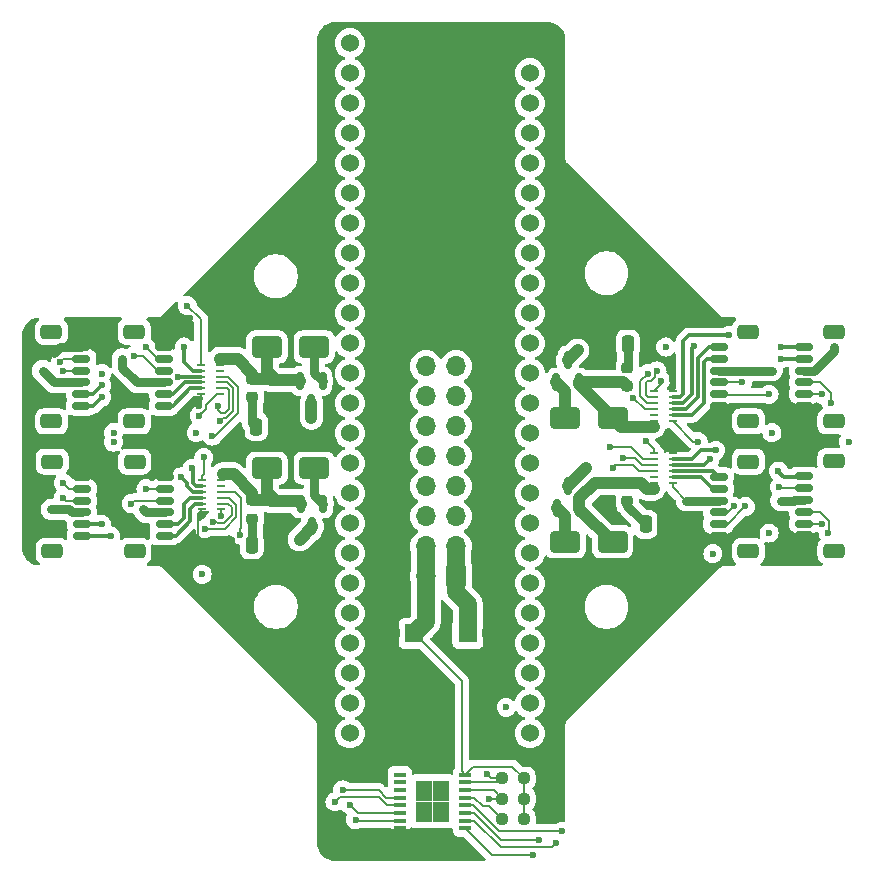
<source format=gbr>
%TF.GenerationSoftware,KiCad,Pcbnew,8.0.1*%
%TF.CreationDate,2024-04-19T02:09:13-07:00*%
%TF.ProjectId,CMOD_A7_Lower,434d4f44-5f41-4375-9f4c-6f7765722e6b,rev?*%
%TF.SameCoordinates,Original*%
%TF.FileFunction,Copper,L1,Top*%
%TF.FilePolarity,Positive*%
%FSLAX46Y46*%
G04 Gerber Fmt 4.6, Leading zero omitted, Abs format (unit mm)*
G04 Created by KiCad (PCBNEW 8.0.1) date 2024-04-19 02:09:13*
%MOMM*%
%LPD*%
G01*
G04 APERTURE LIST*
G04 Aperture macros list*
%AMRoundRect*
0 Rectangle with rounded corners*
0 $1 Rounding radius*
0 $2 $3 $4 $5 $6 $7 $8 $9 X,Y pos of 4 corners*
0 Add a 4 corners polygon primitive as box body*
4,1,4,$2,$3,$4,$5,$6,$7,$8,$9,$2,$3,0*
0 Add four circle primitives for the rounded corners*
1,1,$1+$1,$2,$3*
1,1,$1+$1,$4,$5*
1,1,$1+$1,$6,$7*
1,1,$1+$1,$8,$9*
0 Add four rect primitives between the rounded corners*
20,1,$1+$1,$2,$3,$4,$5,0*
20,1,$1+$1,$4,$5,$6,$7,0*
20,1,$1+$1,$6,$7,$8,$9,0*
20,1,$1+$1,$8,$9,$2,$3,0*%
G04 Aperture macros list end*
%TA.AperFunction,ComponentPad*%
%ADD10R,1.600000X1.600000*%
%TD*%
%TA.AperFunction,ComponentPad*%
%ADD11C,1.600000*%
%TD*%
%TA.AperFunction,SMDPad,CuDef*%
%ADD12RoundRect,0.225000X-0.250000X0.225000X-0.250000X-0.225000X0.250000X-0.225000X0.250000X0.225000X0*%
%TD*%
%TA.AperFunction,ComponentPad*%
%ADD13R,1.700000X1.700000*%
%TD*%
%TA.AperFunction,ComponentPad*%
%ADD14O,1.700000X1.700000*%
%TD*%
%TA.AperFunction,SMDPad,CuDef*%
%ADD15RoundRect,0.250000X-0.475000X0.250000X-0.475000X-0.250000X0.475000X-0.250000X0.475000X0.250000X0*%
%TD*%
%TA.AperFunction,SMDPad,CuDef*%
%ADD16R,0.700000X0.250000*%
%TD*%
%TA.AperFunction,SMDPad,CuDef*%
%ADD17RoundRect,0.150000X0.625000X-0.150000X0.625000X0.150000X-0.625000X0.150000X-0.625000X-0.150000X0*%
%TD*%
%TA.AperFunction,SMDPad,CuDef*%
%ADD18RoundRect,0.250000X0.650000X-0.350000X0.650000X0.350000X-0.650000X0.350000X-0.650000X-0.350000X0*%
%TD*%
%TA.AperFunction,SMDPad,CuDef*%
%ADD19RoundRect,0.250000X1.000000X0.650000X-1.000000X0.650000X-1.000000X-0.650000X1.000000X-0.650000X0*%
%TD*%
%TA.AperFunction,SMDPad,CuDef*%
%ADD20RoundRect,0.150000X0.150000X-0.587500X0.150000X0.587500X-0.150000X0.587500X-0.150000X-0.587500X0*%
%TD*%
%TA.AperFunction,SMDPad,CuDef*%
%ADD21RoundRect,0.150000X-0.625000X0.150000X-0.625000X-0.150000X0.625000X-0.150000X0.625000X0.150000X0*%
%TD*%
%TA.AperFunction,SMDPad,CuDef*%
%ADD22RoundRect,0.250000X-0.650000X0.350000X-0.650000X-0.350000X0.650000X-0.350000X0.650000X0.350000X0*%
%TD*%
%TA.AperFunction,SMDPad,CuDef*%
%ADD23RoundRect,0.237500X0.250000X0.237500X-0.250000X0.237500X-0.250000X-0.237500X0.250000X-0.237500X0*%
%TD*%
%TA.AperFunction,SMDPad,CuDef*%
%ADD24RoundRect,0.250000X-0.250000X-0.475000X0.250000X-0.475000X0.250000X0.475000X-0.250000X0.475000X0*%
%TD*%
%TA.AperFunction,SMDPad,CuDef*%
%ADD25RoundRect,0.250000X0.475000X-0.250000X0.475000X0.250000X-0.475000X0.250000X-0.475000X-0.250000X0*%
%TD*%
%TA.AperFunction,SMDPad,CuDef*%
%ADD26RoundRect,0.250000X0.250000X0.475000X-0.250000X0.475000X-0.250000X-0.475000X0.250000X-0.475000X0*%
%TD*%
%TA.AperFunction,SMDPad,CuDef*%
%ADD27R,1.050000X0.450000*%
%TD*%
%TA.AperFunction,SMDPad,CuDef*%
%ADD28R,1.470000X0.895000*%
%TD*%
%TA.AperFunction,SMDPad,CuDef*%
%ADD29RoundRect,0.225000X0.250000X-0.225000X0.250000X0.225000X-0.250000X0.225000X-0.250000X-0.225000X0*%
%TD*%
%TA.AperFunction,SMDPad,CuDef*%
%ADD30RoundRect,0.150000X-0.150000X0.587500X-0.150000X-0.587500X0.150000X-0.587500X0.150000X0.587500X0*%
%TD*%
%TA.AperFunction,SMDPad,CuDef*%
%ADD31RoundRect,0.250000X-1.000000X-0.650000X1.000000X-0.650000X1.000000X0.650000X-1.000000X0.650000X0*%
%TD*%
%TA.AperFunction,ComponentPad*%
%ADD32C,1.524000*%
%TD*%
%TA.AperFunction,ComponentPad*%
%ADD33RoundRect,0.381000X-0.381000X-0.381000X0.381000X-0.381000X0.381000X0.381000X-0.381000X0.381000X0*%
%TD*%
%TA.AperFunction,ViaPad*%
%ADD34C,0.600000*%
%TD*%
%TA.AperFunction,Conductor*%
%ADD35C,0.200000*%
%TD*%
%TA.AperFunction,Conductor*%
%ADD36C,0.800000*%
%TD*%
%TA.AperFunction,Conductor*%
%ADD37C,1.000000*%
%TD*%
%TA.AperFunction,Conductor*%
%ADD38C,1.500000*%
%TD*%
%TA.AperFunction,Conductor*%
%ADD39C,0.300000*%
%TD*%
G04 APERTURE END LIST*
D10*
%TO.P,C9,1*%
%TO.N,+12V*%
X88250000Y-104250000D03*
D11*
%TO.P,C9,2*%
%TO.N,GND*%
X90250000Y-104250000D03*
%TD*%
D12*
%TO.P,R15,1*%
%TO.N,/VM3*%
X101750000Y-91500000D03*
%TO.P,R15,2*%
%TO.N,Net-(C6-Pad1)*%
X101750000Y-93050000D03*
%TD*%
D13*
%TO.P,J17,1,Pin_1*%
%TO.N,+12V*%
X87250000Y-99410000D03*
D14*
%TO.P,J17,2,Pin_2*%
%TO.N,+3.3V*%
X84710000Y-99410000D03*
%TO.P,J17,3,Pin_3*%
%TO.N,+12V*%
X87250000Y-96870000D03*
%TO.P,J17,4,Pin_4*%
%TO.N,+3.3V*%
X84710000Y-96870000D03*
%TO.P,J17,5,Pin_5*%
%TO.N,/FPGA5*%
X87250000Y-94330000D03*
%TO.P,J17,6,Pin_6*%
%TO.N,/SDA*%
X84710000Y-94330000D03*
%TO.P,J17,7,Pin_7*%
%TO.N,/FPGA4*%
X87250000Y-91790000D03*
%TO.P,J17,8,Pin_8*%
%TO.N,/SCL*%
X84710000Y-91790000D03*
%TO.P,J17,9,Pin_9*%
%TO.N,/FPGA3*%
X87250000Y-89250000D03*
%TO.P,J17,10,Pin_10*%
%TO.N,/FPGA9*%
X84710000Y-89250000D03*
%TO.P,J17,11,Pin_11*%
%TO.N,/FPGA2*%
X87250000Y-86710000D03*
%TO.P,J17,12,Pin_12*%
%TO.N,/FPGA8*%
X84710000Y-86710000D03*
%TO.P,J17,13,Pin_13*%
%TO.N,/FPGA1*%
X87250000Y-84170000D03*
%TO.P,J17,14,Pin_14*%
%TO.N,/FPGA7*%
X84710000Y-84170000D03*
%TO.P,J17,15,Pin_15*%
%TO.N,/FPGA0*%
X87250000Y-81630000D03*
%TO.P,J17,16,Pin_16*%
%TO.N,/FPGA6*%
X84710000Y-81630000D03*
%TO.P,J17,17,Pin_17*%
%TO.N,GND*%
X87250000Y-79090000D03*
%TO.P,J17,18,Pin_18*%
X84710000Y-79090000D03*
%TO.P,J17,19,Pin_19*%
X87250000Y-76550000D03*
%TO.P,J17,20,Pin_20*%
X84710000Y-76550000D03*
%TD*%
D15*
%TO.P,C7,1*%
%TO.N,/VM1*%
X72000000Y-93050000D03*
%TO.P,C7,2*%
%TO.N,GND*%
X72000000Y-94950000D03*
%TD*%
D12*
%TO.P,R12,1*%
%TO.N,/VM0*%
X70000000Y-82700000D03*
%TO.P,R12,2*%
%TO.N,Net-(C1-Pad1)*%
X70000000Y-84250000D03*
%TD*%
D16*
%TO.P,U2,1,VM*%
%TO.N,+3.3V*%
X105600000Y-86250000D03*
%TO.P,U2,2,AOUT1*%
%TO.N,/MB_20*%
X105600000Y-85750000D03*
%TO.P,U2,3,AOUT2*%
%TO.N,/MA_20*%
X105600000Y-85250000D03*
%TO.P,U2,4,BOUT1*%
%TO.N,/MB_21*%
X105600000Y-84750000D03*
%TO.P,U2,5,BOUT2*%
%TO.N,/MA_21*%
X105600000Y-84250000D03*
%TO.P,U2,6,GND*%
%TO.N,GND*%
X105600000Y-83750000D03*
%TO.P,U2,7,BIN2*%
%TO.N,/INB_21*%
X104000000Y-83750000D03*
%TO.P,U2,8,BIN1*%
%TO.N,/INA_21*%
X104000000Y-84250000D03*
%TO.P,U2,9,AIN2*%
%TO.N,/INB_20*%
X104000000Y-84750000D03*
%TO.P,U2,10,AIN1*%
%TO.N,/INA_20*%
X104000000Y-85250000D03*
%TO.P,U2,11,MODE*%
%TO.N,unconnected-(U2-MODE-Pad11)*%
X104000000Y-85750000D03*
%TO.P,U2,12,VCC*%
%TO.N,/VM2*%
X104000000Y-86250000D03*
%TD*%
D17*
%TO.P,J1,1,Pin_1*%
%TO.N,/MA_00*%
X55525000Y-85000000D03*
%TO.P,J1,2,Pin_2*%
%TO.N,/MB_00*%
X55525000Y-84000000D03*
%TO.P,J1,3,Pin_3*%
%TO.N,+3.3V*%
X55525000Y-83000000D03*
%TO.P,J1,4,Pin_4*%
%TO.N,/EA_00*%
X55525000Y-82000000D03*
%TO.P,J1,5,Pin_5*%
%TO.N,/EB_00*%
X55525000Y-81000000D03*
%TO.P,J1,6,Pin_6*%
%TO.N,GND*%
X55525000Y-80000000D03*
D18*
%TO.P,J1,MP*%
%TO.N,N/C*%
X53000000Y-86300000D03*
X53000000Y-78700000D03*
%TD*%
D17*
%TO.P,J3,1,Pin_1*%
%TO.N,/MA_01*%
X62525000Y-85000000D03*
%TO.P,J3,2,Pin_2*%
%TO.N,/MB_01*%
X62525000Y-84000000D03*
%TO.P,J3,3,Pin_3*%
%TO.N,+3.3V*%
X62525000Y-83000000D03*
%TO.P,J3,4,Pin_4*%
%TO.N,/EA_01*%
X62525000Y-82000000D03*
%TO.P,J3,5,Pin_5*%
%TO.N,/EB_01*%
X62525000Y-81000000D03*
%TO.P,J3,6,Pin_6*%
%TO.N,GND*%
X62525000Y-80000000D03*
D18*
%TO.P,J3,MP*%
%TO.N,N/C*%
X60000000Y-86300000D03*
X60000000Y-78700000D03*
%TD*%
D19*
%TO.P,D2,1,K*%
%TO.N,/VM2*%
X100500000Y-86000000D03*
%TO.P,D2,2,A*%
%TO.N,Net-(D2-A)*%
X96500000Y-86000000D03*
%TD*%
D12*
%TO.P,R14,1*%
%TO.N,/VM1*%
X70000000Y-92975000D03*
%TO.P,R14,2*%
%TO.N,Net-(C5-Pad1)*%
X70000000Y-94525000D03*
%TD*%
D20*
%TO.P,Q2,1,B*%
%TO.N,Net-(D2-A)*%
X95750000Y-83000000D03*
%TO.P,Q2,2,E*%
%TO.N,/VM2*%
X97650000Y-83000000D03*
%TO.P,Q2,3,C*%
%TO.N,+12V*%
X96700000Y-81125000D03*
%TD*%
D21*
%TO.P,J4,1,Pin_1*%
%TO.N,/MA_21*%
X116725000Y-80000000D03*
%TO.P,J4,2,Pin_2*%
%TO.N,/MB_21*%
X116725000Y-81000000D03*
%TO.P,J4,3,Pin_3*%
%TO.N,+3.3V*%
X116725000Y-82000000D03*
%TO.P,J4,4,Pin_4*%
%TO.N,/EA_21*%
X116725000Y-83000000D03*
%TO.P,J4,5,Pin_5*%
%TO.N,/EB_21*%
X116725000Y-84000000D03*
%TO.P,J4,6,Pin_6*%
%TO.N,GND*%
X116725000Y-85000000D03*
D22*
%TO.P,J4,MP*%
%TO.N,N/C*%
X119250000Y-78700000D03*
X119250000Y-86300000D03*
%TD*%
D16*
%TO.P,U3,1,VM*%
%TO.N,+3.3V*%
X65750000Y-91250000D03*
%TO.P,U3,2,AOUT1*%
%TO.N,/MB_10*%
X65750000Y-91750000D03*
%TO.P,U3,3,AOUT2*%
%TO.N,/MA_10*%
X65750000Y-92250000D03*
%TO.P,U3,4,BOUT1*%
%TO.N,/MB_11*%
X65750000Y-92750000D03*
%TO.P,U3,5,BOUT2*%
%TO.N,/MA_11*%
X65750000Y-93250000D03*
%TO.P,U3,6,GND*%
%TO.N,GND*%
X65750000Y-93750000D03*
%TO.P,U3,7,BIN2*%
%TO.N,/INB_11*%
X67350000Y-93750000D03*
%TO.P,U3,8,BIN1*%
%TO.N,/INA_11*%
X67350000Y-93250000D03*
%TO.P,U3,9,AIN2*%
%TO.N,/INB_10*%
X67350000Y-92750000D03*
%TO.P,U3,10,AIN1*%
%TO.N,/INA_10*%
X67350000Y-92250000D03*
%TO.P,U3,11,MODE*%
%TO.N,unconnected-(U3-MODE-Pad11)*%
X67350000Y-91750000D03*
%TO.P,U3,12,VCC*%
%TO.N,/VM1*%
X67350000Y-91250000D03*
%TD*%
D23*
%TO.P,R9,1*%
%TO.N,+3.3V*%
X93000000Y-116500000D03*
%TO.P,R9,2*%
%TO.N,/SDA*%
X91175000Y-116500000D03*
%TD*%
D24*
%TO.P,C3,1*%
%TO.N,Net-(C3-Pad1)*%
X101800000Y-79750000D03*
%TO.P,C3,2*%
%TO.N,GND*%
X103700000Y-79750000D03*
%TD*%
D20*
%TO.P,Q4,1,B*%
%TO.N,Net-(D4-A)*%
X95800000Y-93625000D03*
%TO.P,Q4,2,E*%
%TO.N,/VM3*%
X97700000Y-93625000D03*
%TO.P,Q4,3,C*%
%TO.N,+12V*%
X96750000Y-91750000D03*
%TD*%
D16*
%TO.P,U4,1,VM*%
%TO.N,+3.3V*%
X105600000Y-91500000D03*
%TO.P,U4,2,AOUT1*%
%TO.N,/MB_30*%
X105600000Y-91000000D03*
%TO.P,U4,3,AOUT2*%
%TO.N,/MA_30*%
X105600000Y-90500000D03*
%TO.P,U4,4,BOUT1*%
%TO.N,/MB_31*%
X105600000Y-90000000D03*
%TO.P,U4,5,BOUT2*%
%TO.N,/MA_31*%
X105600000Y-89500000D03*
%TO.P,U4,6,GND*%
%TO.N,GND*%
X105600000Y-89000000D03*
%TO.P,U4,7,BIN2*%
%TO.N,/INB_31*%
X104000000Y-89000000D03*
%TO.P,U4,8,BIN1*%
%TO.N,/INA_31*%
X104000000Y-89500000D03*
%TO.P,U4,9,AIN2*%
%TO.N,/INB_30*%
X104000000Y-90000000D03*
%TO.P,U4,10,AIN1*%
%TO.N,/INA_30*%
X104000000Y-90500000D03*
%TO.P,U4,11,MODE*%
%TO.N,unconnected-(U4-MODE-Pad11)*%
X104000000Y-91000000D03*
%TO.P,U4,12,VCC*%
%TO.N,/VM3*%
X104000000Y-91500000D03*
%TD*%
D25*
%TO.P,C4,1*%
%TO.N,/VM2*%
X99750000Y-82950000D03*
%TO.P,C4,2*%
%TO.N,GND*%
X99750000Y-81050000D03*
%TD*%
D16*
%TO.P,U1,1,VM*%
%TO.N,+3.3V*%
X65650000Y-81500000D03*
%TO.P,U1,2,AOUT1*%
%TO.N,/MB_00*%
X65650000Y-82000000D03*
%TO.P,U1,3,AOUT2*%
%TO.N,/MA_00*%
X65650000Y-82500000D03*
%TO.P,U1,4,BOUT1*%
%TO.N,/MB_01*%
X65650000Y-83000000D03*
%TO.P,U1,5,BOUT2*%
%TO.N,/MA_01*%
X65650000Y-83500000D03*
%TO.P,U1,6,GND*%
%TO.N,GND*%
X65650000Y-84000000D03*
%TO.P,U1,7,BIN2*%
%TO.N,/INB_01*%
X67250000Y-84000000D03*
%TO.P,U1,8,BIN1*%
%TO.N,/INA_01*%
X67250000Y-83500000D03*
%TO.P,U1,9,AIN2*%
%TO.N,/INB_00*%
X67250000Y-83000000D03*
%TO.P,U1,10,AIN1*%
%TO.N,/INA_00*%
X67250000Y-82500000D03*
%TO.P,U1,11,MODE*%
%TO.N,unconnected-(U1-MODE-Pad11)*%
X67250000Y-82000000D03*
%TO.P,U1,12,VCC*%
%TO.N,/VM0*%
X67250000Y-81500000D03*
%TD*%
D17*
%TO.P,J7,1,Pin_1*%
%TO.N,/MA_11*%
X62575000Y-96000000D03*
%TO.P,J7,2,Pin_2*%
%TO.N,/MB_11*%
X62575000Y-95000000D03*
%TO.P,J7,3,Pin_3*%
%TO.N,+3.3V*%
X62575000Y-94000000D03*
%TO.P,J7,4,Pin_4*%
%TO.N,/EA_11*%
X62575000Y-93000000D03*
%TO.P,J7,5,Pin_5*%
%TO.N,/EB_11*%
X62575000Y-92000000D03*
%TO.P,J7,6,Pin_6*%
%TO.N,GND*%
X62575000Y-91000000D03*
D18*
%TO.P,J7,MP*%
%TO.N,N/C*%
X60050000Y-97300000D03*
X60050000Y-89700000D03*
%TD*%
D19*
%TO.P,D4,1,K*%
%TO.N,/VM3*%
X100500000Y-96500000D03*
%TO.P,D4,2,A*%
%TO.N,Net-(D4-A)*%
X96500000Y-96500000D03*
%TD*%
D26*
%TO.P,C5,1*%
%TO.N,Net-(C5-Pad1)*%
X69950000Y-96750000D03*
%TO.P,C5,2*%
%TO.N,GND*%
X68050000Y-96750000D03*
%TD*%
D23*
%TO.P,R10,1*%
%TO.N,+3.3V*%
X93000000Y-118250000D03*
%TO.P,R10,2*%
%TO.N,/SCL*%
X91175000Y-118250000D03*
%TD*%
D24*
%TO.P,C6,1*%
%TO.N,Net-(C6-Pad1)*%
X103300000Y-95000000D03*
%TO.P,C6,2*%
%TO.N,GND*%
X105200000Y-95000000D03*
%TD*%
D27*
%TO.P,U6,1,A0*%
%TO.N,unconnected-(U6-A0-Pad1)*%
X82500000Y-116200000D03*
%TO.P,U6,2,A1*%
%TO.N,unconnected-(U6-A1-Pad2)*%
X82500000Y-116850000D03*
%TO.P,U6,3,A2*%
%TO.N,unconnected-(U6-A2-Pad3)*%
X82500000Y-117500000D03*
%TO.P,U6,4,P0*%
%TO.N,/SW_00*%
X82500000Y-118150000D03*
%TO.P,U6,5,P1*%
%TO.N,/SW_01*%
X82500000Y-118800000D03*
%TO.P,U6,6,P2*%
%TO.N,/SW_10*%
X82500000Y-119450000D03*
%TO.P,U6,7,P3*%
%TO.N,/SW_11*%
X82500000Y-120100000D03*
%TO.P,U6,8,GND*%
%TO.N,GND*%
X82500000Y-120750000D03*
%TO.P,U6,9,P4*%
%TO.N,/SW_20*%
X88050000Y-120750000D03*
%TO.P,U6,10,P5*%
%TO.N,/SW_21*%
X88050000Y-120100000D03*
%TO.P,U6,11,P6*%
%TO.N,/SW_30*%
X88050000Y-119450000D03*
%TO.P,U6,12,P7*%
%TO.N,/SW_31*%
X88050000Y-118800000D03*
%TO.P,U6,13,NINT*%
%TO.N,Net-(U6-NINT)*%
X88050000Y-118150000D03*
%TO.P,U6,14,SCL*%
%TO.N,/SCL*%
X88050000Y-117500000D03*
%TO.P,U6,15,SDA*%
%TO.N,/SDA*%
X88050000Y-116850000D03*
%TO.P,U6,16,VCC*%
%TO.N,+3.3V*%
X88050000Y-116200000D03*
D28*
%TO.P,U6,17*%
%TO.N,N/C*%
X84540000Y-117132500D03*
X84540000Y-118027500D03*
X84540000Y-118922500D03*
X84540000Y-119817500D03*
X86010000Y-117132500D03*
X86010000Y-118027500D03*
X86010000Y-118922500D03*
X86010000Y-119817500D03*
%TD*%
D21*
%TO.P,J8,1,Pin_1*%
%TO.N,/MA_31*%
X116725000Y-90950000D03*
%TO.P,J8,2,Pin_2*%
%TO.N,/MB_31*%
X116725000Y-91950000D03*
%TO.P,J8,3,Pin_3*%
%TO.N,+3.3V*%
X116725000Y-92950000D03*
%TO.P,J8,4,Pin_4*%
%TO.N,/EA_31*%
X116725000Y-93950000D03*
%TO.P,J8,5,Pin_5*%
%TO.N,/EB_31*%
X116725000Y-94950000D03*
%TO.P,J8,6,Pin_6*%
%TO.N,GND*%
X116725000Y-95950000D03*
D22*
%TO.P,J8,MP*%
%TO.N,N/C*%
X119250000Y-89650000D03*
X119250000Y-97250000D03*
%TD*%
D29*
%TO.P,R13,1*%
%TO.N,/VM2*%
X101750000Y-83300000D03*
%TO.P,R13,2*%
%TO.N,Net-(C3-Pad1)*%
X101750000Y-81750000D03*
%TD*%
D30*
%TO.P,Q1,1,B*%
%TO.N,Net-(D1-A)*%
X75950000Y-82875000D03*
%TO.P,Q1,2,E*%
%TO.N,/VM0*%
X74050000Y-82875000D03*
%TO.P,Q1,3,C*%
%TO.N,+12V*%
X75000000Y-84750000D03*
%TD*%
D31*
%TO.P,D3,1,K*%
%TO.N,/VM1*%
X71250000Y-90250000D03*
%TO.P,D3,2,A*%
%TO.N,Net-(D3-A)*%
X75250000Y-90250000D03*
%TD*%
D21*
%TO.P,J2,1,Pin_1*%
%TO.N,/MA_20*%
X109475000Y-80000000D03*
%TO.P,J2,2,Pin_2*%
%TO.N,/MB_20*%
X109475000Y-81000000D03*
%TO.P,J2,3,Pin_3*%
%TO.N,+3.3V*%
X109475000Y-82000000D03*
%TO.P,J2,4,Pin_4*%
%TO.N,/EA_20*%
X109475000Y-83000000D03*
%TO.P,J2,5,Pin_5*%
%TO.N,/EB_20*%
X109475000Y-84000000D03*
%TO.P,J2,6,Pin_6*%
%TO.N,GND*%
X109475000Y-85000000D03*
D22*
%TO.P,J2,MP*%
%TO.N,N/C*%
X112000000Y-78700000D03*
X112000000Y-86300000D03*
%TD*%
D21*
%TO.P,J6,1,Pin_1*%
%TO.N,/MA_30*%
X109475000Y-91000000D03*
%TO.P,J6,2,Pin_2*%
%TO.N,/MB_30*%
X109475000Y-92000000D03*
%TO.P,J6,3,Pin_3*%
%TO.N,+3.3V*%
X109475000Y-93000000D03*
%TO.P,J6,4,Pin_4*%
%TO.N,/EA_30*%
X109475000Y-94000000D03*
%TO.P,J6,5,Pin_5*%
%TO.N,/EB_30*%
X109475000Y-95000000D03*
%TO.P,J6,6,Pin_6*%
%TO.N,GND*%
X109475000Y-96000000D03*
D22*
%TO.P,J6,MP*%
%TO.N,N/C*%
X112000000Y-89700000D03*
X112000000Y-97300000D03*
%TD*%
D17*
%TO.P,J5,1,Pin_1*%
%TO.N,/MA_10*%
X55575000Y-96000000D03*
%TO.P,J5,2,Pin_2*%
%TO.N,/MB_10*%
X55575000Y-95000000D03*
%TO.P,J5,3,Pin_3*%
%TO.N,+3.3V*%
X55575000Y-94000000D03*
%TO.P,J5,4,Pin_4*%
%TO.N,/EA_10*%
X55575000Y-93000000D03*
%TO.P,J5,5,Pin_5*%
%TO.N,/EB_10*%
X55575000Y-92000000D03*
%TO.P,J5,6,Pin_6*%
%TO.N,GND*%
X55575000Y-91000000D03*
D18*
%TO.P,J5,MP*%
%TO.N,N/C*%
X53050000Y-97300000D03*
X53050000Y-89700000D03*
%TD*%
D31*
%TO.P,D1,1,K*%
%TO.N,/VM0*%
X71250000Y-80000000D03*
%TO.P,D1,2,A*%
%TO.N,Net-(D1-A)*%
X75250000Y-80000000D03*
%TD*%
D24*
%TO.P,C1,1*%
%TO.N,Net-(C1-Pad1)*%
X70350000Y-86750000D03*
%TO.P,C1,2*%
%TO.N,GND*%
X72250000Y-86750000D03*
%TD*%
D15*
%TO.P,C2,1*%
%TO.N,/VM0*%
X72000000Y-82800000D03*
%TO.P,C2,2*%
%TO.N,GND*%
X72000000Y-84700000D03*
%TD*%
D10*
%TO.P,C10,1*%
%TO.N,+3.3V*%
X83705113Y-104250000D03*
D11*
%TO.P,C10,2*%
%TO.N,GND*%
X81705113Y-104250000D03*
%TD*%
D30*
%TO.P,Q3,1,B*%
%TO.N,Net-(D3-A)*%
X76000000Y-93250000D03*
%TO.P,Q3,2,E*%
%TO.N,/VM1*%
X74100000Y-93250000D03*
%TO.P,Q3,3,C*%
%TO.N,+12V*%
X75050000Y-95125000D03*
%TD*%
D23*
%TO.P,R11,1*%
%TO.N,+3.3V*%
X93000000Y-120000000D03*
%TO.P,R11,2*%
%TO.N,Net-(U6-NINT)*%
X91175000Y-120000000D03*
%TD*%
D15*
%TO.P,C8,1*%
%TO.N,/VM3*%
X99750000Y-91500000D03*
%TO.P,C8,2*%
%TO.N,GND*%
X99750000Y-93400000D03*
%TD*%
D32*
%TO.P,U5,1,D1*%
%TO.N,/FPGA9*%
X78270000Y-112700000D03*
%TO.P,U5,2,D2*%
%TO.N,/FPGA8*%
X78270000Y-110160000D03*
%TO.P,U5,3,D3*%
%TO.N,/FPGA7*%
X78270000Y-107620000D03*
%TO.P,U5,4,D4*%
%TO.N,/SDA*%
X78270000Y-105080000D03*
%TO.P,U5,5,D5*%
%TO.N,/SCL*%
X78270000Y-102540000D03*
%TO.P,U5,6,D6*%
%TO.N,/INA_10*%
X78270000Y-100000000D03*
%TO.P,U5,7,D7*%
%TO.N,/INB_10*%
X78270000Y-97460000D03*
%TO.P,U5,8,D8*%
%TO.N,/INA_11*%
X78270000Y-94920000D03*
%TO.P,U5,9,D9*%
%TO.N,/INB_11*%
X78270000Y-92380000D03*
%TO.P,U5,10,D10*%
%TO.N,/INA_00*%
X78270000Y-89840000D03*
%TO.P,U5,11,D11*%
%TO.N,/INB_00*%
X78270000Y-87300000D03*
%TO.P,U5,12,D12*%
%TO.N,/INA_01*%
X78270000Y-84760000D03*
%TO.P,U5,13,D13*%
%TO.N,/INB_01*%
X78270000Y-82220000D03*
%TO.P,U5,14,D14*%
%TO.N,/EA_11*%
X78270000Y-79680000D03*
%TO.P,U5,15,A1*%
%TO.N,unconnected-(U5-A1-Pad15)*%
X78270000Y-77140000D03*
%TO.P,U5,16,A2*%
%TO.N,unconnected-(U5-A2-Pad16)*%
X78270000Y-74600000D03*
%TO.P,U5,17,D17*%
%TO.N,/EB_11*%
X78270000Y-72060000D03*
%TO.P,U5,18,D18*%
%TO.N,/EA_10*%
X78270000Y-69520000D03*
%TO.P,U5,19,D19*%
%TO.N,/EB_10*%
X78270000Y-66980000D03*
%TO.P,U5,20,D20*%
%TO.N,/EA_01*%
X78270000Y-64440000D03*
%TO.P,U5,21,D21*%
%TO.N,/EB_01*%
X78270000Y-61900000D03*
%TO.P,U5,22,D22*%
%TO.N,/EA_00*%
X78270000Y-59360000D03*
%TO.P,U5,23,D23*%
%TO.N,/EB_00*%
X78270000Y-56820000D03*
%TO.P,U5,24,VIN*%
%TO.N,+3.3V*%
X78270000Y-54280000D03*
D33*
%TO.P,U5,25,GND*%
%TO.N,GND*%
X93510000Y-54280000D03*
D32*
%TO.P,U5,26,D26*%
%TO.N,/EB_20*%
X93510000Y-56820000D03*
%TO.P,U5,27,D27*%
%TO.N,/EA_20*%
X93510000Y-59360000D03*
%TO.P,U5,28,D28*%
%TO.N,/EB_21*%
X93510000Y-61900000D03*
%TO.P,U5,29,D29*%
%TO.N,/EA_21*%
X93510000Y-64440000D03*
%TO.P,U5,30,D30*%
%TO.N,/EB_30*%
X93510000Y-66980000D03*
%TO.P,U5,31,D31*%
%TO.N,/EA_30*%
X93510000Y-69520000D03*
%TO.P,U5,32,D32*%
%TO.N,/EB_31*%
X93510000Y-72060000D03*
%TO.P,U5,33,D33*%
%TO.N,/FPGA0*%
X93510000Y-74600000D03*
%TO.P,U5,34,D34*%
%TO.N,/FPGA1*%
X93510000Y-77140000D03*
%TO.P,U5,35,D35*%
%TO.N,/EA_31*%
X93510000Y-79680000D03*
%TO.P,U5,36,D36*%
%TO.N,/INB_21*%
X93510000Y-82220000D03*
%TO.P,U5,37,D37*%
%TO.N,/INA_21*%
X93510000Y-84760000D03*
%TO.P,U5,38,D38*%
%TO.N,/INB_20*%
X93510000Y-87300000D03*
%TO.P,U5,39,D39*%
%TO.N,/INA_20*%
X93510000Y-89840000D03*
%TO.P,U5,40,D40*%
%TO.N,/INB_31*%
X93510000Y-92380000D03*
%TO.P,U5,41,D41*%
%TO.N,/INA_31*%
X93510000Y-94920000D03*
%TO.P,U5,42,D42*%
%TO.N,/INB_30*%
X93510000Y-97460000D03*
%TO.P,U5,43,D43*%
%TO.N,/INA_30*%
X93510000Y-100000000D03*
%TO.P,U5,44,D44*%
%TO.N,/FPGA2*%
X93510000Y-102540000D03*
%TO.P,U5,45,D45*%
%TO.N,/FPGA3*%
X93510000Y-105080000D03*
%TO.P,U5,46,D46*%
%TO.N,/FPGA4*%
X93510000Y-107620000D03*
%TO.P,U5,47,D47*%
%TO.N,/FPGA5*%
X93510000Y-110160000D03*
%TO.P,U5,48,D48*%
%TO.N,/FPGA6*%
X93510000Y-112700000D03*
%TD*%
D34*
%TO.N,GND*%
X114000000Y-96750000D03*
X51750000Y-91750000D03*
X54250000Y-88000000D03*
X65500000Y-85000000D03*
X51250000Y-80500000D03*
X104750000Y-88000000D03*
X64712132Y-77560662D03*
X117250000Y-88000000D03*
X109000000Y-86750000D03*
X101000000Y-94250000D03*
X115000000Y-86250000D03*
X105500000Y-82750000D03*
X58500000Y-84250000D03*
X91750000Y-88750000D03*
X61000000Y-88250000D03*
X53250000Y-80500000D03*
%TO.N,/VM0*%
X67250000Y-81000000D03*
%TO.N,/VM2*%
X104000000Y-86750000D03*
%TO.N,/VM1*%
X67506372Y-90756372D03*
%TO.N,/VM3*%
X103988603Y-92011397D03*
%TO.N,+3.3V*%
X105000000Y-80000000D03*
X59000000Y-81000000D03*
X53000000Y-93750000D03*
X60750000Y-93750000D03*
X107750000Y-88000000D03*
X114750000Y-93000000D03*
X52250000Y-82000000D03*
X106750000Y-93000000D03*
X114000000Y-82000000D03*
X65898111Y-89350000D03*
X64500000Y-76500000D03*
X119250000Y-80000000D03*
%TO.N,/MA_00*%
X63750000Y-82500000D03*
X57250000Y-84250000D03*
%TO.N,/EB_00*%
X53747017Y-81241051D03*
%TO.N,/MB_00*%
X57250000Y-83250000D03*
X64250000Y-80000000D03*
%TO.N,/EA_00*%
X54000000Y-82000000D03*
%TO.N,/EB_20*%
X113750000Y-84000000D03*
%TO.N,/EA_20*%
X111500000Y-83000000D03*
%TO.N,/EB_01*%
X61000000Y-80000000D03*
%TO.N,/EA_01*%
X60000000Y-80750000D03*
%TO.N,/EA_21*%
X119000000Y-84750000D03*
%TO.N,/MB_21*%
X114750000Y-81000000D03*
X107424265Y-79924265D03*
%TO.N,/EB_21*%
X118250000Y-84000000D03*
%TO.N,/MA_21*%
X110351472Y-79000000D03*
X114750000Y-79965533D03*
%TO.N,/EA_10*%
X54000000Y-92750000D03*
%TO.N,/EB_10*%
X54000000Y-91500000D03*
%TO.N,/MB_10*%
X57250000Y-95000000D03*
X64900000Y-90250000D03*
%TO.N,/MA_10*%
X58000000Y-96000000D03*
X64000000Y-91000000D03*
%TO.N,/EA_30*%
X110750000Y-93500000D03*
%TO.N,/EB_30*%
X111750000Y-93500000D03*
%TO.N,/EA_11*%
X59750000Y-93250000D03*
%TO.N,/EB_11*%
X61000000Y-92000000D03*
%TO.N,/EB_31*%
X118250000Y-94950000D03*
%TO.N,/MB_31*%
X108750000Y-89500000D03*
X114625000Y-91875000D03*
%TO.N,/MA_31*%
X109250000Y-88750000D03*
X114549265Y-90500000D03*
%TO.N,/EA_31*%
X118750000Y-95750000D03*
%TO.N,/SW_00*%
X57250000Y-82250000D03*
X58250000Y-87250000D03*
X77650000Y-117500000D03*
%TO.N,/SW_01*%
X58250000Y-88050003D03*
X77000000Y-118500000D03*
%TO.N,/SW_10*%
X78250000Y-118750000D03*
X65250000Y-87250000D03*
%TO.N,/SW_11*%
X65750000Y-99250000D03*
X78744954Y-120013877D03*
%TO.N,/SW_20*%
X114000000Y-87250000D03*
X93750000Y-123000000D03*
%TO.N,/SW_21*%
X95750000Y-122000000D03*
X109000000Y-97500000D03*
%TO.N,/SW_30*%
X94250000Y-121750000D03*
X120500000Y-88000000D03*
%TO.N,/SW_31*%
X96200000Y-121000000D03*
X113750000Y-95750000D03*
%TO.N,+12V*%
X98250000Y-90250000D03*
X97537500Y-80287500D03*
X75000000Y-86000000D03*
X74000000Y-96300000D03*
%TO.N,/SDA*%
X89875000Y-116125000D03*
%TO.N,/SCL*%
X90000000Y-118250000D03*
%TO.N,/INA_01*%
X67100000Y-85000000D03*
%TO.N,/INA_00*%
X66600000Y-87545074D03*
%TO.N,/INB_00*%
X67250000Y-86250000D03*
%TO.N,/INB_01*%
X65500000Y-85800003D03*
%TO.N,/INA_21*%
X104264656Y-82014058D03*
%TO.N,/INB_20*%
X103500000Y-82249231D03*
%TO.N,/INA_20*%
X102266686Y-84306205D03*
%TO.N,/INB_21*%
X104595804Y-82835664D03*
%TO.N,/INB_11*%
X67325735Y-94325735D03*
%TO.N,/INA_11*%
X66681709Y-94800324D03*
%TO.N,/INB_10*%
X66000000Y-95377423D03*
%TO.N,/INA_10*%
X68950636Y-95900000D03*
%TO.N,/INA_30*%
X100500000Y-90250000D03*
%TO.N,/INB_31*%
X103310662Y-87939338D03*
%TO.N,/INB_30*%
X101363603Y-89386397D03*
%TO.N,/INA_31*%
X100250000Y-88500000D03*
%TO.N,/FPGA5*%
X91500000Y-110500000D03*
%TD*%
D35*
%TO.N,GND*%
X105600000Y-89000000D02*
X105600000Y-88850000D01*
X105600000Y-82850000D02*
X105600000Y-83750000D01*
D36*
X53715275Y-80000000D02*
X53232637Y-80482638D01*
D35*
X64712132Y-77560662D02*
X64712132Y-77812868D01*
X64712132Y-77812868D02*
X62525000Y-80000000D01*
X65650000Y-84000000D02*
X65650000Y-84850000D01*
X105500000Y-82750000D02*
X105600000Y-82850000D01*
X105600000Y-88850000D02*
X104750000Y-88000000D01*
X65400000Y-96150000D02*
X66000000Y-96750000D01*
X65500000Y-85000000D02*
X65650000Y-84850000D01*
D36*
X55525000Y-80000000D02*
X53715275Y-80000000D01*
D35*
X65750000Y-93750000D02*
X65400000Y-94100000D01*
X66000000Y-96750000D02*
X68050000Y-96750000D01*
X65400000Y-94100000D02*
X65400000Y-96150000D01*
D36*
%TO.N,Net-(C1-Pad1)*%
X70000000Y-84250000D02*
X70000000Y-86400000D01*
X70000000Y-86400000D02*
X70350000Y-86750000D01*
D37*
%TO.N,/VM0*%
X68750000Y-81000000D02*
X70000000Y-82250000D01*
X71250000Y-80000000D02*
X71250000Y-82050000D01*
X72000000Y-82800000D02*
X73975000Y-82800000D01*
X67250000Y-81000000D02*
X68750000Y-81000000D01*
D35*
X67250000Y-81500000D02*
X67250000Y-81000000D01*
D37*
X71900000Y-82700000D02*
X72000000Y-82800000D01*
X71250000Y-82050000D02*
X72000000Y-82800000D01*
X73975000Y-82800000D02*
X74050000Y-82875000D01*
X70000000Y-82700000D02*
X71900000Y-82700000D01*
X70000000Y-82250000D02*
X70000000Y-82700000D01*
D36*
%TO.N,Net-(C3-Pad1)*%
X101800000Y-79750000D02*
X101800000Y-81700000D01*
X101800000Y-81700000D02*
X101750000Y-81750000D01*
D35*
%TO.N,/VM2*%
X104000000Y-86250000D02*
X104000000Y-86750000D01*
D37*
X97700000Y-82950000D02*
X97650000Y-83000000D01*
X97650000Y-83000000D02*
X97650000Y-83150000D01*
X101250000Y-86750000D02*
X100500000Y-86000000D01*
X104000000Y-86750000D02*
X101250000Y-86750000D01*
X101400000Y-82950000D02*
X101750000Y-83300000D01*
X99750000Y-82950000D02*
X97700000Y-82950000D01*
X97650000Y-83150000D02*
X100500000Y-86000000D01*
X99750000Y-82950000D02*
X101400000Y-82950000D01*
D36*
%TO.N,Net-(C5-Pad1)*%
X70000000Y-96700000D02*
X69950000Y-96750000D01*
X70000000Y-94525000D02*
X70000000Y-96700000D01*
%TO.N,Net-(C6-Pad1)*%
X101750000Y-93450000D02*
X103300000Y-95000000D01*
X101750000Y-93050000D02*
X101750000Y-93450000D01*
D37*
%TO.N,/VM1*%
X70000000Y-92975000D02*
X71925000Y-92975000D01*
X71250000Y-92300000D02*
X72000000Y-93050000D01*
X68420586Y-90756372D02*
X70000000Y-92335786D01*
X70000000Y-92335786D02*
X70000000Y-92975000D01*
X71925000Y-92975000D02*
X72000000Y-93050000D01*
D35*
X67350000Y-90912744D02*
X67350000Y-91250000D01*
D37*
X73900000Y-93050000D02*
X74100000Y-93250000D01*
X72000000Y-93050000D02*
X73900000Y-93050000D01*
X67506372Y-90756372D02*
X68420586Y-90756372D01*
D35*
X67506372Y-90756372D02*
X67350000Y-90912744D01*
D37*
X71250000Y-90250000D02*
X71250000Y-92300000D01*
D35*
%TO.N,/VM3*%
X103988603Y-92011397D02*
X104000000Y-92000000D01*
D37*
X97700000Y-93625000D02*
X97700000Y-93700000D01*
X99750000Y-91500000D02*
X101750000Y-91500000D01*
X102950000Y-91500000D02*
X103461397Y-92011397D01*
D35*
X104000000Y-92000000D02*
X104000000Y-91500000D01*
D37*
X99025000Y-91500000D02*
X97700000Y-92825000D01*
X97700000Y-92825000D02*
X97700000Y-93625000D01*
X101750000Y-91500000D02*
X102950000Y-91500000D01*
X103461397Y-92011397D02*
X103988603Y-92011397D01*
X99750000Y-91500000D02*
X99025000Y-91500000D01*
X97700000Y-93700000D02*
X100500000Y-96500000D01*
D36*
%TO.N,Net-(D1-A)*%
X75250000Y-82175000D02*
X75950000Y-82875000D01*
X75250000Y-80000000D02*
X75250000Y-82175000D01*
D37*
%TO.N,Net-(D2-A)*%
X96500000Y-83750000D02*
X95750000Y-83000000D01*
X96500000Y-86000000D02*
X96500000Y-83750000D01*
D36*
%TO.N,Net-(D3-A)*%
X75250000Y-92500000D02*
X76000000Y-93250000D01*
X75250000Y-90250000D02*
X75250000Y-92500000D01*
D37*
%TO.N,Net-(D4-A)*%
X96500000Y-96500000D02*
X96500000Y-94325000D01*
X96500000Y-94325000D02*
X95800000Y-93625000D01*
D35*
%TO.N,+3.3V*%
X87755113Y-115894887D02*
X87755113Y-108300000D01*
D36*
X119250000Y-80314816D02*
X119250000Y-80000000D01*
D35*
X87755113Y-108300000D02*
X83705113Y-104250000D01*
D36*
X106750000Y-93000000D02*
X109475000Y-93000000D01*
D35*
X65898111Y-90776889D02*
X65750000Y-90925000D01*
X93000000Y-116500000D02*
X92025000Y-115525000D01*
D36*
X116725000Y-82000000D02*
X117564816Y-82000000D01*
D35*
X65650000Y-81500000D02*
X65650000Y-77650000D01*
X105600000Y-91850000D02*
X106750000Y-93000000D01*
D36*
X59000000Y-81000000D02*
X59000000Y-81750000D01*
D35*
X105600000Y-86250000D02*
X107350000Y-88000000D01*
D36*
X114000000Y-82000000D02*
X109475000Y-82000000D01*
D38*
X84710000Y-103245113D02*
X83705113Y-104250000D01*
D35*
X107350000Y-88000000D02*
X107750000Y-88000000D01*
X92025000Y-115525000D02*
X88725000Y-115525000D01*
D36*
X60250000Y-83000000D02*
X62525000Y-83000000D01*
D35*
X65650000Y-77650000D02*
X64500000Y-76500000D01*
D36*
X117564816Y-82000000D02*
X119250000Y-80314816D01*
D35*
X105600000Y-91500000D02*
X105600000Y-91850000D01*
D36*
X59000000Y-81750000D02*
X60250000Y-83000000D01*
X114750000Y-93000000D02*
X115835184Y-93000000D01*
D35*
X93000000Y-120000000D02*
X93000000Y-116500000D01*
D38*
X84710000Y-99710000D02*
X84710000Y-96870000D01*
D36*
X54485184Y-93750000D02*
X54735184Y-94000000D01*
D35*
X88050000Y-116200000D02*
X87750000Y-115900000D01*
D36*
X61000000Y-94000000D02*
X62575000Y-94000000D01*
D38*
X84710000Y-99410000D02*
X84710000Y-103245113D01*
D36*
X54735184Y-94000000D02*
X55575000Y-94000000D01*
D35*
X65750000Y-90925000D02*
X65750000Y-91250000D01*
X87750000Y-115900000D02*
X87755113Y-115894887D01*
D36*
X115835184Y-93000000D02*
X115885184Y-92950000D01*
X53000000Y-93750000D02*
X54485184Y-93750000D01*
X60750000Y-93750000D02*
X61000000Y-94000000D01*
D35*
X88725000Y-115525000D02*
X88050000Y-116200000D01*
D36*
X53250000Y-83000000D02*
X55525000Y-83000000D01*
X115885184Y-92950000D02*
X116725000Y-92950000D01*
X52250000Y-82000000D02*
X53250000Y-83000000D01*
D35*
X65898111Y-89350000D02*
X65898111Y-90776889D01*
D39*
%TO.N,/MA_00*%
X56500000Y-85000000D02*
X55525000Y-85000000D01*
X57250000Y-84250000D02*
X56500000Y-85000000D01*
X65650000Y-82500000D02*
X63750000Y-82500000D01*
D35*
%TO.N,/EB_00*%
X53988068Y-81000000D02*
X55525000Y-81000000D01*
X53747017Y-81241051D02*
X53988068Y-81000000D01*
D39*
%TO.N,/MB_00*%
X57250000Y-83250000D02*
X56500000Y-84000000D01*
X64250000Y-81275000D02*
X64975000Y-82000000D01*
X64250000Y-80000000D02*
X64250000Y-81275000D01*
X56500000Y-84000000D02*
X55525000Y-84000000D01*
X64975000Y-82000000D02*
X65650000Y-82000000D01*
D35*
%TO.N,/EA_00*%
X54000000Y-82000000D02*
X55525000Y-82000000D01*
%TO.N,/EB_20*%
X113750000Y-84000000D02*
X113650000Y-84100000D01*
X109575000Y-84100000D02*
X109475000Y-84000000D01*
X113650000Y-84100000D02*
X109575000Y-84100000D01*
D39*
%TO.N,/MB_20*%
X107250000Y-85750000D02*
X108250000Y-84750000D01*
X105600000Y-85750000D02*
X107250000Y-85750000D01*
X108250000Y-81250000D02*
X108500000Y-81000000D01*
X108250000Y-84750000D02*
X108250000Y-81250000D01*
X108500000Y-81000000D02*
X109475000Y-81000000D01*
%TO.N,/MA_20*%
X105600000Y-85250000D02*
X106750000Y-85250000D01*
X107750000Y-80950001D02*
X108700001Y-80000000D01*
X107750000Y-84250000D02*
X107750000Y-80950001D01*
X108700001Y-80000000D02*
X109475000Y-80000000D01*
X106750000Y-85250000D02*
X107750000Y-84250000D01*
D35*
%TO.N,/EA_20*%
X111500000Y-83000000D02*
X109475000Y-83000000D01*
D39*
%TO.N,/MB_01*%
X65650000Y-83000000D02*
X64299999Y-83000000D01*
X63299999Y-84000000D02*
X62525000Y-84000000D01*
X64299999Y-83000000D02*
X63299999Y-84000000D01*
D35*
%TO.N,/EB_01*%
X62000000Y-81000000D02*
X61000000Y-80000000D01*
X62525000Y-81000000D02*
X62000000Y-81000000D01*
D39*
%TO.N,/MA_01*%
X63250000Y-85000000D02*
X62525000Y-85000000D01*
X64750000Y-83500000D02*
X63250000Y-85000000D01*
X65650000Y-83500000D02*
X64750000Y-83500000D01*
D35*
%TO.N,/EA_01*%
X62525000Y-82000000D02*
X62000000Y-82000000D01*
X62000000Y-82000000D02*
X60750000Y-80750000D01*
X60750000Y-80750000D02*
X60000000Y-80750000D01*
%TO.N,/EA_21*%
X119000000Y-84750000D02*
X119000000Y-83901471D01*
X119000000Y-83901471D02*
X118098529Y-83000000D01*
X118098529Y-83000000D02*
X116725000Y-83000000D01*
D39*
%TO.N,/MB_21*%
X114750000Y-81000000D02*
X116725000Y-81000000D01*
X107250000Y-84000000D02*
X106500000Y-84750000D01*
X106500000Y-84750000D02*
X105600000Y-84750000D01*
X107250000Y-80098530D02*
X107250000Y-84000000D01*
X107424265Y-79924265D02*
X107250000Y-80098530D01*
D35*
%TO.N,/EB_21*%
X118250000Y-84000000D02*
X116725000Y-84000000D01*
D39*
%TO.N,/MA_21*%
X116690533Y-79965533D02*
X116725000Y-80000000D01*
X106500000Y-79500000D02*
X106500000Y-84000000D01*
X114750000Y-79965533D02*
X116690533Y-79965533D01*
X106500000Y-84000000D02*
X106250000Y-84250000D01*
X107000000Y-79000000D02*
X106500000Y-79500000D01*
X110351472Y-79000000D02*
X107000000Y-79000000D01*
X106250000Y-84250000D02*
X105600000Y-84250000D01*
D35*
%TO.N,/EA_10*%
X55575000Y-93000000D02*
X54250000Y-93000000D01*
X54250000Y-93000000D02*
X54000000Y-92750000D01*
%TO.N,/EB_10*%
X55575000Y-92000000D02*
X54500000Y-92000000D01*
X54500000Y-92000000D02*
X54000000Y-91500000D01*
D39*
%TO.N,/MB_10*%
X65000000Y-91522408D02*
X65227592Y-91750000D01*
X64900000Y-90250000D02*
X65000000Y-90350000D01*
X57250000Y-95000000D02*
X55575000Y-95000000D01*
X65227592Y-91750000D02*
X65750000Y-91750000D01*
X65000000Y-90350000D02*
X65000000Y-91522408D01*
%TO.N,/MA_10*%
X65020486Y-92250000D02*
X65750000Y-92250000D01*
X64500000Y-91729515D02*
X65020486Y-92250000D01*
X58000000Y-96000000D02*
X55575000Y-96000000D01*
X64000000Y-91000000D02*
X64500000Y-91500000D01*
X64500000Y-91500000D02*
X64500000Y-91729515D01*
%TO.N,/MA_30*%
X108975000Y-90500000D02*
X109475000Y-91000000D01*
X105600000Y-90500000D02*
X108975000Y-90500000D01*
D35*
%TO.N,/EA_30*%
X110250000Y-94000000D02*
X109475000Y-94000000D01*
X110750000Y-93500000D02*
X110250000Y-94000000D01*
D39*
%TO.N,/MB_30*%
X108988738Y-92000000D02*
X109475000Y-92000000D01*
X107988738Y-91000000D02*
X108988738Y-92000000D01*
X105600000Y-91000000D02*
X107988738Y-91000000D01*
D35*
X109059448Y-92000000D02*
X109475000Y-92000000D01*
%TO.N,/EB_30*%
X110250000Y-95000000D02*
X109475000Y-95000000D01*
X111750000Y-93500000D02*
X110250000Y-95000000D01*
%TO.N,/EA_11*%
X60000000Y-93000000D02*
X62575000Y-93000000D01*
X59750000Y-93250000D02*
X60000000Y-93000000D01*
%TO.N,/EB_11*%
X62575000Y-92000000D02*
X61000000Y-92000000D01*
D39*
%TO.N,/MA_11*%
X63500000Y-96000000D02*
X62575000Y-96000000D01*
X65750000Y-93250000D02*
X65175000Y-93250000D01*
X64750000Y-93675000D02*
X64750000Y-94750000D01*
X65175000Y-93250000D02*
X64750000Y-93675000D01*
X64750000Y-94750000D02*
X63500000Y-96000000D01*
D35*
X63000000Y-96000000D02*
X62575000Y-96000000D01*
D39*
%TO.N,/MB_11*%
X64250000Y-94500000D02*
X63750000Y-95000000D01*
D35*
X63000000Y-95000000D02*
X62575000Y-95000000D01*
D39*
X64750000Y-92750000D02*
X64250000Y-93250000D01*
X65750000Y-92750000D02*
X64750000Y-92750000D01*
X64250000Y-93250000D02*
X64250000Y-94500000D01*
X63750000Y-95000000D02*
X62575000Y-95000000D01*
D35*
%TO.N,/EB_31*%
X118250000Y-94950000D02*
X116725000Y-94950000D01*
%TO.N,/MB_31*%
X114625000Y-91875000D02*
X114700000Y-91950000D01*
X114700000Y-91950000D02*
X116725000Y-91950000D01*
D39*
X105600000Y-90000000D02*
X108250000Y-90000000D01*
X108250000Y-90000000D02*
X108750000Y-89500000D01*
%TO.N,/MA_31*%
X108000000Y-88750000D02*
X109250000Y-88750000D01*
X114549265Y-90500000D02*
X114549265Y-90549265D01*
X107250000Y-89500000D02*
X108000000Y-88750000D01*
X114549265Y-90549265D02*
X115000000Y-91000000D01*
X105600000Y-89500000D02*
X107250000Y-89500000D01*
X115000000Y-91000000D02*
X116675000Y-91000000D01*
X116675000Y-91000000D02*
X116725000Y-90950000D01*
D35*
%TO.N,/EA_31*%
X118850000Y-95650000D02*
X118850000Y-94701471D01*
X118098529Y-93950000D02*
X116725000Y-93950000D01*
X118850000Y-94701471D02*
X118098529Y-93950000D01*
X118750000Y-95750000D02*
X118850000Y-95650000D01*
%TO.N,/SW_00*%
X81340686Y-118150000D02*
X82500000Y-118150000D01*
X77650000Y-117500000D02*
X80690686Y-117500000D01*
X80690686Y-117500000D02*
X81340686Y-118150000D01*
%TO.N,/SW_01*%
X77400000Y-118100000D02*
X80725000Y-118100000D01*
X81425000Y-118800000D02*
X82500000Y-118800000D01*
X80725000Y-118100000D02*
X81425000Y-118800000D01*
X77000000Y-118500000D02*
X77400000Y-118100000D01*
%TO.N,/SW_10*%
X78250000Y-118750000D02*
X78950000Y-119450000D01*
X78950000Y-119450000D02*
X82500000Y-119450000D01*
%TO.N,/SW_11*%
X78744954Y-120013877D02*
X78831077Y-120100000D01*
X78831077Y-120100000D02*
X82500000Y-120100000D01*
%TO.N,/SW_20*%
X93750000Y-123000000D02*
X90300000Y-123000000D01*
X90300000Y-123000000D02*
X88050000Y-120750000D01*
%TO.N,/SW_21*%
X88775000Y-120100000D02*
X88050000Y-120100000D01*
X95400000Y-122350000D02*
X91025000Y-122350000D01*
X91025000Y-122350000D02*
X88775000Y-120100000D01*
X95750000Y-122000000D02*
X95400000Y-122350000D01*
%TO.N,/SW_30*%
X94250000Y-121750000D02*
X91075000Y-121750000D01*
X88775000Y-119450000D02*
X88050000Y-119450000D01*
X91075000Y-121750000D02*
X88775000Y-119450000D01*
%TO.N,/SW_31*%
X96200000Y-121000000D02*
X90920778Y-121000000D01*
X88720778Y-118800000D02*
X88050000Y-118800000D01*
X90920778Y-121000000D02*
X88720778Y-118800000D01*
D38*
%TO.N,+12V*%
X87250000Y-100750000D02*
X88250000Y-101750000D01*
X87250000Y-96870000D02*
X87250000Y-100750000D01*
D37*
X96750000Y-91750000D02*
X98250000Y-90250000D01*
X75050000Y-95250000D02*
X75050000Y-95125000D01*
D38*
X88250000Y-101750000D02*
X88250000Y-104250000D01*
D37*
X75000000Y-86000000D02*
X75000000Y-84750000D01*
X97537500Y-80287500D02*
X96700000Y-81125000D01*
X74000000Y-96300000D02*
X75050000Y-95250000D01*
D35*
%TO.N,/SDA*%
X90825000Y-116850000D02*
X91175000Y-116500000D01*
X90250000Y-116500000D02*
X91175000Y-116500000D01*
X89875000Y-116125000D02*
X90250000Y-116500000D01*
X88050000Y-116850000D02*
X90825000Y-116850000D01*
%TO.N,/SCL*%
X90000000Y-118250000D02*
X91175000Y-118250000D01*
X90425000Y-117500000D02*
X91175000Y-118250000D01*
X88050000Y-117500000D02*
X90425000Y-117500000D01*
%TO.N,Net-(U6-NINT)*%
X90075000Y-118900000D02*
X91175000Y-120000000D01*
X89500000Y-118900000D02*
X90075000Y-118900000D01*
X88050000Y-118150000D02*
X88750000Y-118150000D01*
X88750000Y-118150000D02*
X89500000Y-118900000D01*
%TO.N,/INA_01*%
X67100000Y-85000000D02*
X67100000Y-85365685D01*
X67825000Y-83500000D02*
X67250000Y-83500000D01*
X67100000Y-85365685D02*
X67334315Y-85600000D01*
X67649999Y-85600000D02*
X68000000Y-85250000D01*
X67334315Y-85600000D02*
X67649999Y-85600000D01*
X68000000Y-85250000D02*
X68000000Y-83675000D01*
X68000000Y-83675000D02*
X67825000Y-83500000D01*
%TO.N,/INA_00*%
X67956370Y-82500000D02*
X67250000Y-82500000D01*
X68800000Y-83343630D02*
X67956370Y-82500000D01*
X68800000Y-85581371D02*
X68800000Y-83343630D01*
X66600000Y-87545074D02*
X66836297Y-87545074D01*
X66836297Y-87545074D02*
X68800000Y-85581371D01*
%TO.N,/INB_00*%
X68400000Y-85415685D02*
X68400000Y-83509315D01*
X67815685Y-86000000D02*
X68400000Y-85415685D01*
X67500000Y-86000000D02*
X67815685Y-86000000D01*
X68400000Y-83509315D02*
X67890686Y-83000000D01*
X67890686Y-83000000D02*
X67250000Y-83000000D01*
X67250000Y-86250000D02*
X67500000Y-86000000D01*
%TO.N,/INB_01*%
X65700003Y-85600000D02*
X65748529Y-85600000D01*
X67000000Y-84000000D02*
X67250000Y-84000000D01*
X65500000Y-85800003D02*
X65700003Y-85600000D01*
X65748529Y-85600000D02*
X66100000Y-85248529D01*
X66100000Y-85248529D02*
X66100000Y-84900000D01*
X66100000Y-84900000D02*
X67000000Y-84000000D01*
%TO.N,/INA_21*%
X103500000Y-84250000D02*
X104000000Y-84250000D01*
X103465686Y-82849231D02*
X103350000Y-82964917D01*
X103350000Y-84100000D02*
X103500000Y-84250000D01*
X104264656Y-82014058D02*
X104100000Y-82178714D01*
X104100000Y-82178714D02*
X104100000Y-82497760D01*
X103748529Y-82849231D02*
X103465686Y-82849231D01*
X104100000Y-82497760D02*
X103748529Y-82849231D01*
X103350000Y-82964917D02*
X103350000Y-84100000D01*
%TO.N,/INB_20*%
X102850000Y-82899231D02*
X102850000Y-84165685D01*
X102850000Y-84165685D02*
X103434314Y-84750000D01*
X103434314Y-84750000D02*
X104000000Y-84750000D01*
X103500000Y-82249231D02*
X102850000Y-82899231D01*
%TO.N,/INA_20*%
X102266686Y-84306205D02*
X103210481Y-85250000D01*
X103210481Y-85250000D02*
X104000000Y-85250000D01*
%TO.N,/INB_21*%
X104595804Y-83154196D02*
X104000000Y-83750000D01*
X104595804Y-82835664D02*
X104595804Y-83154196D01*
%TO.N,/INB_11*%
X67350000Y-94301470D02*
X67350000Y-93750000D01*
X67325735Y-94325735D02*
X67350000Y-94301470D01*
%TO.N,/INA_11*%
X68250000Y-94250000D02*
X68250000Y-93575000D01*
X67077206Y-94925735D02*
X67574264Y-94925735D01*
X67925000Y-93250000D02*
X67350000Y-93250000D01*
X67574264Y-94925735D02*
X68250000Y-94250000D01*
X68250000Y-93575000D02*
X67925000Y-93250000D01*
X66681709Y-94800324D02*
X66951795Y-94800324D01*
X66951795Y-94800324D02*
X67077206Y-94925735D01*
%TO.N,/INB_10*%
X67990686Y-92750000D02*
X67350000Y-92750000D01*
X66433180Y-95400324D02*
X67665361Y-95400324D01*
X66000000Y-95377423D02*
X66410279Y-95377423D01*
X67665361Y-95400324D02*
X68650000Y-94415685D01*
X68650000Y-93409314D02*
X67990686Y-92750000D01*
X66410279Y-95377423D02*
X66433180Y-95400324D01*
X68650000Y-94415685D02*
X68650000Y-93409314D01*
%TO.N,/INA_10*%
X68500000Y-92250000D02*
X67350000Y-92250000D01*
X68950636Y-95399364D02*
X69050000Y-95300000D01*
X68950636Y-95900000D02*
X68950636Y-95399364D01*
X69050000Y-92800000D02*
X68500000Y-92250000D01*
X69050000Y-95300000D02*
X69050000Y-92800000D01*
%TO.N,/INA_30*%
X100750000Y-90000000D02*
X100500000Y-90250000D01*
X104000000Y-90500000D02*
X102750000Y-90500000D01*
X102500000Y-90250000D02*
X102250000Y-90000000D01*
X101000000Y-90000000D02*
X100750000Y-90000000D01*
X102250000Y-90000000D02*
X101000000Y-90000000D01*
X102750000Y-90500000D02*
X102500000Y-90250000D01*
%TO.N,/INB_31*%
X104000000Y-88628676D02*
X104000000Y-89000000D01*
X103310662Y-87939338D02*
X104000000Y-88628676D01*
%TO.N,/INB_30*%
X103000000Y-90000000D02*
X104000000Y-90000000D01*
X101363603Y-89386397D02*
X102386397Y-89386397D01*
X102386397Y-89386397D02*
X103000000Y-90000000D01*
%TO.N,/INA_31*%
X103065686Y-89500000D02*
X102532843Y-88967157D01*
X102065686Y-88500000D02*
X100250000Y-88500000D01*
X104000000Y-89500000D02*
X103065686Y-89500000D01*
X102532843Y-88967157D02*
X102065686Y-88500000D01*
%TD*%
%TA.AperFunction,Conductor*%
%TO.N,GND*%
G36*
X95004418Y-52500816D02*
G01*
X95204561Y-52515130D01*
X95222063Y-52517647D01*
X95413797Y-52559355D01*
X95430755Y-52564334D01*
X95614609Y-52632909D01*
X95630701Y-52640259D01*
X95802904Y-52734288D01*
X95817784Y-52743849D01*
X95974867Y-52861441D01*
X95988237Y-52873027D01*
X96126972Y-53011762D01*
X96138558Y-53025132D01*
X96256146Y-53182210D01*
X96265711Y-53197095D01*
X96359740Y-53369298D01*
X96367090Y-53385390D01*
X96435662Y-53569236D01*
X96440646Y-53586212D01*
X96482351Y-53777931D01*
X96484869Y-53795442D01*
X96499184Y-53995580D01*
X96499500Y-54004427D01*
X96499500Y-64065891D01*
X96533608Y-64193187D01*
X96566554Y-64250250D01*
X96599500Y-64307314D01*
X96599501Y-64307315D01*
X96599502Y-64307316D01*
X109595159Y-77302972D01*
X109595169Y-77302983D01*
X109599499Y-77307313D01*
X109599500Y-77307314D01*
X109692686Y-77400500D01*
X109787214Y-77455076D01*
X109806814Y-77466392D01*
X109934107Y-77500500D01*
X109934108Y-77500500D01*
X110860426Y-77500500D01*
X110927465Y-77520185D01*
X110973220Y-77572989D01*
X110983164Y-77642147D01*
X110954139Y-77705703D01*
X110925522Y-77730039D01*
X110881344Y-77757287D01*
X110757289Y-77881342D01*
X110665187Y-78030663D01*
X110665185Y-78030668D01*
X110633219Y-78127136D01*
X110593446Y-78184581D01*
X110528930Y-78211404D01*
X110501630Y-78211352D01*
X110351476Y-78194435D01*
X110351468Y-78194435D01*
X110172222Y-78214630D01*
X110172209Y-78214633D01*
X110001953Y-78274209D01*
X110001949Y-78274210D01*
X109912376Y-78330494D01*
X109846404Y-78349500D01*
X106935929Y-78349500D01*
X106810261Y-78374497D01*
X106810255Y-78374499D01*
X106691874Y-78423534D01*
X106585326Y-78494726D01*
X105994724Y-79085328D01*
X105958931Y-79138896D01*
X105958932Y-79138897D01*
X105923534Y-79191874D01*
X105874499Y-79310255D01*
X105874497Y-79310261D01*
X105848311Y-79441906D01*
X105846133Y-79441472D01*
X105823675Y-79497029D01*
X105766625Y-79537366D01*
X105696823Y-79540456D01*
X105636432Y-79505317D01*
X105630018Y-79497940D01*
X105502262Y-79370184D01*
X105349523Y-79274211D01*
X105179254Y-79214631D01*
X105179249Y-79214630D01*
X105000004Y-79194435D01*
X104999996Y-79194435D01*
X104820750Y-79214630D01*
X104820745Y-79214631D01*
X104650476Y-79274211D01*
X104497737Y-79370184D01*
X104370184Y-79497737D01*
X104274211Y-79650476D01*
X104214631Y-79820745D01*
X104214630Y-79820750D01*
X104194435Y-79999996D01*
X104194435Y-80000003D01*
X104214630Y-80179249D01*
X104214631Y-80179254D01*
X104274211Y-80349523D01*
X104351042Y-80471798D01*
X104370184Y-80502262D01*
X104497738Y-80629816D01*
X104531180Y-80650829D01*
X104622429Y-80708165D01*
X104650478Y-80725789D01*
X104752306Y-80761420D01*
X104820745Y-80785368D01*
X104820750Y-80785369D01*
X104999996Y-80805565D01*
X105000000Y-80805565D01*
X105000004Y-80805565D01*
X105179249Y-80785369D01*
X105179252Y-80785368D01*
X105179255Y-80785368D01*
X105349522Y-80725789D01*
X105502262Y-80629816D01*
X105629816Y-80502262D01*
X105629816Y-80502261D01*
X105634740Y-80497338D01*
X105636011Y-80498609D01*
X105685740Y-80463705D01*
X105755552Y-80460855D01*
X105815822Y-80496200D01*
X105847416Y-80558518D01*
X105849500Y-80581158D01*
X105849500Y-83475500D01*
X105829815Y-83542539D01*
X105777011Y-83588294D01*
X105725500Y-83599500D01*
X105535929Y-83599500D01*
X105422227Y-83622117D01*
X105398035Y-83624500D01*
X105238407Y-83624500D01*
X105171368Y-83604815D01*
X105125613Y-83552011D01*
X105115669Y-83482853D01*
X105144694Y-83419297D01*
X105150727Y-83412818D01*
X105185928Y-83377618D01*
X105225620Y-83337926D01*
X105321593Y-83185186D01*
X105381172Y-83014919D01*
X105381173Y-83014913D01*
X105401369Y-82835667D01*
X105401369Y-82835660D01*
X105381173Y-82656414D01*
X105381172Y-82656409D01*
X105369216Y-82622242D01*
X105321593Y-82486142D01*
X105312476Y-82471633D01*
X105265694Y-82397180D01*
X105225620Y-82333402D01*
X105098066Y-82205848D01*
X105095844Y-82203626D01*
X105062359Y-82142303D01*
X105060305Y-82102060D01*
X105060309Y-82102032D01*
X105070221Y-82014058D01*
X105070064Y-82012666D01*
X105050025Y-81834808D01*
X105050024Y-81834803D01*
X105033141Y-81786554D01*
X104990445Y-81664536D01*
X104981781Y-81650748D01*
X104941311Y-81586340D01*
X104894472Y-81511796D01*
X104766918Y-81384242D01*
X104688251Y-81334812D01*
X104614179Y-81288269D01*
X104443910Y-81228689D01*
X104443905Y-81228688D01*
X104264660Y-81208493D01*
X104264652Y-81208493D01*
X104085406Y-81228688D01*
X104085401Y-81228689D01*
X103915132Y-81288269D01*
X103762390Y-81384244D01*
X103762389Y-81384245D01*
X103724638Y-81421995D01*
X103663314Y-81455479D01*
X103623076Y-81457532D01*
X103500004Y-81443666D01*
X103499996Y-81443666D01*
X103320750Y-81463861D01*
X103320745Y-81463862D01*
X103150476Y-81523442D01*
X102997739Y-81619414D01*
X102937180Y-81679973D01*
X102875856Y-81713457D01*
X102806165Y-81708472D01*
X102750231Y-81666601D01*
X102725815Y-81601136D01*
X102725499Y-81592291D01*
X102725499Y-81476662D01*
X102725498Y-81476644D01*
X102715349Y-81377292D01*
X102715348Y-81377289D01*
X102706794Y-81351474D01*
X102700500Y-81312470D01*
X102700500Y-80635132D01*
X102718960Y-80570036D01*
X102734814Y-80544334D01*
X102789999Y-80377797D01*
X102800500Y-80275009D01*
X102800499Y-79224992D01*
X102799265Y-79212915D01*
X102789999Y-79122203D01*
X102789998Y-79122200D01*
X102777780Y-79085328D01*
X102734814Y-78955666D01*
X102642712Y-78806344D01*
X102518656Y-78682288D01*
X102425888Y-78625069D01*
X102369336Y-78590187D01*
X102369331Y-78590185D01*
X102357341Y-78586212D01*
X102202797Y-78535001D01*
X102202795Y-78535000D01*
X102100010Y-78524500D01*
X101499998Y-78524500D01*
X101499980Y-78524501D01*
X101397203Y-78535000D01*
X101397200Y-78535001D01*
X101230668Y-78590185D01*
X101230663Y-78590187D01*
X101081342Y-78682289D01*
X100957289Y-78806342D01*
X100865187Y-78955663D01*
X100865186Y-78955666D01*
X100810001Y-79122203D01*
X100810001Y-79122204D01*
X100810000Y-79122204D01*
X100799500Y-79224983D01*
X100799500Y-80275001D01*
X100799501Y-80275019D01*
X100810000Y-80377796D01*
X100810001Y-80377799D01*
X100850034Y-80498609D01*
X100865186Y-80544334D01*
X100881039Y-80570036D01*
X100899500Y-80635132D01*
X100899500Y-81081424D01*
X100881039Y-81146520D01*
X100838000Y-81216296D01*
X100837996Y-81216305D01*
X100784651Y-81377290D01*
X100774500Y-81476647D01*
X100774500Y-81476655D01*
X100774500Y-81708472D01*
X100774501Y-81825500D01*
X100754817Y-81892539D01*
X100702013Y-81938294D01*
X100650501Y-81949500D01*
X98308309Y-81949500D01*
X98241270Y-81929815D01*
X98220628Y-81913181D01*
X98201870Y-81894423D01*
X98201862Y-81894417D01*
X98123681Y-81848181D01*
X98060398Y-81810756D01*
X98060397Y-81810755D01*
X98060396Y-81810755D01*
X98060393Y-81810754D01*
X97902573Y-81764902D01*
X97902567Y-81764901D01*
X97865701Y-81762000D01*
X97865694Y-81762000D01*
X97777282Y-81762000D01*
X97710243Y-81742315D01*
X97664488Y-81689511D01*
X97654544Y-81620353D01*
X97683569Y-81556797D01*
X97689601Y-81550319D01*
X98314636Y-80925284D01*
X98314639Y-80925281D01*
X98424131Y-80761414D01*
X98499551Y-80579336D01*
X98538000Y-80386040D01*
X98538000Y-80188960D01*
X98538000Y-80188957D01*
X98537999Y-80188955D01*
X98533988Y-80168790D01*
X98499551Y-79995664D01*
X98424131Y-79813586D01*
X98424129Y-79813583D01*
X98424127Y-79813579D01*
X98314639Y-79649719D01*
X98314636Y-79649715D01*
X98175284Y-79510363D01*
X98175280Y-79510360D01*
X98011420Y-79400872D01*
X98011410Y-79400867D01*
X97829336Y-79325449D01*
X97829328Y-79325447D01*
X97636043Y-79287000D01*
X97636040Y-79287000D01*
X97438960Y-79287000D01*
X97438957Y-79287000D01*
X97245671Y-79325447D01*
X97245663Y-79325449D01*
X97063589Y-79400867D01*
X97063579Y-79400872D01*
X96899719Y-79510360D01*
X96899715Y-79510363D01*
X96558739Y-79851339D01*
X96497416Y-79884824D01*
X96480789Y-79887276D01*
X96447431Y-79889901D01*
X96447426Y-79889902D01*
X96289606Y-79935754D01*
X96289603Y-79935755D01*
X96148137Y-80019417D01*
X96148129Y-80019423D01*
X96031923Y-80135629D01*
X96031917Y-80135637D01*
X95948255Y-80277103D01*
X95948254Y-80277106D01*
X95902402Y-80434926D01*
X95902401Y-80434932D01*
X95899500Y-80471798D01*
X95899500Y-80484567D01*
X95879815Y-80551606D01*
X95878626Y-80553421D01*
X95862554Y-80577475D01*
X95813368Y-80651086D01*
X95737949Y-80833163D01*
X95737947Y-80833171D01*
X95699500Y-81026455D01*
X95699500Y-81223544D01*
X95737947Y-81416828D01*
X95737949Y-81416836D01*
X95809903Y-81590547D01*
X95817372Y-81660016D01*
X95786097Y-81722496D01*
X95726008Y-81758148D01*
X95695342Y-81762000D01*
X95534298Y-81762000D01*
X95497432Y-81764901D01*
X95497426Y-81764902D01*
X95339606Y-81810754D01*
X95339603Y-81810755D01*
X95198137Y-81894417D01*
X95198129Y-81894423D01*
X95081923Y-82010629D01*
X95081916Y-82010638D01*
X94997219Y-82153855D01*
X94946150Y-82201538D01*
X94877408Y-82214042D01*
X94812819Y-82187397D01*
X94772889Y-82130061D01*
X94766959Y-82101541D01*
X94758070Y-81999932D01*
X94700894Y-81786550D01*
X94607534Y-81586339D01*
X94530738Y-81476662D01*
X94480827Y-81405381D01*
X94407926Y-81332480D01*
X94324620Y-81249174D01*
X94324616Y-81249171D01*
X94324615Y-81249170D01*
X94143666Y-81122468D01*
X94143658Y-81122464D01*
X94014811Y-81062382D01*
X93962371Y-81016210D01*
X93943219Y-80949017D01*
X93963435Y-80882135D01*
X94014811Y-80837618D01*
X94024365Y-80833163D01*
X94143662Y-80777534D01*
X94324620Y-80650826D01*
X94480826Y-80494620D01*
X94607534Y-80313662D01*
X94700894Y-80113450D01*
X94758070Y-79900068D01*
X94777323Y-79680000D01*
X94776569Y-79671387D01*
X94764844Y-79537366D01*
X94758070Y-79459932D01*
X94700894Y-79246550D01*
X94607534Y-79046339D01*
X94480826Y-78865380D01*
X94324620Y-78709174D01*
X94324616Y-78709171D01*
X94324615Y-78709170D01*
X94143666Y-78582468D01*
X94143658Y-78582464D01*
X94014811Y-78522382D01*
X93962371Y-78476210D01*
X93943219Y-78409017D01*
X93963435Y-78342135D01*
X94014811Y-78297618D01*
X94020802Y-78294824D01*
X94143662Y-78237534D01*
X94324620Y-78110826D01*
X94480826Y-77954620D01*
X94607534Y-77773662D01*
X94700894Y-77573450D01*
X94758070Y-77360068D01*
X94777323Y-77140000D01*
X94758070Y-76919932D01*
X94700894Y-76706550D01*
X94607534Y-76506339D01*
X94480826Y-76325380D01*
X94324620Y-76169174D01*
X94324616Y-76169171D01*
X94324615Y-76169170D01*
X94143666Y-76042468D01*
X94143658Y-76042464D01*
X94014811Y-75982382D01*
X93962371Y-75936210D01*
X93943219Y-75869017D01*
X93963435Y-75802135D01*
X94014811Y-75757618D01*
X94020802Y-75754824D01*
X94143662Y-75697534D01*
X94324620Y-75570826D01*
X94480826Y-75414620D01*
X94607534Y-75233662D01*
X94700894Y-75033450D01*
X94758070Y-74820068D01*
X94777323Y-74600000D01*
X94774716Y-74570205D01*
X94758070Y-74379937D01*
X94758070Y-74379932D01*
X94700894Y-74166550D01*
X94607534Y-73966339D01*
X94540979Y-73871288D01*
X98149500Y-73871288D01*
X98181161Y-74111785D01*
X98243947Y-74346104D01*
X98336773Y-74570205D01*
X98336776Y-74570212D01*
X98458064Y-74780289D01*
X98458066Y-74780292D01*
X98458067Y-74780293D01*
X98605733Y-74972736D01*
X98605739Y-74972743D01*
X98777256Y-75144260D01*
X98777262Y-75144265D01*
X98969711Y-75291936D01*
X99179788Y-75413224D01*
X99403900Y-75506054D01*
X99638211Y-75568838D01*
X99818586Y-75592584D01*
X99878711Y-75600500D01*
X99878712Y-75600500D01*
X100121289Y-75600500D01*
X100169388Y-75594167D01*
X100361789Y-75568838D01*
X100596100Y-75506054D01*
X100820212Y-75413224D01*
X101030289Y-75291936D01*
X101222738Y-75144265D01*
X101394265Y-74972738D01*
X101541936Y-74780289D01*
X101663224Y-74570212D01*
X101756054Y-74346100D01*
X101818838Y-74111789D01*
X101850500Y-73871288D01*
X101850500Y-73628712D01*
X101818838Y-73388211D01*
X101756054Y-73153900D01*
X101663224Y-72929788D01*
X101541936Y-72719711D01*
X101394265Y-72527262D01*
X101394260Y-72527256D01*
X101222743Y-72355739D01*
X101222736Y-72355733D01*
X101030293Y-72208067D01*
X101030292Y-72208066D01*
X101030289Y-72208064D01*
X100820212Y-72086776D01*
X100755562Y-72059997D01*
X100596104Y-71993947D01*
X100361785Y-71931161D01*
X100121289Y-71899500D01*
X100121288Y-71899500D01*
X99878712Y-71899500D01*
X99878711Y-71899500D01*
X99638214Y-71931161D01*
X99403895Y-71993947D01*
X99179794Y-72086773D01*
X99179785Y-72086777D01*
X98969706Y-72208067D01*
X98777263Y-72355733D01*
X98777256Y-72355739D01*
X98605739Y-72527256D01*
X98605733Y-72527263D01*
X98458067Y-72719706D01*
X98336777Y-72929785D01*
X98336773Y-72929794D01*
X98243947Y-73153895D01*
X98181161Y-73388214D01*
X98149500Y-73628711D01*
X98149500Y-73871288D01*
X94540979Y-73871288D01*
X94480826Y-73785380D01*
X94324620Y-73629174D01*
X94324616Y-73629171D01*
X94324615Y-73629170D01*
X94143666Y-73502468D01*
X94143658Y-73502464D01*
X94014811Y-73442382D01*
X93962371Y-73396210D01*
X93943219Y-73329017D01*
X93963435Y-73262135D01*
X94014811Y-73217618D01*
X94020802Y-73214824D01*
X94143662Y-73157534D01*
X94324620Y-73030826D01*
X94480826Y-72874620D01*
X94607534Y-72693662D01*
X94700894Y-72493450D01*
X94758070Y-72280068D01*
X94774980Y-72086777D01*
X94777323Y-72060002D01*
X94777323Y-72059997D01*
X94758070Y-71839937D01*
X94758070Y-71839932D01*
X94700894Y-71626550D01*
X94607534Y-71426339D01*
X94480826Y-71245380D01*
X94324620Y-71089174D01*
X94324616Y-71089171D01*
X94324615Y-71089170D01*
X94143666Y-70962468D01*
X94143658Y-70962464D01*
X94014811Y-70902382D01*
X93962371Y-70856210D01*
X93943219Y-70789017D01*
X93963435Y-70722135D01*
X94014811Y-70677618D01*
X94020802Y-70674824D01*
X94143662Y-70617534D01*
X94324620Y-70490826D01*
X94480826Y-70334620D01*
X94607534Y-70153662D01*
X94700894Y-69953450D01*
X94758070Y-69740068D01*
X94777323Y-69520000D01*
X94758070Y-69299932D01*
X94700894Y-69086550D01*
X94607534Y-68886339D01*
X94480826Y-68705380D01*
X94324620Y-68549174D01*
X94324616Y-68549171D01*
X94324615Y-68549170D01*
X94143666Y-68422468D01*
X94143658Y-68422464D01*
X94014811Y-68362382D01*
X93962371Y-68316210D01*
X93943219Y-68249017D01*
X93963435Y-68182135D01*
X94014811Y-68137618D01*
X94020802Y-68134824D01*
X94143662Y-68077534D01*
X94324620Y-67950826D01*
X94480826Y-67794620D01*
X94607534Y-67613662D01*
X94700894Y-67413450D01*
X94758070Y-67200068D01*
X94777323Y-66980000D01*
X94758070Y-66759932D01*
X94700894Y-66546550D01*
X94607534Y-66346339D01*
X94480826Y-66165380D01*
X94324620Y-66009174D01*
X94324616Y-66009171D01*
X94324615Y-66009170D01*
X94143666Y-65882468D01*
X94143658Y-65882464D01*
X94014811Y-65822382D01*
X93962371Y-65776210D01*
X93943219Y-65709017D01*
X93963435Y-65642135D01*
X94014811Y-65597618D01*
X94020802Y-65594824D01*
X94143662Y-65537534D01*
X94324620Y-65410826D01*
X94480826Y-65254620D01*
X94607534Y-65073662D01*
X94700894Y-64873450D01*
X94758070Y-64660068D01*
X94777323Y-64440000D01*
X94773867Y-64400501D01*
X94758070Y-64219937D01*
X94758070Y-64219932D01*
X94700894Y-64006550D01*
X94607534Y-63806339D01*
X94480826Y-63625380D01*
X94324620Y-63469174D01*
X94324616Y-63469171D01*
X94324615Y-63469170D01*
X94143666Y-63342468D01*
X94143658Y-63342464D01*
X94014811Y-63282382D01*
X93962371Y-63236210D01*
X93943219Y-63169017D01*
X93963435Y-63102135D01*
X94014811Y-63057618D01*
X94020802Y-63054824D01*
X94143662Y-62997534D01*
X94324620Y-62870826D01*
X94480826Y-62714620D01*
X94607534Y-62533662D01*
X94700894Y-62333450D01*
X94758070Y-62120068D01*
X94777323Y-61900000D01*
X94758070Y-61679932D01*
X94700894Y-61466550D01*
X94607534Y-61266339D01*
X94480826Y-61085380D01*
X94324620Y-60929174D01*
X94324616Y-60929171D01*
X94324615Y-60929170D01*
X94143666Y-60802468D01*
X94143658Y-60802464D01*
X94014811Y-60742382D01*
X93962371Y-60696210D01*
X93943219Y-60629017D01*
X93963435Y-60562135D01*
X94014811Y-60517618D01*
X94020802Y-60514824D01*
X94143662Y-60457534D01*
X94324620Y-60330826D01*
X94480826Y-60174620D01*
X94607534Y-59993662D01*
X94700894Y-59793450D01*
X94758070Y-59580068D01*
X94777323Y-59360000D01*
X94758070Y-59139932D01*
X94700894Y-58926550D01*
X94607534Y-58726339D01*
X94480826Y-58545380D01*
X94324620Y-58389174D01*
X94324616Y-58389171D01*
X94324615Y-58389170D01*
X94143666Y-58262468D01*
X94143658Y-58262464D01*
X94014811Y-58202382D01*
X93962371Y-58156210D01*
X93943219Y-58089017D01*
X93963435Y-58022135D01*
X94014811Y-57977618D01*
X94020802Y-57974824D01*
X94143662Y-57917534D01*
X94324620Y-57790826D01*
X94480826Y-57634620D01*
X94607534Y-57453662D01*
X94700894Y-57253450D01*
X94758070Y-57040068D01*
X94777323Y-56820000D01*
X94758070Y-56599932D01*
X94700894Y-56386550D01*
X94607534Y-56186339D01*
X94480826Y-56005380D01*
X94324620Y-55849174D01*
X94324616Y-55849171D01*
X94324615Y-55849170D01*
X94143666Y-55722468D01*
X94143662Y-55722466D01*
X94143658Y-55722464D01*
X93943450Y-55629106D01*
X93943447Y-55629105D01*
X93943445Y-55629104D01*
X93730070Y-55571930D01*
X93730062Y-55571929D01*
X93510002Y-55552677D01*
X93509998Y-55552677D01*
X93289937Y-55571929D01*
X93289929Y-55571930D01*
X93076554Y-55629104D01*
X93076548Y-55629107D01*
X92876340Y-55722465D01*
X92876338Y-55722466D01*
X92695377Y-55849175D01*
X92539175Y-56005377D01*
X92412466Y-56186338D01*
X92412465Y-56186340D01*
X92319107Y-56386548D01*
X92319104Y-56386554D01*
X92261930Y-56599929D01*
X92261929Y-56599937D01*
X92242677Y-56819997D01*
X92242677Y-56820002D01*
X92261929Y-57040062D01*
X92261930Y-57040070D01*
X92319104Y-57253445D01*
X92319105Y-57253447D01*
X92319106Y-57253450D01*
X92412466Y-57453662D01*
X92412468Y-57453666D01*
X92539170Y-57634615D01*
X92539175Y-57634621D01*
X92695378Y-57790824D01*
X92695384Y-57790829D01*
X92876333Y-57917531D01*
X92876335Y-57917532D01*
X92876338Y-57917534D01*
X92995748Y-57973215D01*
X93005189Y-57977618D01*
X93057628Y-58023790D01*
X93076780Y-58090984D01*
X93056564Y-58157865D01*
X93005189Y-58202382D01*
X92876340Y-58262465D01*
X92876338Y-58262466D01*
X92695377Y-58389175D01*
X92539175Y-58545377D01*
X92412466Y-58726338D01*
X92412465Y-58726340D01*
X92319107Y-58926548D01*
X92319104Y-58926554D01*
X92261930Y-59139929D01*
X92261929Y-59139937D01*
X92242677Y-59359997D01*
X92242677Y-59360002D01*
X92261929Y-59580062D01*
X92261930Y-59580070D01*
X92319104Y-59793445D01*
X92319105Y-59793447D01*
X92319106Y-59793450D01*
X92412466Y-59993662D01*
X92412468Y-59993666D01*
X92539170Y-60174615D01*
X92539175Y-60174621D01*
X92695378Y-60330824D01*
X92695384Y-60330829D01*
X92876333Y-60457531D01*
X92876335Y-60457532D01*
X92876338Y-60457534D01*
X92995748Y-60513215D01*
X93005189Y-60517618D01*
X93057628Y-60563790D01*
X93076780Y-60630984D01*
X93056564Y-60697865D01*
X93005189Y-60742382D01*
X92876340Y-60802465D01*
X92876338Y-60802466D01*
X92695377Y-60929175D01*
X92539175Y-61085377D01*
X92412466Y-61266338D01*
X92412465Y-61266340D01*
X92319107Y-61466548D01*
X92319104Y-61466554D01*
X92261930Y-61679929D01*
X92261929Y-61679937D01*
X92242677Y-61899997D01*
X92242677Y-61900002D01*
X92261929Y-62120062D01*
X92261930Y-62120070D01*
X92319104Y-62333445D01*
X92319105Y-62333447D01*
X92319106Y-62333450D01*
X92412466Y-62533662D01*
X92412468Y-62533666D01*
X92539170Y-62714615D01*
X92539175Y-62714621D01*
X92695378Y-62870824D01*
X92695384Y-62870829D01*
X92876333Y-62997531D01*
X92876335Y-62997532D01*
X92876338Y-62997534D01*
X92995748Y-63053215D01*
X93005189Y-63057618D01*
X93057628Y-63103790D01*
X93076780Y-63170984D01*
X93056564Y-63237865D01*
X93005189Y-63282382D01*
X92876340Y-63342465D01*
X92876338Y-63342466D01*
X92695377Y-63469175D01*
X92539175Y-63625377D01*
X92412466Y-63806338D01*
X92412465Y-63806340D01*
X92319107Y-64006548D01*
X92319104Y-64006554D01*
X92261930Y-64219929D01*
X92261929Y-64219937D01*
X92242677Y-64439997D01*
X92242677Y-64440002D01*
X92261929Y-64660062D01*
X92261930Y-64660070D01*
X92319104Y-64873445D01*
X92319105Y-64873447D01*
X92319106Y-64873450D01*
X92412466Y-65073662D01*
X92412468Y-65073666D01*
X92539170Y-65254615D01*
X92539175Y-65254621D01*
X92695378Y-65410824D01*
X92695384Y-65410829D01*
X92876333Y-65537531D01*
X92876335Y-65537532D01*
X92876338Y-65537534D01*
X92995748Y-65593215D01*
X93005189Y-65597618D01*
X93057628Y-65643790D01*
X93076780Y-65710984D01*
X93056564Y-65777865D01*
X93005189Y-65822382D01*
X92876340Y-65882465D01*
X92876338Y-65882466D01*
X92695377Y-66009175D01*
X92539175Y-66165377D01*
X92412466Y-66346338D01*
X92412465Y-66346340D01*
X92319107Y-66546548D01*
X92319104Y-66546554D01*
X92261930Y-66759929D01*
X92261929Y-66759937D01*
X92242677Y-66979997D01*
X92242677Y-66980002D01*
X92261929Y-67200062D01*
X92261930Y-67200070D01*
X92319104Y-67413445D01*
X92319105Y-67413447D01*
X92319106Y-67413450D01*
X92412466Y-67613662D01*
X92412468Y-67613666D01*
X92539170Y-67794615D01*
X92539175Y-67794621D01*
X92695378Y-67950824D01*
X92695384Y-67950829D01*
X92876333Y-68077531D01*
X92876335Y-68077532D01*
X92876338Y-68077534D01*
X92995748Y-68133215D01*
X93005189Y-68137618D01*
X93057628Y-68183790D01*
X93076780Y-68250984D01*
X93056564Y-68317865D01*
X93005189Y-68362382D01*
X92876340Y-68422465D01*
X92876338Y-68422466D01*
X92695377Y-68549175D01*
X92539175Y-68705377D01*
X92412466Y-68886338D01*
X92412465Y-68886340D01*
X92319107Y-69086548D01*
X92319104Y-69086554D01*
X92261930Y-69299929D01*
X92261929Y-69299937D01*
X92242677Y-69519997D01*
X92242677Y-69520002D01*
X92261929Y-69740062D01*
X92261930Y-69740070D01*
X92319104Y-69953445D01*
X92319105Y-69953447D01*
X92319106Y-69953450D01*
X92412466Y-70153662D01*
X92412468Y-70153666D01*
X92539170Y-70334615D01*
X92539175Y-70334621D01*
X92695378Y-70490824D01*
X92695384Y-70490829D01*
X92876333Y-70617531D01*
X92876335Y-70617532D01*
X92876338Y-70617534D01*
X92995748Y-70673215D01*
X93005189Y-70677618D01*
X93057628Y-70723790D01*
X93076780Y-70790984D01*
X93056564Y-70857865D01*
X93005189Y-70902382D01*
X92876340Y-70962465D01*
X92876338Y-70962466D01*
X92695377Y-71089175D01*
X92539175Y-71245377D01*
X92412466Y-71426338D01*
X92412465Y-71426340D01*
X92319107Y-71626548D01*
X92319104Y-71626554D01*
X92261930Y-71839929D01*
X92261929Y-71839937D01*
X92242677Y-72059997D01*
X92242677Y-72060002D01*
X92261929Y-72280062D01*
X92261930Y-72280070D01*
X92319104Y-72493445D01*
X92319105Y-72493447D01*
X92319106Y-72493450D01*
X92371464Y-72605733D01*
X92412466Y-72693662D01*
X92412468Y-72693666D01*
X92539170Y-72874615D01*
X92539175Y-72874621D01*
X92695378Y-73030824D01*
X92695384Y-73030829D01*
X92876333Y-73157531D01*
X92876335Y-73157532D01*
X92876338Y-73157534D01*
X92995748Y-73213215D01*
X93005189Y-73217618D01*
X93057628Y-73263790D01*
X93076780Y-73330984D01*
X93056564Y-73397865D01*
X93005189Y-73442382D01*
X92876340Y-73502465D01*
X92876338Y-73502466D01*
X92695377Y-73629175D01*
X92539175Y-73785377D01*
X92412466Y-73966338D01*
X92412465Y-73966340D01*
X92319107Y-74166548D01*
X92319104Y-74166554D01*
X92261930Y-74379929D01*
X92261929Y-74379937D01*
X92242677Y-74599997D01*
X92242677Y-74600002D01*
X92261929Y-74820062D01*
X92261930Y-74820070D01*
X92319104Y-75033445D01*
X92319105Y-75033447D01*
X92319106Y-75033450D01*
X92370780Y-75144265D01*
X92412466Y-75233662D01*
X92412468Y-75233666D01*
X92539170Y-75414615D01*
X92539175Y-75414621D01*
X92695378Y-75570824D01*
X92695384Y-75570829D01*
X92876333Y-75697531D01*
X92876335Y-75697532D01*
X92876338Y-75697534D01*
X92995748Y-75753215D01*
X93005189Y-75757618D01*
X93057628Y-75803790D01*
X93076780Y-75870984D01*
X93056564Y-75937865D01*
X93005189Y-75982382D01*
X92876340Y-76042465D01*
X92876338Y-76042466D01*
X92695377Y-76169175D01*
X92539175Y-76325377D01*
X92412466Y-76506338D01*
X92412465Y-76506340D01*
X92319107Y-76706548D01*
X92319104Y-76706554D01*
X92261930Y-76919929D01*
X92261929Y-76919937D01*
X92242677Y-77139997D01*
X92242677Y-77140002D01*
X92261929Y-77360062D01*
X92261930Y-77360070D01*
X92319104Y-77573445D01*
X92319105Y-77573447D01*
X92319106Y-77573450D01*
X92396325Y-77739047D01*
X92412466Y-77773662D01*
X92412468Y-77773666D01*
X92539170Y-77954615D01*
X92539175Y-77954621D01*
X92695378Y-78110824D01*
X92695384Y-78110829D01*
X92876333Y-78237531D01*
X92876335Y-78237532D01*
X92876338Y-78237534D01*
X92995748Y-78293215D01*
X93005189Y-78297618D01*
X93057628Y-78343790D01*
X93076780Y-78410984D01*
X93056564Y-78477865D01*
X93005189Y-78522382D01*
X92876340Y-78582465D01*
X92876338Y-78582466D01*
X92695377Y-78709175D01*
X92539175Y-78865377D01*
X92412466Y-79046338D01*
X92412465Y-79046340D01*
X92319107Y-79246548D01*
X92319104Y-79246554D01*
X92261930Y-79459929D01*
X92261929Y-79459937D01*
X92242677Y-79679997D01*
X92242677Y-79680002D01*
X92261929Y-79900062D01*
X92261930Y-79900070D01*
X92319104Y-80113445D01*
X92319105Y-80113447D01*
X92319106Y-80113450D01*
X92394442Y-80275009D01*
X92412466Y-80313662D01*
X92412468Y-80313666D01*
X92539170Y-80494615D01*
X92539175Y-80494621D01*
X92695378Y-80650824D01*
X92695384Y-80650829D01*
X92876333Y-80777531D01*
X92876335Y-80777532D01*
X92876338Y-80777534D01*
X92995635Y-80833163D01*
X93005189Y-80837618D01*
X93057628Y-80883790D01*
X93076780Y-80950984D01*
X93056564Y-81017865D01*
X93005189Y-81062382D01*
X92876340Y-81122465D01*
X92876338Y-81122466D01*
X92695377Y-81249175D01*
X92539175Y-81405377D01*
X92412466Y-81586338D01*
X92412465Y-81586340D01*
X92319107Y-81786548D01*
X92319104Y-81786554D01*
X92261930Y-81999929D01*
X92261929Y-81999937D01*
X92242677Y-82219997D01*
X92242677Y-82220002D01*
X92261929Y-82440062D01*
X92261930Y-82440070D01*
X92319104Y-82653445D01*
X92319105Y-82653447D01*
X92319106Y-82653450D01*
X92404072Y-82835660D01*
X92412466Y-82853662D01*
X92412468Y-82853666D01*
X92539170Y-83034615D01*
X92539175Y-83034621D01*
X92695378Y-83190824D01*
X92695384Y-83190829D01*
X92876333Y-83317531D01*
X92876335Y-83317532D01*
X92876338Y-83317534D01*
X92941671Y-83347999D01*
X93005189Y-83377618D01*
X93057628Y-83423790D01*
X93076780Y-83490984D01*
X93056564Y-83557865D01*
X93005189Y-83602382D01*
X92876340Y-83662465D01*
X92876338Y-83662466D01*
X92695377Y-83789175D01*
X92539175Y-83945377D01*
X92412466Y-84126338D01*
X92412465Y-84126340D01*
X92319107Y-84326548D01*
X92319104Y-84326554D01*
X92261930Y-84539929D01*
X92261929Y-84539937D01*
X92242677Y-84759997D01*
X92242677Y-84760002D01*
X92261929Y-84980062D01*
X92261930Y-84980070D01*
X92319104Y-85193445D01*
X92319105Y-85193447D01*
X92319106Y-85193450D01*
X92368787Y-85299991D01*
X92412466Y-85393662D01*
X92412468Y-85393666D01*
X92539170Y-85574615D01*
X92539175Y-85574621D01*
X92695378Y-85730824D01*
X92695384Y-85730829D01*
X92876333Y-85857531D01*
X92876335Y-85857532D01*
X92876338Y-85857534D01*
X92995748Y-85913215D01*
X93005189Y-85917618D01*
X93057628Y-85963790D01*
X93076780Y-86030984D01*
X93056564Y-86097865D01*
X93005189Y-86142382D01*
X92876340Y-86202465D01*
X92876338Y-86202466D01*
X92695377Y-86329175D01*
X92539175Y-86485377D01*
X92412466Y-86666338D01*
X92412465Y-86666340D01*
X92319107Y-86866548D01*
X92319104Y-86866554D01*
X92261930Y-87079929D01*
X92261929Y-87079937D01*
X92242677Y-87299997D01*
X92242677Y-87300002D01*
X92261929Y-87520062D01*
X92261930Y-87520070D01*
X92319104Y-87733445D01*
X92319105Y-87733447D01*
X92319106Y-87733450D01*
X92396536Y-87899499D01*
X92412466Y-87933662D01*
X92412468Y-87933666D01*
X92539170Y-88114615D01*
X92539175Y-88114621D01*
X92695378Y-88270824D01*
X92695384Y-88270829D01*
X92876333Y-88397531D01*
X92876335Y-88397532D01*
X92876338Y-88397534D01*
X92948544Y-88431204D01*
X93005189Y-88457618D01*
X93057628Y-88503790D01*
X93076780Y-88570984D01*
X93056564Y-88637865D01*
X93005189Y-88682382D01*
X92876340Y-88742465D01*
X92876338Y-88742466D01*
X92695377Y-88869175D01*
X92539175Y-89025377D01*
X92412466Y-89206338D01*
X92412465Y-89206340D01*
X92345476Y-89350000D01*
X92319425Y-89405867D01*
X92319107Y-89406548D01*
X92319104Y-89406554D01*
X92261930Y-89619929D01*
X92261929Y-89619937D01*
X92242677Y-89839997D01*
X92242677Y-89840002D01*
X92261929Y-90060062D01*
X92261930Y-90060070D01*
X92319104Y-90273445D01*
X92319105Y-90273447D01*
X92319106Y-90273450D01*
X92394505Y-90435145D01*
X92412466Y-90473662D01*
X92412468Y-90473666D01*
X92539170Y-90654615D01*
X92539175Y-90654621D01*
X92695378Y-90810824D01*
X92695384Y-90810829D01*
X92876333Y-90937531D01*
X92876335Y-90937532D01*
X92876338Y-90937534D01*
X92990004Y-90990537D01*
X93005189Y-90997618D01*
X93057628Y-91043790D01*
X93076780Y-91110984D01*
X93056564Y-91177865D01*
X93005189Y-91222382D01*
X92876340Y-91282465D01*
X92876338Y-91282466D01*
X92695377Y-91409175D01*
X92539175Y-91565377D01*
X92412466Y-91746338D01*
X92412465Y-91746340D01*
X92319107Y-91946548D01*
X92319104Y-91946554D01*
X92261930Y-92159929D01*
X92261929Y-92159937D01*
X92242677Y-92379997D01*
X92242677Y-92380002D01*
X92261929Y-92600062D01*
X92261930Y-92600070D01*
X92319104Y-92813445D01*
X92319105Y-92813447D01*
X92319106Y-92813450D01*
X92393715Y-92973450D01*
X92412466Y-93013662D01*
X92412468Y-93013666D01*
X92539170Y-93194615D01*
X92539175Y-93194621D01*
X92695378Y-93350824D01*
X92695384Y-93350829D01*
X92876333Y-93477531D01*
X92876335Y-93477532D01*
X92876338Y-93477534D01*
X92981250Y-93526455D01*
X93005189Y-93537618D01*
X93057628Y-93583790D01*
X93076780Y-93650984D01*
X93056564Y-93717865D01*
X93005189Y-93762382D01*
X92876340Y-93822465D01*
X92876338Y-93822466D01*
X92695377Y-93949175D01*
X92539175Y-94105377D01*
X92412466Y-94286338D01*
X92412465Y-94286340D01*
X92319107Y-94486548D01*
X92319104Y-94486554D01*
X92261930Y-94699929D01*
X92261929Y-94699937D01*
X92242677Y-94919997D01*
X92242677Y-94920002D01*
X92261929Y-95140062D01*
X92261930Y-95140070D01*
X92319104Y-95353445D01*
X92319105Y-95353447D01*
X92319106Y-95353450D01*
X92412466Y-95553661D01*
X92412468Y-95553666D01*
X92539170Y-95734615D01*
X92539175Y-95734621D01*
X92695378Y-95890824D01*
X92695384Y-95890829D01*
X92876333Y-96017531D01*
X92876335Y-96017532D01*
X92876338Y-96017534D01*
X92916430Y-96036229D01*
X93005189Y-96077618D01*
X93057628Y-96123790D01*
X93076780Y-96190984D01*
X93056564Y-96257865D01*
X93005189Y-96302382D01*
X92876340Y-96362465D01*
X92876338Y-96362466D01*
X92695377Y-96489175D01*
X92539175Y-96645377D01*
X92412466Y-96826338D01*
X92412465Y-96826340D01*
X92319107Y-97026548D01*
X92319104Y-97026554D01*
X92261930Y-97239929D01*
X92261929Y-97239937D01*
X92242677Y-97459997D01*
X92242677Y-97460002D01*
X92261929Y-97680062D01*
X92261930Y-97680070D01*
X92319104Y-97893445D01*
X92319105Y-97893447D01*
X92319106Y-97893450D01*
X92360381Y-97981964D01*
X92412466Y-98093662D01*
X92412468Y-98093666D01*
X92539170Y-98274615D01*
X92539175Y-98274621D01*
X92695378Y-98430824D01*
X92695384Y-98430829D01*
X92876333Y-98557531D01*
X92876335Y-98557532D01*
X92876338Y-98557534D01*
X92966335Y-98599500D01*
X93005189Y-98617618D01*
X93057628Y-98663790D01*
X93076780Y-98730984D01*
X93056564Y-98797865D01*
X93005189Y-98842382D01*
X92876340Y-98902465D01*
X92876338Y-98902466D01*
X92695377Y-99029175D01*
X92539175Y-99185377D01*
X92412466Y-99366338D01*
X92412465Y-99366340D01*
X92319107Y-99566548D01*
X92319104Y-99566554D01*
X92261930Y-99779929D01*
X92261929Y-99779937D01*
X92242677Y-99999997D01*
X92242677Y-100000002D01*
X92261929Y-100220062D01*
X92261930Y-100220070D01*
X92319104Y-100433445D01*
X92319105Y-100433447D01*
X92319106Y-100433450D01*
X92399445Y-100605739D01*
X92412466Y-100633662D01*
X92412468Y-100633666D01*
X92539170Y-100814615D01*
X92539175Y-100814621D01*
X92695378Y-100970824D01*
X92695384Y-100970829D01*
X92876333Y-101097531D01*
X92876335Y-101097532D01*
X92876338Y-101097534D01*
X92995748Y-101153215D01*
X93005189Y-101157618D01*
X93057628Y-101203790D01*
X93076780Y-101270984D01*
X93056564Y-101337865D01*
X93005189Y-101382382D01*
X92876340Y-101442465D01*
X92876338Y-101442466D01*
X92695377Y-101569175D01*
X92539175Y-101725377D01*
X92412466Y-101906338D01*
X92412465Y-101906340D01*
X92319107Y-102106548D01*
X92319104Y-102106554D01*
X92261930Y-102319929D01*
X92261929Y-102319937D01*
X92242677Y-102539997D01*
X92242677Y-102540002D01*
X92261929Y-102760062D01*
X92261930Y-102760070D01*
X92319104Y-102973445D01*
X92319105Y-102973447D01*
X92319106Y-102973450D01*
X92374598Y-103092454D01*
X92412466Y-103173662D01*
X92412468Y-103173666D01*
X92539170Y-103354615D01*
X92539175Y-103354621D01*
X92695378Y-103510824D01*
X92695384Y-103510829D01*
X92876333Y-103637531D01*
X92876335Y-103637532D01*
X92876338Y-103637534D01*
X92995748Y-103693215D01*
X93005189Y-103697618D01*
X93057628Y-103743790D01*
X93076780Y-103810984D01*
X93056564Y-103877865D01*
X93005189Y-103922382D01*
X92876340Y-103982465D01*
X92876338Y-103982466D01*
X92695377Y-104109175D01*
X92539175Y-104265377D01*
X92412466Y-104446338D01*
X92412465Y-104446340D01*
X92319107Y-104646548D01*
X92319104Y-104646554D01*
X92261930Y-104859929D01*
X92261929Y-104859937D01*
X92242677Y-105079997D01*
X92242677Y-105080002D01*
X92261929Y-105300062D01*
X92261930Y-105300070D01*
X92319104Y-105513445D01*
X92319105Y-105513447D01*
X92319106Y-105513450D01*
X92353318Y-105586818D01*
X92412466Y-105713662D01*
X92412468Y-105713666D01*
X92539170Y-105894615D01*
X92539175Y-105894621D01*
X92695378Y-106050824D01*
X92695384Y-106050829D01*
X92876333Y-106177531D01*
X92876335Y-106177532D01*
X92876338Y-106177534D01*
X92995748Y-106233215D01*
X93005189Y-106237618D01*
X93057628Y-106283790D01*
X93076780Y-106350984D01*
X93056564Y-106417865D01*
X93005189Y-106462382D01*
X92876340Y-106522465D01*
X92876338Y-106522466D01*
X92695377Y-106649175D01*
X92539175Y-106805377D01*
X92412466Y-106986338D01*
X92412465Y-106986340D01*
X92319107Y-107186548D01*
X92319104Y-107186554D01*
X92261930Y-107399929D01*
X92261929Y-107399937D01*
X92242677Y-107619997D01*
X92242677Y-107620002D01*
X92261929Y-107840062D01*
X92261930Y-107840070D01*
X92319104Y-108053445D01*
X92319105Y-108053447D01*
X92319106Y-108053450D01*
X92325991Y-108068214D01*
X92412466Y-108253662D01*
X92412468Y-108253666D01*
X92539170Y-108434615D01*
X92539175Y-108434621D01*
X92695378Y-108590824D01*
X92695384Y-108590829D01*
X92876333Y-108717531D01*
X92876335Y-108717532D01*
X92876338Y-108717534D01*
X92995748Y-108773215D01*
X93005189Y-108777618D01*
X93057628Y-108823790D01*
X93076780Y-108890984D01*
X93056564Y-108957865D01*
X93005189Y-109002382D01*
X92876340Y-109062465D01*
X92876338Y-109062466D01*
X92695377Y-109189175D01*
X92539175Y-109345377D01*
X92412466Y-109526338D01*
X92412465Y-109526340D01*
X92319107Y-109726548D01*
X92319104Y-109726555D01*
X92277382Y-109882261D01*
X92241016Y-109941922D01*
X92178169Y-109972450D01*
X92108794Y-109964155D01*
X92069926Y-109937848D01*
X92002262Y-109870184D01*
X91849523Y-109774211D01*
X91679254Y-109714631D01*
X91679249Y-109714630D01*
X91500004Y-109694435D01*
X91499996Y-109694435D01*
X91320750Y-109714630D01*
X91320745Y-109714631D01*
X91150476Y-109774211D01*
X90997737Y-109870184D01*
X90870184Y-109997737D01*
X90774211Y-110150476D01*
X90714631Y-110320745D01*
X90714630Y-110320750D01*
X90694435Y-110499996D01*
X90694435Y-110500003D01*
X90714630Y-110679249D01*
X90714631Y-110679254D01*
X90774211Y-110849523D01*
X90852812Y-110974615D01*
X90870184Y-111002262D01*
X90997738Y-111129816D01*
X91150478Y-111225789D01*
X91241200Y-111257534D01*
X91320745Y-111285368D01*
X91320750Y-111285369D01*
X91499996Y-111305565D01*
X91500000Y-111305565D01*
X91500004Y-111305565D01*
X91679249Y-111285369D01*
X91679252Y-111285368D01*
X91679255Y-111285368D01*
X91849522Y-111225789D01*
X92002262Y-111129816D01*
X92129816Y-111002262D01*
X92225789Y-110849522D01*
X92225793Y-110849510D01*
X92225930Y-110849228D01*
X92226074Y-110849067D01*
X92229494Y-110843626D01*
X92230446Y-110844224D01*
X92272745Y-110797361D01*
X92340170Y-110779038D01*
X92406797Y-110800077D01*
X92439233Y-110831890D01*
X92451580Y-110849523D01*
X92539170Y-110974615D01*
X92539175Y-110974621D01*
X92695378Y-111130824D01*
X92695384Y-111130829D01*
X92876333Y-111257531D01*
X92876335Y-111257532D01*
X92876338Y-111257534D01*
X92936031Y-111285369D01*
X93005189Y-111317618D01*
X93057628Y-111363790D01*
X93076780Y-111430984D01*
X93056564Y-111497865D01*
X93005189Y-111542382D01*
X92876340Y-111602465D01*
X92876338Y-111602466D01*
X92695379Y-111729174D01*
X92539175Y-111885377D01*
X92412466Y-112066338D01*
X92412465Y-112066340D01*
X92319107Y-112266548D01*
X92319104Y-112266554D01*
X92261930Y-112479929D01*
X92261929Y-112479937D01*
X92242677Y-112699997D01*
X92242677Y-112700002D01*
X92261929Y-112920062D01*
X92261930Y-112920070D01*
X92319104Y-113133445D01*
X92319105Y-113133447D01*
X92319106Y-113133450D01*
X92412466Y-113333662D01*
X92412468Y-113333666D01*
X92539170Y-113514615D01*
X92539175Y-113514621D01*
X92695378Y-113670824D01*
X92695384Y-113670829D01*
X92876333Y-113797531D01*
X92876335Y-113797532D01*
X92876338Y-113797534D01*
X93076550Y-113890894D01*
X93289932Y-113948070D01*
X93447123Y-113961822D01*
X93509998Y-113967323D01*
X93510000Y-113967323D01*
X93510002Y-113967323D01*
X93565017Y-113962509D01*
X93730068Y-113948070D01*
X93943450Y-113890894D01*
X94143662Y-113797534D01*
X94324620Y-113670826D01*
X94480826Y-113514620D01*
X94607534Y-113333662D01*
X94700894Y-113133450D01*
X94758070Y-112920068D01*
X94777323Y-112700000D01*
X94758070Y-112479932D01*
X94700894Y-112266550D01*
X94607534Y-112066339D01*
X94480826Y-111885380D01*
X94324620Y-111729174D01*
X94324616Y-111729171D01*
X94324615Y-111729170D01*
X94143666Y-111602468D01*
X94143658Y-111602464D01*
X94014811Y-111542382D01*
X93962371Y-111496210D01*
X93943219Y-111429017D01*
X93963435Y-111362135D01*
X94014811Y-111317618D01*
X94020802Y-111314824D01*
X94143662Y-111257534D01*
X94324620Y-111130826D01*
X94480826Y-110974620D01*
X94607534Y-110793662D01*
X94700894Y-110593450D01*
X94758070Y-110380068D01*
X94777323Y-110160000D01*
X94758070Y-109939932D01*
X94700894Y-109726550D01*
X94607534Y-109526339D01*
X94480826Y-109345380D01*
X94324620Y-109189174D01*
X94324616Y-109189171D01*
X94324615Y-109189170D01*
X94143666Y-109062468D01*
X94143658Y-109062464D01*
X94014811Y-109002382D01*
X93962371Y-108956210D01*
X93943219Y-108889017D01*
X93963435Y-108822135D01*
X94014811Y-108777618D01*
X94020802Y-108774824D01*
X94143662Y-108717534D01*
X94324620Y-108590826D01*
X94480826Y-108434620D01*
X94607534Y-108253662D01*
X94700894Y-108053450D01*
X94758070Y-107840068D01*
X94777323Y-107620000D01*
X94758070Y-107399932D01*
X94700894Y-107186550D01*
X94607534Y-106986339D01*
X94480826Y-106805380D01*
X94324620Y-106649174D01*
X94324616Y-106649171D01*
X94324615Y-106649170D01*
X94143666Y-106522468D01*
X94143658Y-106522464D01*
X94014811Y-106462382D01*
X93962371Y-106416210D01*
X93943219Y-106349017D01*
X93963435Y-106282135D01*
X94014811Y-106237618D01*
X94020802Y-106234824D01*
X94143662Y-106177534D01*
X94324620Y-106050826D01*
X94480826Y-105894620D01*
X94607534Y-105713662D01*
X94700894Y-105513450D01*
X94758070Y-105300068D01*
X94772509Y-105135017D01*
X94777323Y-105080002D01*
X94777323Y-105079997D01*
X94758070Y-104859937D01*
X94758070Y-104859932D01*
X94700894Y-104646550D01*
X94607534Y-104446339D01*
X94480826Y-104265380D01*
X94324620Y-104109174D01*
X94324616Y-104109171D01*
X94324615Y-104109170D01*
X94143666Y-103982468D01*
X94143658Y-103982464D01*
X94014811Y-103922382D01*
X93962371Y-103876210D01*
X93943219Y-103809017D01*
X93963435Y-103742135D01*
X94014811Y-103697618D01*
X94020802Y-103694824D01*
X94143662Y-103637534D01*
X94324620Y-103510826D01*
X94480826Y-103354620D01*
X94607534Y-103173662D01*
X94700894Y-102973450D01*
X94758070Y-102760068D01*
X94777323Y-102540000D01*
X94758070Y-102319932D01*
X94704843Y-102121288D01*
X98149500Y-102121288D01*
X98181161Y-102361785D01*
X98243947Y-102596104D01*
X98311864Y-102760070D01*
X98336776Y-102820212D01*
X98458064Y-103030289D01*
X98458066Y-103030292D01*
X98458067Y-103030293D01*
X98605733Y-103222736D01*
X98605739Y-103222743D01*
X98777256Y-103394260D01*
X98777263Y-103394266D01*
X98787518Y-103402135D01*
X98969711Y-103541936D01*
X99179788Y-103663224D01*
X99403900Y-103756054D01*
X99638211Y-103818838D01*
X99818586Y-103842584D01*
X99878711Y-103850500D01*
X99878712Y-103850500D01*
X100121289Y-103850500D01*
X100169388Y-103844167D01*
X100361789Y-103818838D01*
X100596100Y-103756054D01*
X100820212Y-103663224D01*
X101030289Y-103541936D01*
X101222738Y-103394265D01*
X101394265Y-103222738D01*
X101541936Y-103030289D01*
X101663224Y-102820212D01*
X101756054Y-102596100D01*
X101818838Y-102361789D01*
X101850500Y-102121288D01*
X101850500Y-101878712D01*
X101818838Y-101638211D01*
X101756054Y-101403900D01*
X101663224Y-101179788D01*
X101541936Y-100969711D01*
X101394265Y-100777262D01*
X101394260Y-100777256D01*
X101222743Y-100605739D01*
X101222736Y-100605733D01*
X101030293Y-100458067D01*
X101030292Y-100458066D01*
X101030289Y-100458064D01*
X100820212Y-100336776D01*
X100750434Y-100307873D01*
X100596104Y-100243947D01*
X100361785Y-100181161D01*
X100121289Y-100149500D01*
X100121288Y-100149500D01*
X99878712Y-100149500D01*
X99878711Y-100149500D01*
X99638214Y-100181161D01*
X99403895Y-100243947D01*
X99179794Y-100336773D01*
X99179785Y-100336777D01*
X98969706Y-100458067D01*
X98777263Y-100605733D01*
X98777256Y-100605739D01*
X98605739Y-100777256D01*
X98605733Y-100777263D01*
X98458067Y-100969706D01*
X98458064Y-100969710D01*
X98458064Y-100969711D01*
X98457420Y-100970826D01*
X98336777Y-101179785D01*
X98336773Y-101179794D01*
X98243947Y-101403895D01*
X98181161Y-101638214D01*
X98149500Y-101878711D01*
X98149500Y-102121288D01*
X94704843Y-102121288D01*
X94700894Y-102106550D01*
X94607534Y-101906339D01*
X94480826Y-101725380D01*
X94324620Y-101569174D01*
X94324616Y-101569171D01*
X94324615Y-101569170D01*
X94143666Y-101442468D01*
X94143658Y-101442464D01*
X94014811Y-101382382D01*
X93962371Y-101336210D01*
X93943219Y-101269017D01*
X93963435Y-101202135D01*
X94014811Y-101157618D01*
X94020802Y-101154824D01*
X94143662Y-101097534D01*
X94324620Y-100970826D01*
X94480826Y-100814620D01*
X94607534Y-100633662D01*
X94700894Y-100433450D01*
X94758070Y-100220068D01*
X94777323Y-100000000D01*
X94758070Y-99779932D01*
X94700894Y-99566550D01*
X94607534Y-99366339D01*
X94480826Y-99185380D01*
X94324620Y-99029174D01*
X94324616Y-99029171D01*
X94324615Y-99029170D01*
X94143666Y-98902468D01*
X94143658Y-98902464D01*
X94014811Y-98842382D01*
X93962371Y-98796210D01*
X93943219Y-98729017D01*
X93963435Y-98662135D01*
X94014811Y-98617618D01*
X94020802Y-98614824D01*
X94143662Y-98557534D01*
X94324620Y-98430826D01*
X94480826Y-98274620D01*
X94607534Y-98093662D01*
X94700894Y-97893450D01*
X94746994Y-97721402D01*
X94783358Y-97661744D01*
X94846205Y-97631215D01*
X94915580Y-97639510D01*
X94954449Y-97665817D01*
X95031344Y-97742712D01*
X95180666Y-97834814D01*
X95347203Y-97889999D01*
X95449991Y-97900500D01*
X97550008Y-97900499D01*
X97652797Y-97889999D01*
X97819334Y-97834814D01*
X97968656Y-97742712D01*
X98092712Y-97618656D01*
X98184814Y-97469334D01*
X98239999Y-97302797D01*
X98250500Y-97200009D01*
X98250499Y-95964780D01*
X98270184Y-95897742D01*
X98322987Y-95851987D01*
X98392146Y-95842043D01*
X98455702Y-95871068D01*
X98462180Y-95877100D01*
X98713181Y-96128101D01*
X98746666Y-96189424D01*
X98749500Y-96215782D01*
X98749500Y-97200001D01*
X98749501Y-97200019D01*
X98760000Y-97302796D01*
X98760001Y-97302799D01*
X98799653Y-97422458D01*
X98815186Y-97469334D01*
X98907288Y-97618656D01*
X99031344Y-97742712D01*
X99180666Y-97834814D01*
X99347203Y-97889999D01*
X99449991Y-97900500D01*
X101550008Y-97900499D01*
X101652797Y-97889999D01*
X101819334Y-97834814D01*
X101968656Y-97742712D01*
X102092712Y-97618656D01*
X102165897Y-97500003D01*
X108194435Y-97500003D01*
X108214630Y-97679249D01*
X108214631Y-97679254D01*
X108274211Y-97849523D01*
X108353367Y-97975498D01*
X108370184Y-98002262D01*
X108497738Y-98129816D01*
X108503197Y-98133246D01*
X108638974Y-98218561D01*
X108650478Y-98225789D01*
X108790015Y-98274615D01*
X108820745Y-98285368D01*
X108820750Y-98285369D01*
X108999996Y-98305565D01*
X109000000Y-98305565D01*
X109000004Y-98305565D01*
X109179249Y-98285369D01*
X109179252Y-98285368D01*
X109179255Y-98285368D01*
X109349522Y-98225789D01*
X109502262Y-98129816D01*
X109629816Y-98002262D01*
X109725789Y-97849522D01*
X109785368Y-97679255D01*
X109788662Y-97650019D01*
X109805565Y-97500003D01*
X109805565Y-97499996D01*
X109785369Y-97320750D01*
X109785368Y-97320745D01*
X109747807Y-97213401D01*
X109725789Y-97150478D01*
X109697466Y-97105403D01*
X109647920Y-97026550D01*
X109629816Y-96997738D01*
X109502262Y-96870184D01*
X109470125Y-96849991D01*
X109349523Y-96774211D01*
X109179254Y-96714631D01*
X109179249Y-96714630D01*
X109000004Y-96694435D01*
X108999996Y-96694435D01*
X108820750Y-96714630D01*
X108820745Y-96714631D01*
X108650476Y-96774211D01*
X108497737Y-96870184D01*
X108370184Y-96997737D01*
X108274211Y-97150476D01*
X108214631Y-97320745D01*
X108214630Y-97320750D01*
X108194435Y-97499996D01*
X108194435Y-97500003D01*
X102165897Y-97500003D01*
X102184814Y-97469334D01*
X102239999Y-97302797D01*
X102250500Y-97200009D01*
X102250499Y-96036228D01*
X102270184Y-95969190D01*
X102322987Y-95923435D01*
X102392146Y-95913491D01*
X102455702Y-95942516D01*
X102462180Y-95948548D01*
X102581344Y-96067712D01*
X102730666Y-96159814D01*
X102897203Y-96214999D01*
X102999991Y-96225500D01*
X103600008Y-96225499D01*
X103600016Y-96225498D01*
X103600019Y-96225498D01*
X103694779Y-96215818D01*
X103702797Y-96214999D01*
X103869334Y-96159814D01*
X104018656Y-96067712D01*
X104142712Y-95943656D01*
X104234814Y-95794334D01*
X104289999Y-95627797D01*
X104300500Y-95525009D01*
X104300499Y-94474992D01*
X104299956Y-94469680D01*
X104289999Y-94372203D01*
X104289998Y-94372200D01*
X104286087Y-94360398D01*
X104234814Y-94205666D01*
X104142712Y-94056344D01*
X104018656Y-93932288D01*
X103869334Y-93840186D01*
X103702797Y-93785001D01*
X103702795Y-93785000D01*
X103600016Y-93774500D01*
X103600009Y-93774500D01*
X103399362Y-93774500D01*
X103332323Y-93754815D01*
X103311681Y-93738181D01*
X102761818Y-93188318D01*
X102728333Y-93126995D01*
X102725499Y-93100637D01*
X102725499Y-92954965D01*
X102745184Y-92887926D01*
X102797988Y-92842171D01*
X102867146Y-92832227D01*
X102918390Y-92851863D01*
X102987476Y-92898025D01*
X102987485Y-92898030D01*
X103022216Y-92912416D01*
X103169562Y-92973449D01*
X103303530Y-93000097D01*
X103362852Y-93011897D01*
X103362855Y-93011898D01*
X103362857Y-93011898D01*
X103566052Y-93011898D01*
X103566072Y-93011897D01*
X104087146Y-93011897D01*
X104224540Y-92984567D01*
X104280438Y-92973448D01*
X104456605Y-92900478D01*
X104462510Y-92898032D01*
X104462510Y-92898031D01*
X104462517Y-92898029D01*
X104626385Y-92788536D01*
X104765742Y-92649179D01*
X104875235Y-92485311D01*
X104882476Y-92467830D01*
X104952985Y-92297605D01*
X104955047Y-92298459D01*
X104987862Y-92248387D01*
X105051674Y-92219931D01*
X105120741Y-92230492D01*
X105155905Y-92255141D01*
X105238349Y-92337585D01*
X105238355Y-92337590D01*
X105813181Y-92912416D01*
X105846666Y-92973739D01*
X105849500Y-93000097D01*
X105849500Y-93088695D01*
X105884103Y-93262658D01*
X105884106Y-93262667D01*
X105951983Y-93426540D01*
X105951990Y-93426553D01*
X106050535Y-93574034D01*
X106050538Y-93574038D01*
X106175961Y-93699461D01*
X106175965Y-93699464D01*
X106323446Y-93798009D01*
X106323459Y-93798016D01*
X106382488Y-93822466D01*
X106487334Y-93865894D01*
X106487336Y-93865894D01*
X106487341Y-93865896D01*
X106661304Y-93900499D01*
X106661307Y-93900500D01*
X106661309Y-93900500D01*
X108075500Y-93900500D01*
X108142539Y-93920185D01*
X108188294Y-93972989D01*
X108199500Y-94024500D01*
X108199500Y-94215701D01*
X108202401Y-94252567D01*
X108202402Y-94252573D01*
X108248253Y-94410393D01*
X108263918Y-94436881D01*
X108281098Y-94504606D01*
X108263918Y-94563119D01*
X108248253Y-94589606D01*
X108202402Y-94747426D01*
X108202401Y-94747432D01*
X108199500Y-94784298D01*
X108199500Y-95215701D01*
X108202401Y-95252567D01*
X108202402Y-95252573D01*
X108248254Y-95410393D01*
X108248255Y-95410396D01*
X108331917Y-95551862D01*
X108331923Y-95551870D01*
X108448129Y-95668076D01*
X108448133Y-95668079D01*
X108448135Y-95668081D01*
X108589602Y-95751744D01*
X108615262Y-95759199D01*
X108747426Y-95797597D01*
X108747429Y-95797597D01*
X108747431Y-95797598D01*
X108784306Y-95800500D01*
X108784314Y-95800500D01*
X110165686Y-95800500D01*
X110165694Y-95800500D01*
X110202569Y-95797598D01*
X110202571Y-95797597D01*
X110202573Y-95797597D01*
X110300865Y-95769040D01*
X110360398Y-95751744D01*
X110501865Y-95668081D01*
X110618081Y-95551865D01*
X110701744Y-95410398D01*
X110701745Y-95410391D01*
X110702186Y-95409375D01*
X110703448Y-95407516D01*
X110705716Y-95403683D01*
X110705957Y-95403825D01*
X110728320Y-95370915D01*
X110730520Y-95368716D01*
X110730520Y-95368714D01*
X110740721Y-95358515D01*
X110740728Y-95358505D01*
X111768535Y-94330698D01*
X111829856Y-94297215D01*
X111842311Y-94295163D01*
X111929255Y-94285368D01*
X112099522Y-94225789D01*
X112252262Y-94129816D01*
X112379816Y-94002262D01*
X112475789Y-93849522D01*
X112535368Y-93679255D01*
X112535369Y-93679249D01*
X112555565Y-93500003D01*
X112555565Y-93499996D01*
X112535369Y-93320750D01*
X112535368Y-93320745D01*
X112515042Y-93262658D01*
X112475789Y-93150478D01*
X112450090Y-93109579D01*
X112433076Y-93082500D01*
X112379816Y-92997738D01*
X112252262Y-92870184D01*
X112223714Y-92852246D01*
X112099523Y-92774211D01*
X111929254Y-92714631D01*
X111929249Y-92714630D01*
X111750004Y-92694435D01*
X111749996Y-92694435D01*
X111570750Y-92714630D01*
X111570737Y-92714633D01*
X111400479Y-92774209D01*
X111315971Y-92827309D01*
X111248734Y-92846309D01*
X111184029Y-92827309D01*
X111099520Y-92774209D01*
X110929262Y-92714633D01*
X110929250Y-92714630D01*
X110813731Y-92701615D01*
X110749317Y-92674548D01*
X110709762Y-92616954D01*
X110708538Y-92612988D01*
X110701744Y-92589602D01*
X110701742Y-92589598D01*
X110686084Y-92563122D01*
X110668900Y-92495399D01*
X110686084Y-92436878D01*
X110701742Y-92410401D01*
X110701744Y-92410398D01*
X110747280Y-92253663D01*
X110747597Y-92252573D01*
X110747598Y-92252567D01*
X110749853Y-92223914D01*
X110750500Y-92215694D01*
X110750500Y-91784306D01*
X110747598Y-91747431D01*
X110747280Y-91746338D01*
X110701745Y-91589606D01*
X110701744Y-91589603D01*
X110701744Y-91589602D01*
X110701742Y-91589598D01*
X110686084Y-91563122D01*
X110668900Y-91495399D01*
X110686084Y-91436878D01*
X110701742Y-91410401D01*
X110701744Y-91410398D01*
X110735505Y-91294191D01*
X110747597Y-91252573D01*
X110747598Y-91252567D01*
X110747937Y-91248256D01*
X110750500Y-91215694D01*
X110750500Y-90784306D01*
X110750500Y-90784181D01*
X110770185Y-90717142D01*
X110822989Y-90671387D01*
X110892147Y-90661443D01*
X110939594Y-90678641D01*
X111030666Y-90734814D01*
X111197203Y-90789999D01*
X111299991Y-90800500D01*
X112700008Y-90800499D01*
X112802797Y-90789999D01*
X112969334Y-90734814D01*
X113118656Y-90642712D01*
X113242712Y-90518656D01*
X113334814Y-90369334D01*
X113389999Y-90202797D01*
X113400500Y-90100009D01*
X113400499Y-89299992D01*
X113395391Y-89249992D01*
X113389999Y-89197203D01*
X113389998Y-89197200D01*
X113373431Y-89147204D01*
X113334814Y-89030666D01*
X113242712Y-88881344D01*
X113118656Y-88757288D01*
X113025888Y-88700069D01*
X112969336Y-88665187D01*
X112969331Y-88665185D01*
X112934614Y-88653681D01*
X112802797Y-88610001D01*
X112802795Y-88610000D01*
X112700010Y-88599500D01*
X111299998Y-88599500D01*
X111299981Y-88599501D01*
X111197203Y-88610000D01*
X111197200Y-88610001D01*
X111030668Y-88665185D01*
X111030663Y-88665187D01*
X110881342Y-88757289D01*
X110757289Y-88881342D01*
X110665187Y-89030663D01*
X110665186Y-89030666D01*
X110610001Y-89197203D01*
X110610001Y-89197204D01*
X110610000Y-89197204D01*
X110599500Y-89299983D01*
X110599500Y-90100001D01*
X110599501Y-90100017D01*
X110606028Y-90163903D01*
X110593258Y-90232596D01*
X110545378Y-90283481D01*
X110477588Y-90300401D01*
X110419550Y-90283238D01*
X110391169Y-90266454D01*
X110360398Y-90248256D01*
X110360396Y-90248255D01*
X110360394Y-90248254D01*
X110202573Y-90202402D01*
X110202567Y-90202401D01*
X110165701Y-90199500D01*
X110165694Y-90199500D01*
X109645808Y-90199500D01*
X109578769Y-90179815D01*
X109558127Y-90163181D01*
X109456450Y-90061504D01*
X109422965Y-90000181D01*
X109427949Y-89930489D01*
X109439135Y-89907854D01*
X109475789Y-89849522D01*
X109535368Y-89679255D01*
X109548465Y-89563006D01*
X109575531Y-89498595D01*
X109605708Y-89471901D01*
X109752262Y-89379816D01*
X109879816Y-89252262D01*
X109975789Y-89099522D01*
X110035368Y-88929255D01*
X110035369Y-88929249D01*
X110055565Y-88750003D01*
X110055565Y-88749996D01*
X110035369Y-88570750D01*
X110035368Y-88570745D01*
X110033063Y-88564158D01*
X109975789Y-88400478D01*
X109975191Y-88399527D01*
X109931782Y-88330442D01*
X109879816Y-88247738D01*
X109752262Y-88120184D01*
X109719344Y-88099500D01*
X109599523Y-88024211D01*
X109429254Y-87964631D01*
X109429249Y-87964630D01*
X109250004Y-87944435D01*
X109249996Y-87944435D01*
X109070750Y-87964630D01*
X109070737Y-87964633D01*
X108900481Y-88024209D01*
X108900477Y-88024210D01*
X108810904Y-88080494D01*
X108744932Y-88099500D01*
X108677589Y-88099500D01*
X108610550Y-88079815D01*
X108564795Y-88027011D01*
X108554369Y-87989383D01*
X108535369Y-87820750D01*
X108535368Y-87820745D01*
X108505224Y-87734599D01*
X108475789Y-87650478D01*
X108475786Y-87650474D01*
X108407719Y-87542146D01*
X108379816Y-87497738D01*
X108252262Y-87370184D01*
X108195968Y-87334812D01*
X108099523Y-87274211D01*
X107929254Y-87214631D01*
X107929249Y-87214630D01*
X107750004Y-87194435D01*
X107749996Y-87194435D01*
X107570746Y-87214631D01*
X107570745Y-87214631D01*
X107528072Y-87229563D01*
X107458294Y-87233124D01*
X107399438Y-87200202D01*
X107111054Y-86911818D01*
X106899236Y-86700001D01*
X110599500Y-86700001D01*
X110599501Y-86700019D01*
X110610000Y-86802796D01*
X110610001Y-86802799D01*
X110665184Y-86969328D01*
X110665187Y-86969336D01*
X110668086Y-86974036D01*
X110757288Y-87118656D01*
X110881344Y-87242712D01*
X111030666Y-87334814D01*
X111197203Y-87389999D01*
X111299991Y-87400500D01*
X112700008Y-87400499D01*
X112802797Y-87389999D01*
X112969334Y-87334814D01*
X113022319Y-87302132D01*
X113089710Y-87283692D01*
X113156373Y-87304614D01*
X113201143Y-87358256D01*
X113210635Y-87393787D01*
X113214630Y-87429250D01*
X113214631Y-87429254D01*
X113274211Y-87599523D01*
X113353929Y-87726392D01*
X113370184Y-87752262D01*
X113497738Y-87879816D01*
X113551807Y-87913790D01*
X113650014Y-87975498D01*
X113650478Y-87975789D01*
X113788857Y-88024210D01*
X113820745Y-88035368D01*
X113820750Y-88035369D01*
X113999996Y-88055565D01*
X114000000Y-88055565D01*
X114000004Y-88055565D01*
X114179249Y-88035369D01*
X114179252Y-88035368D01*
X114179255Y-88035368D01*
X114349522Y-87975789D01*
X114502262Y-87879816D01*
X114629816Y-87752262D01*
X114725789Y-87599522D01*
X114785368Y-87429255D01*
X114786390Y-87420183D01*
X114805565Y-87250003D01*
X114805565Y-87249996D01*
X114785369Y-87070750D01*
X114785368Y-87070745D01*
X114749883Y-86969334D01*
X114725789Y-86900478D01*
X114717086Y-86886628D01*
X114664411Y-86802796D01*
X114629816Y-86747738D01*
X114502262Y-86620184D01*
X114409528Y-86561915D01*
X114349523Y-86524211D01*
X114179254Y-86464631D01*
X114179249Y-86464630D01*
X114000004Y-86444435D01*
X113999996Y-86444435D01*
X113820750Y-86464630D01*
X113820745Y-86464631D01*
X113650474Y-86524212D01*
X113590470Y-86561915D01*
X113523233Y-86580915D01*
X113456398Y-86560547D01*
X113411185Y-86507279D01*
X113400499Y-86456924D01*
X113400499Y-85899992D01*
X113394227Y-85838597D01*
X113389999Y-85797203D01*
X113389998Y-85797200D01*
X113334814Y-85630666D01*
X113242712Y-85481344D01*
X113118656Y-85357288D01*
X113005388Y-85287424D01*
X112969336Y-85265187D01*
X112969331Y-85265185D01*
X112931258Y-85252569D01*
X112802797Y-85210001D01*
X112802795Y-85210000D01*
X112700010Y-85199500D01*
X111299998Y-85199500D01*
X111299981Y-85199501D01*
X111197203Y-85210000D01*
X111197200Y-85210001D01*
X111030668Y-85265185D01*
X111030663Y-85265187D01*
X110881342Y-85357289D01*
X110757289Y-85481342D01*
X110665187Y-85630663D01*
X110665185Y-85630668D01*
X110651653Y-85671505D01*
X110610001Y-85797203D01*
X110610001Y-85797204D01*
X110610000Y-85797204D01*
X110599500Y-85899983D01*
X110599500Y-86700001D01*
X106899236Y-86700001D01*
X106811415Y-86612180D01*
X106777931Y-86550858D01*
X106782915Y-86481167D01*
X106824786Y-86425233D01*
X106890251Y-86400816D01*
X106899097Y-86400500D01*
X107314071Y-86400500D01*
X107398615Y-86383682D01*
X107439744Y-86375501D01*
X107558127Y-86326465D01*
X107562633Y-86323454D01*
X107664669Y-86255277D01*
X108755277Y-85164669D01*
X108826466Y-85058126D01*
X108860571Y-84975789D01*
X108875501Y-84939744D01*
X108883346Y-84900308D01*
X108915731Y-84838397D01*
X108976447Y-84803823D01*
X109004963Y-84800500D01*
X110165686Y-84800500D01*
X110165694Y-84800500D01*
X110202569Y-84797598D01*
X110202571Y-84797597D01*
X110202573Y-84797597D01*
X110250416Y-84783697D01*
X110360398Y-84751744D01*
X110417848Y-84717767D01*
X110480969Y-84700500D01*
X113324506Y-84700500D01*
X113390477Y-84719506D01*
X113400474Y-84725787D01*
X113400475Y-84725787D01*
X113400478Y-84725789D01*
X113565970Y-84783697D01*
X113570745Y-84785368D01*
X113570750Y-84785369D01*
X113749996Y-84805565D01*
X113750000Y-84805565D01*
X113750004Y-84805565D01*
X113929249Y-84785369D01*
X113929252Y-84785368D01*
X113929255Y-84785368D01*
X114099522Y-84725789D01*
X114252262Y-84629816D01*
X114379816Y-84502262D01*
X114475789Y-84349522D01*
X114535368Y-84179255D01*
X114541330Y-84126339D01*
X114555565Y-84000003D01*
X114555565Y-83999996D01*
X114535369Y-83820750D01*
X114535368Y-83820745D01*
X114525897Y-83793678D01*
X114475789Y-83650478D01*
X114469477Y-83640433D01*
X114426190Y-83571542D01*
X114379816Y-83497738D01*
X114252262Y-83370184D01*
X114195545Y-83334546D01*
X114099523Y-83274211D01*
X113929254Y-83214631D01*
X113929249Y-83214630D01*
X113750004Y-83194435D01*
X113749996Y-83194435D01*
X113570750Y-83214630D01*
X113570745Y-83214631D01*
X113400476Y-83274211D01*
X113247739Y-83370183D01*
X113154740Y-83463182D01*
X113093416Y-83496666D01*
X113067059Y-83499500D01*
X112348072Y-83499500D01*
X112281033Y-83479815D01*
X112235278Y-83427011D01*
X112225334Y-83357853D01*
X112231030Y-83334546D01*
X112283292Y-83185187D01*
X112285368Y-83179255D01*
X112294463Y-83098540D01*
X112304369Y-83010617D01*
X112331435Y-82946203D01*
X112389030Y-82906648D01*
X112427589Y-82900500D01*
X114088693Y-82900500D01*
X114088694Y-82900499D01*
X114146682Y-82888964D01*
X114262658Y-82865896D01*
X114262661Y-82865894D01*
X114262666Y-82865894D01*
X114402535Y-82807958D01*
X114426540Y-82798016D01*
X114426540Y-82798015D01*
X114426547Y-82798013D01*
X114574035Y-82699464D01*
X114699464Y-82574035D01*
X114798013Y-82426547D01*
X114865894Y-82262666D01*
X114867903Y-82252569D01*
X114899511Y-82093663D01*
X114900500Y-82088691D01*
X114900500Y-81911309D01*
X114899967Y-81908630D01*
X114900095Y-81907197D01*
X114899903Y-81905244D01*
X114900273Y-81905207D01*
X114906190Y-81839041D01*
X114949049Y-81783860D01*
X114980626Y-81767392D01*
X115099522Y-81725789D01*
X115189096Y-81669505D01*
X115255068Y-81650500D01*
X115325888Y-81650500D01*
X115392927Y-81670185D01*
X115438682Y-81722989D01*
X115449086Y-81781847D01*
X115449596Y-81781868D01*
X115449504Y-81784210D01*
X115449506Y-81784222D01*
X115449501Y-81784282D01*
X115449500Y-81784313D01*
X115449500Y-82215701D01*
X115452401Y-82252567D01*
X115452402Y-82252573D01*
X115498253Y-82410393D01*
X115513918Y-82436881D01*
X115531098Y-82504606D01*
X115513918Y-82563119D01*
X115498253Y-82589606D01*
X115452402Y-82747426D01*
X115452401Y-82747432D01*
X115449500Y-82784298D01*
X115449500Y-83215701D01*
X115452401Y-83252567D01*
X115452402Y-83252573D01*
X115498253Y-83410393D01*
X115513918Y-83436881D01*
X115531098Y-83504606D01*
X115513918Y-83563119D01*
X115498253Y-83589606D01*
X115452402Y-83747426D01*
X115452401Y-83747432D01*
X115449500Y-83784298D01*
X115449500Y-84215701D01*
X115452401Y-84252567D01*
X115452402Y-84252573D01*
X115498254Y-84410393D01*
X115498255Y-84410396D01*
X115498256Y-84410398D01*
X115509407Y-84429254D01*
X115581917Y-84551862D01*
X115581923Y-84551870D01*
X115698129Y-84668076D01*
X115698133Y-84668079D01*
X115698135Y-84668081D01*
X115839602Y-84751744D01*
X115858688Y-84757289D01*
X115997426Y-84797597D01*
X115997429Y-84797597D01*
X115997431Y-84797598D01*
X116034306Y-84800500D01*
X116034314Y-84800500D01*
X117415686Y-84800500D01*
X117415694Y-84800500D01*
X117452569Y-84797598D01*
X117452571Y-84797597D01*
X117452573Y-84797597D01*
X117500416Y-84783697D01*
X117610398Y-84751744D01*
X117716035Y-84689270D01*
X117783756Y-84672088D01*
X117845126Y-84691009D01*
X117900477Y-84725789D01*
X117900481Y-84725790D01*
X118070737Y-84785366D01*
X118070742Y-84785367D01*
X118070745Y-84785368D01*
X118101795Y-84788866D01*
X118166207Y-84815930D01*
X118205763Y-84873524D01*
X118211132Y-84898201D01*
X118214630Y-84929249D01*
X118214631Y-84929254D01*
X118214632Y-84929255D01*
X118218300Y-84939737D01*
X118274211Y-85099523D01*
X118284511Y-85115916D01*
X118303509Y-85183153D01*
X118283139Y-85249988D01*
X118244612Y-85287424D01*
X118131342Y-85357289D01*
X118007289Y-85481342D01*
X117915187Y-85630663D01*
X117915185Y-85630668D01*
X117901653Y-85671505D01*
X117860001Y-85797203D01*
X117860001Y-85797204D01*
X117860000Y-85797204D01*
X117849500Y-85899983D01*
X117849500Y-86700001D01*
X117849501Y-86700019D01*
X117860000Y-86802796D01*
X117860001Y-86802799D01*
X117915184Y-86969328D01*
X117915187Y-86969336D01*
X117918086Y-86974036D01*
X118007288Y-87118656D01*
X118131344Y-87242712D01*
X118280666Y-87334814D01*
X118447203Y-87389999D01*
X118549991Y-87400500D01*
X119706921Y-87400499D01*
X119773960Y-87420184D01*
X119819715Y-87472987D01*
X119829659Y-87542146D01*
X119811915Y-87590470D01*
X119774212Y-87650474D01*
X119714631Y-87820745D01*
X119714630Y-87820750D01*
X119694435Y-87999996D01*
X119694435Y-88000003D01*
X119714630Y-88179249D01*
X119714631Y-88179254D01*
X119774211Y-88349524D01*
X119780497Y-88359527D01*
X119799498Y-88426764D01*
X119779131Y-88493599D01*
X119725863Y-88538814D01*
X119675504Y-88549500D01*
X118549998Y-88549500D01*
X118549981Y-88549501D01*
X118447203Y-88560000D01*
X118447200Y-88560001D01*
X118280668Y-88615185D01*
X118280663Y-88615187D01*
X118131342Y-88707289D01*
X118007289Y-88831342D01*
X117915187Y-88980663D01*
X117915185Y-88980668D01*
X117898617Y-89030668D01*
X117860001Y-89147203D01*
X117860001Y-89147204D01*
X117860000Y-89147204D01*
X117849500Y-89249983D01*
X117849500Y-90050001D01*
X117849501Y-90050017D01*
X117856028Y-90113903D01*
X117843258Y-90182596D01*
X117795378Y-90233481D01*
X117727588Y-90250401D01*
X117669550Y-90233238D01*
X117638085Y-90214630D01*
X117610398Y-90198256D01*
X117610396Y-90198255D01*
X117610394Y-90198254D01*
X117452573Y-90152402D01*
X117452567Y-90152401D01*
X117415701Y-90149500D01*
X117415694Y-90149500D01*
X116034306Y-90149500D01*
X116034298Y-90149500D01*
X115997432Y-90152401D01*
X115997426Y-90152402D01*
X115839606Y-90198254D01*
X115839603Y-90198255D01*
X115698137Y-90281917D01*
X115698129Y-90281923D01*
X115666874Y-90313180D01*
X115605552Y-90346666D01*
X115579192Y-90349500D01*
X115432677Y-90349500D01*
X115365638Y-90329815D01*
X115319883Y-90277011D01*
X115315640Y-90266468D01*
X115275054Y-90150478D01*
X115179081Y-89997738D01*
X115051527Y-89870184D01*
X115023006Y-89852263D01*
X114898788Y-89774211D01*
X114728519Y-89714631D01*
X114728514Y-89714630D01*
X114549269Y-89694435D01*
X114549261Y-89694435D01*
X114370015Y-89714630D01*
X114370010Y-89714631D01*
X114199741Y-89774211D01*
X114047002Y-89870184D01*
X113919449Y-89997737D01*
X113823476Y-90150476D01*
X113763896Y-90320745D01*
X113763895Y-90320750D01*
X113743700Y-90499996D01*
X113743700Y-90500003D01*
X113763895Y-90679249D01*
X113763896Y-90679254D01*
X113823476Y-90849523D01*
X113919449Y-91002262D01*
X114051927Y-91134740D01*
X114050504Y-91136162D01*
X114084976Y-91185274D01*
X114087828Y-91255085D01*
X114055206Y-91312716D01*
X113995183Y-91372739D01*
X113899211Y-91525476D01*
X113839631Y-91695745D01*
X113839630Y-91695750D01*
X113819435Y-91874996D01*
X113819435Y-91875003D01*
X113839630Y-92054249D01*
X113839631Y-92054254D01*
X113899211Y-92224523D01*
X113995025Y-92377009D01*
X114014025Y-92444246D01*
X113993657Y-92511081D01*
X113993134Y-92511871D01*
X113951989Y-92573449D01*
X113951983Y-92573460D01*
X113884106Y-92737332D01*
X113884103Y-92737341D01*
X113849500Y-92911304D01*
X113849500Y-93088695D01*
X113884103Y-93262658D01*
X113884106Y-93262667D01*
X113951983Y-93426540D01*
X113951990Y-93426553D01*
X114050535Y-93574034D01*
X114050538Y-93574038D01*
X114175961Y-93699461D01*
X114175965Y-93699464D01*
X114323446Y-93798009D01*
X114323459Y-93798016D01*
X114382488Y-93822466D01*
X114487334Y-93865894D01*
X114487336Y-93865894D01*
X114487341Y-93865896D01*
X114661304Y-93900499D01*
X114661307Y-93900500D01*
X114661309Y-93900500D01*
X115325500Y-93900500D01*
X115392539Y-93920185D01*
X115438294Y-93972989D01*
X115449500Y-94024500D01*
X115449500Y-94165701D01*
X115452401Y-94202567D01*
X115452402Y-94202573D01*
X115498253Y-94360393D01*
X115513918Y-94386881D01*
X115531098Y-94454606D01*
X115513918Y-94513119D01*
X115498253Y-94539606D01*
X115452402Y-94697426D01*
X115452401Y-94697432D01*
X115449500Y-94734298D01*
X115449500Y-95165701D01*
X115452401Y-95202567D01*
X115452402Y-95202573D01*
X115498254Y-95360393D01*
X115498255Y-95360396D01*
X115498256Y-95360398D01*
X115521958Y-95400476D01*
X115581917Y-95501862D01*
X115581923Y-95501870D01*
X115698129Y-95618076D01*
X115698133Y-95618079D01*
X115698135Y-95618081D01*
X115839602Y-95701744D01*
X115852699Y-95705549D01*
X115997426Y-95747597D01*
X115997429Y-95747597D01*
X115997431Y-95747598D01*
X116034306Y-95750500D01*
X116034314Y-95750500D01*
X117415686Y-95750500D01*
X117415694Y-95750500D01*
X117452569Y-95747598D01*
X117452571Y-95747597D01*
X117452573Y-95747597D01*
X117523656Y-95726945D01*
X117610398Y-95701744D01*
X117716034Y-95639270D01*
X117783758Y-95622088D01*
X117845124Y-95641008D01*
X117888224Y-95668089D01*
X117934514Y-95720423D01*
X117945471Y-95759199D01*
X117964630Y-95929249D01*
X117964631Y-95929254D01*
X118024211Y-96099523D01*
X118093112Y-96209178D01*
X118112112Y-96276415D01*
X118091744Y-96343250D01*
X118075800Y-96362830D01*
X118007289Y-96431342D01*
X117915187Y-96580663D01*
X117915185Y-96580668D01*
X117893664Y-96645616D01*
X117860001Y-96747203D01*
X117860001Y-96747204D01*
X117860000Y-96747204D01*
X117849500Y-96849983D01*
X117849500Y-97650001D01*
X117849501Y-97650019D01*
X117860000Y-97752796D01*
X117860001Y-97752799D01*
X117892053Y-97849523D01*
X117915186Y-97919334D01*
X118007288Y-98068656D01*
X118131344Y-98192712D01*
X118256586Y-98269961D01*
X118303310Y-98321909D01*
X118314533Y-98390871D01*
X118286689Y-98454954D01*
X118228621Y-98493810D01*
X118191489Y-98499500D01*
X113139574Y-98499500D01*
X113072535Y-98479815D01*
X113026780Y-98427011D01*
X113016836Y-98357853D01*
X113045861Y-98294297D01*
X113074478Y-98269961D01*
X113081368Y-98265711D01*
X113118656Y-98242712D01*
X113242712Y-98118656D01*
X113334814Y-97969334D01*
X113389999Y-97802797D01*
X113400500Y-97700009D01*
X113400499Y-96899992D01*
X113395391Y-96849992D01*
X113389999Y-96797203D01*
X113380368Y-96768140D01*
X113347448Y-96668795D01*
X113345047Y-96598969D01*
X113380779Y-96538927D01*
X113443299Y-96507734D01*
X113506110Y-96512752D01*
X113570737Y-96535366D01*
X113570743Y-96535367D01*
X113570745Y-96535368D01*
X113570746Y-96535368D01*
X113570750Y-96535369D01*
X113749996Y-96555565D01*
X113750000Y-96555565D01*
X113750004Y-96555565D01*
X113929249Y-96535369D01*
X113929252Y-96535368D01*
X113929255Y-96535368D01*
X114099522Y-96475789D01*
X114252262Y-96379816D01*
X114379816Y-96252262D01*
X114475789Y-96099522D01*
X114535368Y-95929255D01*
X114538657Y-95900067D01*
X114555565Y-95750003D01*
X114555565Y-95749996D01*
X114535369Y-95570750D01*
X114535368Y-95570745D01*
X114512025Y-95504035D01*
X114475789Y-95400478D01*
X114470591Y-95392206D01*
X114392187Y-95267426D01*
X114379816Y-95247738D01*
X114252262Y-95120184D01*
X114212594Y-95095259D01*
X114099523Y-95024211D01*
X113929254Y-94964631D01*
X113929249Y-94964630D01*
X113750004Y-94944435D01*
X113749996Y-94944435D01*
X113570750Y-94964630D01*
X113570745Y-94964631D01*
X113400476Y-95024211D01*
X113247737Y-95120184D01*
X113120184Y-95247737D01*
X113024211Y-95400476D01*
X112964631Y-95570745D01*
X112964630Y-95570750D01*
X112944435Y-95749996D01*
X112944435Y-95750003D01*
X112964630Y-95929249D01*
X112964632Y-95929257D01*
X113013713Y-96069523D01*
X113017274Y-96139302D01*
X112982545Y-96199929D01*
X112920552Y-96232156D01*
X112857668Y-96228183D01*
X112802799Y-96210001D01*
X112802795Y-96210000D01*
X112700010Y-96199500D01*
X111299998Y-96199500D01*
X111299981Y-96199501D01*
X111197203Y-96210000D01*
X111197200Y-96210001D01*
X111030668Y-96265185D01*
X111030663Y-96265187D01*
X110881342Y-96357289D01*
X110757289Y-96481342D01*
X110665187Y-96630663D01*
X110665185Y-96630668D01*
X110644055Y-96694435D01*
X110610001Y-96797203D01*
X110610001Y-96797204D01*
X110610000Y-96797204D01*
X110599500Y-96899983D01*
X110599500Y-97700001D01*
X110599501Y-97700019D01*
X110610000Y-97802796D01*
X110610001Y-97802799D01*
X110665185Y-97969331D01*
X110665187Y-97969336D01*
X110757289Y-98118657D01*
X110881344Y-98242712D01*
X110925522Y-98269961D01*
X110972247Y-98321909D01*
X110983470Y-98390871D01*
X110955627Y-98454953D01*
X110897558Y-98493810D01*
X110860426Y-98499500D01*
X109934107Y-98499500D01*
X109841883Y-98524211D01*
X109841882Y-98524210D01*
X109806815Y-98533607D01*
X109806814Y-98533607D01*
X109692686Y-98599500D01*
X109692683Y-98599502D01*
X109599498Y-98692688D01*
X96675245Y-111616940D01*
X96675244Y-111616940D01*
X96675245Y-111616941D01*
X96599500Y-111692686D01*
X96533608Y-111806812D01*
X96499500Y-111934108D01*
X96499500Y-120089424D01*
X96479815Y-120156463D01*
X96427011Y-120202218D01*
X96361617Y-120212644D01*
X96200004Y-120194435D01*
X96199996Y-120194435D01*
X96020750Y-120214630D01*
X96020745Y-120214631D01*
X95850476Y-120274211D01*
X95697736Y-120370185D01*
X95694903Y-120372445D01*
X95692724Y-120373334D01*
X95691842Y-120373889D01*
X95691744Y-120373734D01*
X95630217Y-120398855D01*
X95617588Y-120399500D01*
X94112000Y-120399500D01*
X94044961Y-120379815D01*
X93999206Y-120327011D01*
X93988000Y-120275500D01*
X93987999Y-119713330D01*
X93987998Y-119713312D01*
X93977674Y-119612247D01*
X93973076Y-119598370D01*
X93923408Y-119448484D01*
X93832840Y-119301650D01*
X93743871Y-119212681D01*
X93710386Y-119151358D01*
X93715370Y-119081666D01*
X93743871Y-119037319D01*
X93778928Y-119002262D01*
X93832840Y-118948350D01*
X93923408Y-118801516D01*
X93977674Y-118637753D01*
X93988000Y-118536677D01*
X93987999Y-117963324D01*
X93977674Y-117862247D01*
X93923408Y-117698484D01*
X93832840Y-117551650D01*
X93743871Y-117462681D01*
X93710386Y-117401358D01*
X93715370Y-117331666D01*
X93743871Y-117287319D01*
X93771365Y-117259825D01*
X93832840Y-117198350D01*
X93923408Y-117051516D01*
X93977674Y-116887753D01*
X93988000Y-116786677D01*
X93987999Y-116213324D01*
X93986557Y-116199211D01*
X93977674Y-116112247D01*
X93965820Y-116076474D01*
X93923408Y-115948484D01*
X93832840Y-115801650D01*
X93710850Y-115679660D01*
X93564016Y-115589092D01*
X93400253Y-115534826D01*
X93400251Y-115534825D01*
X93299184Y-115524500D01*
X93299177Y-115524500D01*
X92925097Y-115524500D01*
X92858058Y-115504815D01*
X92837416Y-115488181D01*
X92512590Y-115163355D01*
X92512588Y-115163352D01*
X92393717Y-115044481D01*
X92393716Y-115044480D01*
X92306904Y-114994360D01*
X92306904Y-114994359D01*
X92306900Y-114994358D01*
X92256785Y-114965423D01*
X92104057Y-114924499D01*
X91945943Y-114924499D01*
X91938347Y-114924499D01*
X91938331Y-114924500D01*
X88645943Y-114924500D01*
X88511706Y-114960468D01*
X88441856Y-114958805D01*
X88383994Y-114919642D01*
X88356490Y-114855413D01*
X88355613Y-114840693D01*
X88355613Y-108389059D01*
X88355614Y-108389046D01*
X88355614Y-108220945D01*
X88355614Y-108220943D01*
X88314690Y-108068215D01*
X88285752Y-108018095D01*
X88235633Y-107931284D01*
X88123829Y-107819480D01*
X88123828Y-107819479D01*
X88119498Y-107815149D01*
X88119487Y-107815139D01*
X85101648Y-104797300D01*
X85068163Y-104735977D01*
X85073147Y-104666285D01*
X85101648Y-104621938D01*
X85277248Y-104446338D01*
X85663828Y-104059759D01*
X85779524Y-103900518D01*
X85868884Y-103725139D01*
X85929709Y-103537939D01*
X85951219Y-103402127D01*
X85954073Y-103384108D01*
X85954073Y-103384106D01*
X85960500Y-103343528D01*
X85960500Y-101484267D01*
X85980185Y-101417228D01*
X86032989Y-101371473D01*
X86102147Y-101361529D01*
X86165703Y-101390554D01*
X86184817Y-101411380D01*
X86296172Y-101564646D01*
X86296174Y-101564648D01*
X86963181Y-102231655D01*
X86996666Y-102292978D01*
X86999500Y-102319336D01*
X86999500Y-103203271D01*
X86991682Y-103246604D01*
X86955908Y-103342517D01*
X86951437Y-103384108D01*
X86949501Y-103402123D01*
X86949500Y-103402135D01*
X86949500Y-105097870D01*
X86949501Y-105097876D01*
X86955908Y-105157483D01*
X87006202Y-105292328D01*
X87006206Y-105292335D01*
X87092452Y-105407544D01*
X87092455Y-105407547D01*
X87207664Y-105493793D01*
X87207671Y-105493797D01*
X87342517Y-105544091D01*
X87342516Y-105544091D01*
X87349444Y-105544835D01*
X87402127Y-105550500D01*
X89097872Y-105550499D01*
X89157483Y-105544091D01*
X89292331Y-105493796D01*
X89407546Y-105407546D01*
X89493796Y-105292331D01*
X89544091Y-105157483D01*
X89550500Y-105097873D01*
X89550499Y-103402128D01*
X89544091Y-103342517D01*
X89508318Y-103246604D01*
X89500500Y-103203271D01*
X89500500Y-101651577D01*
X89469709Y-101457173D01*
X89430405Y-101336210D01*
X89408884Y-101269975D01*
X89408882Y-101269972D01*
X89408882Y-101269970D01*
X89361743Y-101177455D01*
X89319524Y-101094595D01*
X89203829Y-100935355D01*
X88636818Y-100368344D01*
X88603333Y-100307021D01*
X88600499Y-100280672D01*
X88600499Y-98512128D01*
X88594091Y-98452517D01*
X88589663Y-98440646D01*
X88543797Y-98317671D01*
X88543795Y-98317668D01*
X88525233Y-98292872D01*
X88500816Y-98227408D01*
X88500500Y-98218561D01*
X88500500Y-97411340D01*
X88512117Y-97358936D01*
X88523903Y-97333663D01*
X88585063Y-97105408D01*
X88605659Y-96870000D01*
X88603908Y-96849992D01*
X88599578Y-96800499D01*
X88585063Y-96634592D01*
X88523903Y-96406337D01*
X88424035Y-96192171D01*
X88423234Y-96191026D01*
X88288494Y-95998597D01*
X88121402Y-95831506D01*
X88121396Y-95831501D01*
X87935842Y-95701575D01*
X87892217Y-95646998D01*
X87885023Y-95577500D01*
X87916546Y-95515145D01*
X87935842Y-95498425D01*
X87958026Y-95482891D01*
X88121401Y-95368495D01*
X88288495Y-95201401D01*
X88424035Y-95007830D01*
X88523903Y-94793663D01*
X88585063Y-94565408D01*
X88605659Y-94330000D01*
X88585063Y-94094592D01*
X88527514Y-93879815D01*
X88523905Y-93866344D01*
X88523904Y-93866343D01*
X88523903Y-93866337D01*
X88424035Y-93652171D01*
X88420641Y-93647323D01*
X88288494Y-93458597D01*
X88121402Y-93291506D01*
X88121396Y-93291501D01*
X87935842Y-93161575D01*
X87892217Y-93106998D01*
X87885023Y-93037500D01*
X87916546Y-92975145D01*
X87935842Y-92958425D01*
X87969402Y-92934926D01*
X88121401Y-92828495D01*
X88288495Y-92661401D01*
X88424035Y-92467830D01*
X88523903Y-92253663D01*
X88585063Y-92025408D01*
X88605659Y-91790000D01*
X88605161Y-91784313D01*
X88599796Y-91722984D01*
X88585063Y-91554592D01*
X88535652Y-91370184D01*
X88523905Y-91326344D01*
X88523904Y-91326343D01*
X88523903Y-91326337D01*
X88424035Y-91112171D01*
X88420641Y-91107323D01*
X88288494Y-90918597D01*
X88121402Y-90751506D01*
X88121396Y-90751501D01*
X87935842Y-90621575D01*
X87892217Y-90566998D01*
X87885023Y-90497500D01*
X87916546Y-90435145D01*
X87935842Y-90418425D01*
X88016973Y-90361616D01*
X88121401Y-90288495D01*
X88288495Y-90121401D01*
X88424035Y-89927830D01*
X88523903Y-89713663D01*
X88585063Y-89485408D01*
X88605659Y-89250000D01*
X88585063Y-89014592D01*
X88523903Y-88786337D01*
X88424035Y-88572171D01*
X88420641Y-88567323D01*
X88288494Y-88378597D01*
X88121402Y-88211506D01*
X88121396Y-88211501D01*
X87935842Y-88081575D01*
X87892217Y-88026998D01*
X87885023Y-87957500D01*
X87916546Y-87895145D01*
X87935842Y-87878425D01*
X88025452Y-87815679D01*
X88121401Y-87748495D01*
X88288495Y-87581401D01*
X88424035Y-87387830D01*
X88523903Y-87173663D01*
X88585063Y-86945408D01*
X88605659Y-86710000D01*
X88604785Y-86700016D01*
X88599341Y-86637782D01*
X88585063Y-86474592D01*
X88526299Y-86255278D01*
X88523905Y-86246344D01*
X88523904Y-86246343D01*
X88523903Y-86246337D01*
X88424035Y-86032171D01*
X88420641Y-86027323D01*
X88288494Y-85838597D01*
X88121402Y-85671506D01*
X88121396Y-85671501D01*
X87935842Y-85541575D01*
X87892217Y-85486998D01*
X87885023Y-85417500D01*
X87916546Y-85355145D01*
X87935842Y-85338425D01*
X87990731Y-85299991D01*
X88121401Y-85208495D01*
X88288495Y-85041401D01*
X88424035Y-84847830D01*
X88523903Y-84633663D01*
X88585063Y-84405408D01*
X88605659Y-84170000D01*
X88603662Y-84147180D01*
X88600023Y-84105581D01*
X88585063Y-83934592D01*
X88530721Y-83731784D01*
X88523905Y-83706344D01*
X88523904Y-83706343D01*
X88523903Y-83706337D01*
X88424035Y-83492171D01*
X88420641Y-83487323D01*
X88288494Y-83298597D01*
X88121402Y-83131506D01*
X88121396Y-83131501D01*
X87935842Y-83001575D01*
X87892217Y-82946998D01*
X87885023Y-82877500D01*
X87916546Y-82815145D01*
X87935842Y-82798425D01*
X88008676Y-82747426D01*
X88121401Y-82668495D01*
X88288495Y-82501401D01*
X88424035Y-82307830D01*
X88523903Y-82093663D01*
X88585063Y-81865408D01*
X88605659Y-81630000D01*
X88585063Y-81394592D01*
X88523903Y-81166337D01*
X88424035Y-80952171D01*
X88420641Y-80947323D01*
X88288494Y-80758597D01*
X88121402Y-80591506D01*
X88121395Y-80591501D01*
X88118684Y-80589603D01*
X88067064Y-80553458D01*
X87927834Y-80455967D01*
X87927830Y-80455965D01*
X87911043Y-80448137D01*
X87713663Y-80356097D01*
X87713659Y-80356096D01*
X87713655Y-80356094D01*
X87485413Y-80294938D01*
X87485403Y-80294936D01*
X87250001Y-80274341D01*
X87249999Y-80274341D01*
X87014596Y-80294936D01*
X87014586Y-80294938D01*
X86786344Y-80356094D01*
X86786335Y-80356098D01*
X86572171Y-80455964D01*
X86572169Y-80455965D01*
X86378597Y-80591505D01*
X86211505Y-80758597D01*
X86081575Y-80944158D01*
X86026998Y-80987783D01*
X85957500Y-80994977D01*
X85895145Y-80963454D01*
X85878425Y-80944158D01*
X85748494Y-80758597D01*
X85581402Y-80591506D01*
X85581395Y-80591501D01*
X85578684Y-80589603D01*
X85527064Y-80553458D01*
X85387834Y-80455967D01*
X85387830Y-80455965D01*
X85371043Y-80448137D01*
X85173663Y-80356097D01*
X85173659Y-80356096D01*
X85173655Y-80356094D01*
X84945413Y-80294938D01*
X84945403Y-80294936D01*
X84710001Y-80274341D01*
X84709999Y-80274341D01*
X84474596Y-80294936D01*
X84474586Y-80294938D01*
X84246344Y-80356094D01*
X84246335Y-80356098D01*
X84032171Y-80455964D01*
X84032169Y-80455965D01*
X83838597Y-80591505D01*
X83671505Y-80758597D01*
X83535965Y-80952169D01*
X83535964Y-80952171D01*
X83436098Y-81166335D01*
X83436094Y-81166344D01*
X83374938Y-81394586D01*
X83374936Y-81394596D01*
X83354341Y-81629999D01*
X83354341Y-81630000D01*
X83374936Y-81865403D01*
X83374938Y-81865413D01*
X83436094Y-82093655D01*
X83436096Y-82093659D01*
X83436097Y-82093663D01*
X83530703Y-82296546D01*
X83535965Y-82307830D01*
X83535967Y-82307834D01*
X83628562Y-82440072D01*
X83671501Y-82501396D01*
X83671506Y-82501402D01*
X83838597Y-82668493D01*
X83838603Y-82668498D01*
X84024158Y-82798425D01*
X84067783Y-82853002D01*
X84074977Y-82922500D01*
X84043454Y-82984855D01*
X84024158Y-83001575D01*
X83838597Y-83131505D01*
X83671505Y-83298597D01*
X83535965Y-83492169D01*
X83535964Y-83492171D01*
X83453188Y-83669685D01*
X83439302Y-83699465D01*
X83436098Y-83706335D01*
X83436094Y-83706344D01*
X83374938Y-83934586D01*
X83374936Y-83934596D01*
X83354341Y-84169999D01*
X83354341Y-84170000D01*
X83374936Y-84405403D01*
X83374938Y-84405413D01*
X83436094Y-84633655D01*
X83436096Y-84633659D01*
X83436097Y-84633663D01*
X83519358Y-84812217D01*
X83535965Y-84847830D01*
X83535967Y-84847834D01*
X83638660Y-84994494D01*
X83671501Y-85041396D01*
X83671506Y-85041402D01*
X83838597Y-85208493D01*
X83838603Y-85208498D01*
X84024158Y-85338425D01*
X84067783Y-85393002D01*
X84074977Y-85462500D01*
X84043454Y-85524855D01*
X84024158Y-85541575D01*
X83838597Y-85671505D01*
X83671505Y-85838597D01*
X83535965Y-86032169D01*
X83535964Y-86032171D01*
X83436098Y-86246335D01*
X83436094Y-86246344D01*
X83374938Y-86474586D01*
X83374936Y-86474596D01*
X83354341Y-86709999D01*
X83354341Y-86710000D01*
X83374936Y-86945403D01*
X83374938Y-86945413D01*
X83436094Y-87173655D01*
X83436096Y-87173659D01*
X83436097Y-87173663D01*
X83493832Y-87297476D01*
X83535965Y-87387830D01*
X83535967Y-87387834D01*
X83633508Y-87527136D01*
X83671501Y-87581396D01*
X83671506Y-87581402D01*
X83838597Y-87748493D01*
X83838603Y-87748498D01*
X84024158Y-87878425D01*
X84067783Y-87933002D01*
X84074977Y-88002500D01*
X84043454Y-88064855D01*
X84024158Y-88081575D01*
X83838597Y-88211505D01*
X83671505Y-88378597D01*
X83535965Y-88572169D01*
X83535964Y-88572171D01*
X83436098Y-88786335D01*
X83436094Y-88786344D01*
X83374938Y-89014586D01*
X83374936Y-89014596D01*
X83354341Y-89249999D01*
X83354341Y-89250000D01*
X83374936Y-89485403D01*
X83374938Y-89485413D01*
X83436094Y-89713655D01*
X83436096Y-89713659D01*
X83436097Y-89713663D01*
X83502049Y-89855097D01*
X83535965Y-89927830D01*
X83535967Y-89927834D01*
X83629565Y-90061504D01*
X83671501Y-90121396D01*
X83671506Y-90121402D01*
X83838597Y-90288493D01*
X83838603Y-90288498D01*
X84024158Y-90418425D01*
X84067783Y-90473002D01*
X84074977Y-90542500D01*
X84043454Y-90604855D01*
X84024158Y-90621575D01*
X83838597Y-90751505D01*
X83671505Y-90918597D01*
X83535965Y-91112169D01*
X83535964Y-91112171D01*
X83436098Y-91326335D01*
X83436094Y-91326344D01*
X83374938Y-91554586D01*
X83374936Y-91554596D01*
X83354341Y-91789999D01*
X83354341Y-91790000D01*
X83374936Y-92025403D01*
X83374938Y-92025413D01*
X83436094Y-92253655D01*
X83436096Y-92253659D01*
X83436097Y-92253663D01*
X83508801Y-92409577D01*
X83535965Y-92467830D01*
X83535967Y-92467834D01*
X83630443Y-92602759D01*
X83671501Y-92661396D01*
X83671506Y-92661402D01*
X83838597Y-92828493D01*
X83838603Y-92828498D01*
X84024158Y-92958425D01*
X84067783Y-93013002D01*
X84074977Y-93082500D01*
X84043454Y-93144855D01*
X84024158Y-93161575D01*
X83838597Y-93291505D01*
X83671505Y-93458597D01*
X83535965Y-93652169D01*
X83535964Y-93652171D01*
X83436098Y-93866335D01*
X83436094Y-93866344D01*
X83374938Y-94094586D01*
X83374936Y-94094596D01*
X83354341Y-94329999D01*
X83354341Y-94330000D01*
X83374936Y-94565403D01*
X83374938Y-94565413D01*
X83436094Y-94793655D01*
X83436096Y-94793659D01*
X83436097Y-94793663D01*
X83515821Y-94964631D01*
X83535965Y-95007830D01*
X83535967Y-95007834D01*
X83632293Y-95145400D01*
X83671501Y-95201396D01*
X83671506Y-95201402D01*
X83838597Y-95368493D01*
X83838603Y-95368498D01*
X84024158Y-95498425D01*
X84067783Y-95553002D01*
X84074977Y-95622500D01*
X84043454Y-95684855D01*
X84024158Y-95701575D01*
X83838597Y-95831505D01*
X83671505Y-95998597D01*
X83535965Y-96192169D01*
X83535964Y-96192171D01*
X83436098Y-96406335D01*
X83436094Y-96406344D01*
X83374938Y-96634586D01*
X83374936Y-96634596D01*
X83354341Y-96869999D01*
X83354341Y-96870000D01*
X83374936Y-97105403D01*
X83374938Y-97105413D01*
X83436094Y-97333655D01*
X83436095Y-97333658D01*
X83436097Y-97333663D01*
X83447882Y-97358936D01*
X83459500Y-97411340D01*
X83459500Y-98868659D01*
X83447882Y-98921063D01*
X83436099Y-98946330D01*
X83436094Y-98946344D01*
X83374938Y-99174586D01*
X83374936Y-99174596D01*
X83354341Y-99409999D01*
X83354341Y-99410000D01*
X83374936Y-99645403D01*
X83374938Y-99645413D01*
X83436094Y-99873655D01*
X83436095Y-99873658D01*
X83436097Y-99873663D01*
X83447882Y-99898936D01*
X83459500Y-99951340D01*
X83459500Y-102675776D01*
X83439815Y-102742815D01*
X83423181Y-102763457D01*
X83273457Y-102913181D01*
X83212134Y-102946666D01*
X83185776Y-102949500D01*
X82857243Y-102949500D01*
X82857236Y-102949501D01*
X82797629Y-102955908D01*
X82662784Y-103006202D01*
X82662777Y-103006206D01*
X82547568Y-103092452D01*
X82547565Y-103092455D01*
X82461319Y-103207664D01*
X82461315Y-103207671D01*
X82411021Y-103342517D01*
X82406550Y-103384108D01*
X82404614Y-103402123D01*
X82404613Y-103402135D01*
X82404613Y-105097870D01*
X82404614Y-105097876D01*
X82411021Y-105157483D01*
X82461315Y-105292328D01*
X82461319Y-105292335D01*
X82547565Y-105407544D01*
X82547568Y-105407547D01*
X82662777Y-105493793D01*
X82662784Y-105493797D01*
X82797630Y-105544091D01*
X82797629Y-105544091D01*
X82804557Y-105544835D01*
X82857240Y-105550500D01*
X84105015Y-105550499D01*
X84172054Y-105570184D01*
X84192696Y-105586818D01*
X87118294Y-108512416D01*
X87151779Y-108573739D01*
X87154613Y-108600097D01*
X87154613Y-115593335D01*
X87134928Y-115660374D01*
X87129880Y-115667646D01*
X87081204Y-115732668D01*
X87081202Y-115732671D01*
X87030908Y-115867517D01*
X87024501Y-115927116D01*
X87024501Y-115927123D01*
X87024500Y-115927135D01*
X87024500Y-116076473D01*
X87004815Y-116143512D01*
X86952011Y-116189267D01*
X86882853Y-116199211D01*
X86857174Y-116192658D01*
X86852482Y-116190908D01*
X86852483Y-116190908D01*
X86792883Y-116184501D01*
X86792881Y-116184500D01*
X86792873Y-116184500D01*
X85322881Y-116184500D01*
X85322873Y-116184500D01*
X83757129Y-116184500D01*
X83757123Y-116184501D01*
X83697518Y-116190908D01*
X83694115Y-116192177D01*
X83692830Y-116192657D01*
X83623139Y-116197640D01*
X83561816Y-116164154D01*
X83528332Y-116102830D01*
X83525499Y-116076474D01*
X83525499Y-115927129D01*
X83525498Y-115927123D01*
X83525497Y-115927116D01*
X83519091Y-115867517D01*
X83494524Y-115801650D01*
X83468797Y-115732671D01*
X83468793Y-115732664D01*
X83382547Y-115617455D01*
X83382544Y-115617452D01*
X83267335Y-115531206D01*
X83267328Y-115531202D01*
X83132482Y-115480908D01*
X83132483Y-115480908D01*
X83072883Y-115474501D01*
X83072881Y-115474500D01*
X83072873Y-115474500D01*
X83072864Y-115474500D01*
X81927129Y-115474500D01*
X81927123Y-115474501D01*
X81867516Y-115480908D01*
X81732671Y-115531202D01*
X81732664Y-115531206D01*
X81617455Y-115617452D01*
X81617452Y-115617455D01*
X81531206Y-115732664D01*
X81531202Y-115732671D01*
X81480910Y-115867513D01*
X81480909Y-115867517D01*
X81474500Y-115927127D01*
X81474500Y-115927134D01*
X81474500Y-115927135D01*
X81474500Y-116472869D01*
X81474501Y-116472878D01*
X81478679Y-116511745D01*
X81478679Y-116538250D01*
X81474500Y-116577122D01*
X81474500Y-117122869D01*
X81474679Y-117126194D01*
X81473831Y-117126239D01*
X81462067Y-117191417D01*
X81414452Y-117242551D01*
X81346752Y-117259825D01*
X81280459Y-117237755D01*
X81263506Y-117223585D01*
X81178276Y-117138355D01*
X81178274Y-117138352D01*
X81059403Y-117019481D01*
X81059395Y-117019475D01*
X80957622Y-116960717D01*
X80957620Y-116960716D01*
X80922476Y-116940425D01*
X80922475Y-116940424D01*
X80909949Y-116937067D01*
X80769743Y-116899499D01*
X80611629Y-116899499D01*
X80604033Y-116899499D01*
X80604017Y-116899500D01*
X78232412Y-116899500D01*
X78165373Y-116879815D01*
X78155097Y-116872445D01*
X78152263Y-116870185D01*
X78152262Y-116870184D01*
X78019362Y-116786677D01*
X77999523Y-116774211D01*
X77829254Y-116714631D01*
X77829249Y-116714630D01*
X77650004Y-116694435D01*
X77649996Y-116694435D01*
X77470750Y-116714630D01*
X77470745Y-116714631D01*
X77300476Y-116774211D01*
X77147737Y-116870184D01*
X77020184Y-116997737D01*
X76924211Y-117150476D01*
X76864631Y-117320745D01*
X76864630Y-117320750D01*
X76844435Y-117499996D01*
X76844435Y-117500005D01*
X76855729Y-117600252D01*
X76843674Y-117669073D01*
X76796324Y-117720452D01*
X76773464Y-117731175D01*
X76650480Y-117774209D01*
X76497737Y-117870184D01*
X76370184Y-117997737D01*
X76274211Y-118150476D01*
X76214631Y-118320745D01*
X76214630Y-118320750D01*
X76194435Y-118499996D01*
X76194435Y-118500003D01*
X76214630Y-118679249D01*
X76214631Y-118679254D01*
X76274211Y-118849523D01*
X76336309Y-118948350D01*
X76370184Y-119002262D01*
X76497738Y-119129816D01*
X76532022Y-119151358D01*
X76635449Y-119216346D01*
X76650478Y-119225789D01*
X76820745Y-119285368D01*
X76820750Y-119285369D01*
X76999996Y-119305565D01*
X77000000Y-119305565D01*
X77000004Y-119305565D01*
X77179249Y-119285369D01*
X77179252Y-119285368D01*
X77179255Y-119285368D01*
X77349522Y-119225789D01*
X77364551Y-119216346D01*
X77426650Y-119177326D01*
X77493887Y-119158325D01*
X77560722Y-119178692D01*
X77597616Y-119216346D01*
X77620182Y-119252260D01*
X77620184Y-119252262D01*
X77747738Y-119379816D01*
X77900478Y-119475789D01*
X77900480Y-119475790D01*
X77948792Y-119492696D01*
X78005568Y-119533417D01*
X78031315Y-119598370D01*
X78020649Y-119657498D01*
X78021464Y-119657783D01*
X78019677Y-119662889D01*
X78019562Y-119663528D01*
X78019165Y-119664351D01*
X77959587Y-119834614D01*
X77959584Y-119834627D01*
X77939389Y-120013873D01*
X77939389Y-120013880D01*
X77959584Y-120193126D01*
X77959585Y-120193131D01*
X78019165Y-120363400D01*
X78115138Y-120516139D01*
X78242692Y-120643693D01*
X78395432Y-120739666D01*
X78478678Y-120768795D01*
X78565699Y-120799245D01*
X78565704Y-120799246D01*
X78744950Y-120819442D01*
X78744954Y-120819442D01*
X78744958Y-120819442D01*
X78924203Y-120799246D01*
X78924206Y-120799245D01*
X78924209Y-120799245D01*
X79094476Y-120739666D01*
X79126559Y-120719507D01*
X79192532Y-120700500D01*
X81600165Y-120700500D01*
X81667204Y-120720185D01*
X81674476Y-120725233D01*
X81728263Y-120765498D01*
X81732668Y-120768795D01*
X81732671Y-120768797D01*
X81867517Y-120819091D01*
X81867516Y-120819091D01*
X81874444Y-120819835D01*
X81927127Y-120825500D01*
X83072872Y-120825499D01*
X83132483Y-120819091D01*
X83267331Y-120768796D01*
X83380766Y-120683878D01*
X83446226Y-120659462D01*
X83514499Y-120674313D01*
X83529386Y-120683880D01*
X83562668Y-120708795D01*
X83562671Y-120708797D01*
X83697517Y-120759091D01*
X83697516Y-120759091D01*
X83704444Y-120759835D01*
X83757127Y-120765500D01*
X85227118Y-120765499D01*
X85227127Y-120765500D01*
X86792872Y-120765499D01*
X86852483Y-120759091D01*
X86857159Y-120757346D01*
X86926848Y-120752357D01*
X86988174Y-120785836D01*
X87021664Y-120847157D01*
X87024500Y-120873524D01*
X87024500Y-121022869D01*
X87024501Y-121022876D01*
X87030908Y-121082483D01*
X87081202Y-121217328D01*
X87081206Y-121217335D01*
X87167452Y-121332544D01*
X87167455Y-121332547D01*
X87282664Y-121418793D01*
X87282671Y-121418797D01*
X87327618Y-121435561D01*
X87417517Y-121469091D01*
X87477127Y-121475500D01*
X87874902Y-121475499D01*
X87941941Y-121495183D01*
X87962583Y-121511818D01*
X89738583Y-123287819D01*
X89772068Y-123349142D01*
X89767084Y-123418834D01*
X89725212Y-123474767D01*
X89659748Y-123499184D01*
X89650902Y-123499500D01*
X77004428Y-123499500D01*
X76995582Y-123499184D01*
X76973622Y-123497613D01*
X76795442Y-123484869D01*
X76777931Y-123482351D01*
X76586212Y-123440646D01*
X76569236Y-123435662D01*
X76385390Y-123367090D01*
X76369298Y-123359740D01*
X76197095Y-123265711D01*
X76182210Y-123256146D01*
X76079496Y-123179255D01*
X76025132Y-123138558D01*
X76011762Y-123126972D01*
X75873027Y-122988237D01*
X75861441Y-122974867D01*
X75817380Y-122916009D01*
X75743849Y-122817784D01*
X75734288Y-122802904D01*
X75640259Y-122630701D01*
X75632909Y-122614609D01*
X75564334Y-122430755D01*
X75559355Y-122413797D01*
X75517647Y-122222063D01*
X75515130Y-122204556D01*
X75500816Y-122004418D01*
X75500500Y-121995572D01*
X75500500Y-111934109D01*
X75487443Y-111885380D01*
X75487443Y-111885378D01*
X75466393Y-111806815D01*
X75421566Y-111729174D01*
X75421566Y-111729173D01*
X75400502Y-111692689D01*
X75400501Y-111692688D01*
X75400500Y-111692686D01*
X75307314Y-111599500D01*
X75307313Y-111599499D01*
X75302983Y-111595169D01*
X75302972Y-111595159D01*
X68805696Y-105097883D01*
X65829102Y-102121288D01*
X70149500Y-102121288D01*
X70181161Y-102361785D01*
X70243947Y-102596104D01*
X70311864Y-102760070D01*
X70336776Y-102820212D01*
X70458064Y-103030289D01*
X70458066Y-103030292D01*
X70458067Y-103030293D01*
X70605733Y-103222736D01*
X70605739Y-103222743D01*
X70777256Y-103394260D01*
X70777263Y-103394266D01*
X70787518Y-103402135D01*
X70969711Y-103541936D01*
X71179788Y-103663224D01*
X71403900Y-103756054D01*
X71638211Y-103818838D01*
X71818586Y-103842584D01*
X71878711Y-103850500D01*
X71878712Y-103850500D01*
X72121289Y-103850500D01*
X72169388Y-103844167D01*
X72361789Y-103818838D01*
X72596100Y-103756054D01*
X72820212Y-103663224D01*
X73030289Y-103541936D01*
X73222738Y-103394265D01*
X73394265Y-103222738D01*
X73541936Y-103030289D01*
X73663224Y-102820212D01*
X73756054Y-102596100D01*
X73818838Y-102361789D01*
X73850500Y-102121288D01*
X73850500Y-101878712D01*
X73818838Y-101638211D01*
X73756054Y-101403900D01*
X73663224Y-101179788D01*
X73541936Y-100969711D01*
X73394265Y-100777262D01*
X73394260Y-100777256D01*
X73222743Y-100605739D01*
X73222736Y-100605733D01*
X73030293Y-100458067D01*
X73030292Y-100458066D01*
X73030289Y-100458064D01*
X72820212Y-100336776D01*
X72750434Y-100307873D01*
X72596104Y-100243947D01*
X72361785Y-100181161D01*
X72121289Y-100149500D01*
X72121288Y-100149500D01*
X71878712Y-100149500D01*
X71878711Y-100149500D01*
X71638214Y-100181161D01*
X71403895Y-100243947D01*
X71179794Y-100336773D01*
X71179785Y-100336777D01*
X70969706Y-100458067D01*
X70777263Y-100605733D01*
X70777256Y-100605739D01*
X70605739Y-100777256D01*
X70605733Y-100777263D01*
X70458067Y-100969706D01*
X70458064Y-100969710D01*
X70458064Y-100969711D01*
X70457420Y-100970826D01*
X70336777Y-101179785D01*
X70336773Y-101179794D01*
X70243947Y-101403895D01*
X70181161Y-101638214D01*
X70149500Y-101878711D01*
X70149500Y-102121288D01*
X65829102Y-102121288D01*
X62957817Y-99250003D01*
X64944435Y-99250003D01*
X64964630Y-99429249D01*
X64964631Y-99429254D01*
X65024211Y-99599523D01*
X65053040Y-99645403D01*
X65120184Y-99752262D01*
X65247738Y-99879816D01*
X65400478Y-99975789D01*
X65469675Y-100000002D01*
X65570745Y-100035368D01*
X65570750Y-100035369D01*
X65749996Y-100055565D01*
X65750000Y-100055565D01*
X65750004Y-100055565D01*
X65929249Y-100035369D01*
X65929252Y-100035368D01*
X65929255Y-100035368D01*
X66099522Y-99975789D01*
X66252262Y-99879816D01*
X66379816Y-99752262D01*
X66475789Y-99599522D01*
X66535368Y-99429255D01*
X66535369Y-99429249D01*
X66555565Y-99250003D01*
X66555565Y-99249996D01*
X66535369Y-99070750D01*
X66535368Y-99070745D01*
X66476485Y-98902468D01*
X66475789Y-98900478D01*
X66379816Y-98747738D01*
X66252262Y-98620184D01*
X66152557Y-98557535D01*
X66099523Y-98524211D01*
X65929254Y-98464631D01*
X65929249Y-98464630D01*
X65750004Y-98444435D01*
X65749996Y-98444435D01*
X65570750Y-98464630D01*
X65570745Y-98464631D01*
X65400476Y-98524211D01*
X65247737Y-98620184D01*
X65120184Y-98747737D01*
X65024211Y-98900476D01*
X64964631Y-99070745D01*
X64964630Y-99070750D01*
X64944435Y-99249996D01*
X64944435Y-99250003D01*
X62957817Y-99250003D01*
X62307314Y-98599500D01*
X62212786Y-98544924D01*
X62193187Y-98533608D01*
X62129539Y-98516554D01*
X62065892Y-98499500D01*
X62065891Y-98499500D01*
X61189574Y-98499500D01*
X61122535Y-98479815D01*
X61076780Y-98427011D01*
X61066836Y-98357853D01*
X61095861Y-98294297D01*
X61124478Y-98269961D01*
X61131368Y-98265711D01*
X61168656Y-98242712D01*
X61292712Y-98118656D01*
X61384814Y-97969334D01*
X61439999Y-97802797D01*
X61450500Y-97700009D01*
X61450499Y-96899992D01*
X61443971Y-96836093D01*
X61456740Y-96767404D01*
X61504620Y-96716519D01*
X61572410Y-96699598D01*
X61630449Y-96716762D01*
X61652026Y-96729522D01*
X61689602Y-96751744D01*
X61713018Y-96758547D01*
X61847426Y-96797597D01*
X61847429Y-96797597D01*
X61847431Y-96797598D01*
X61884306Y-96800500D01*
X61884314Y-96800500D01*
X63265686Y-96800500D01*
X63265694Y-96800500D01*
X63302569Y-96797598D01*
X63302571Y-96797597D01*
X63302573Y-96797597D01*
X63371092Y-96777690D01*
X63460398Y-96751744D01*
X63601865Y-96668081D01*
X63606596Y-96663348D01*
X63667917Y-96629862D01*
X63670029Y-96629422D01*
X63689744Y-96625501D01*
X63808127Y-96576465D01*
X63833402Y-96559577D01*
X63839407Y-96555565D01*
X63877943Y-96529816D01*
X63914669Y-96505277D01*
X64996981Y-95422963D01*
X65058302Y-95389480D01*
X65127993Y-95394464D01*
X65183927Y-95436335D01*
X65207880Y-95496761D01*
X65214631Y-95556674D01*
X65214631Y-95556677D01*
X65274211Y-95726946D01*
X65336501Y-95826079D01*
X65370184Y-95879685D01*
X65497738Y-96007239D01*
X65650478Y-96103212D01*
X65782762Y-96149500D01*
X65820745Y-96162791D01*
X65820750Y-96162792D01*
X65999996Y-96182988D01*
X66000000Y-96182988D01*
X66000004Y-96182988D01*
X66179249Y-96162792D01*
X66179252Y-96162791D01*
X66179255Y-96162791D01*
X66349522Y-96103212D01*
X66482224Y-96019829D01*
X66548195Y-96000824D01*
X67578692Y-96000824D01*
X67578708Y-96000825D01*
X67586304Y-96000825D01*
X67744415Y-96000825D01*
X67744418Y-96000825D01*
X67897146Y-95959901D01*
X67964623Y-95920943D01*
X67972248Y-95916541D01*
X68040148Y-95900067D01*
X68106175Y-95922919D01*
X68149366Y-95977839D01*
X68157469Y-96010043D01*
X68165266Y-96079250D01*
X68165267Y-96079254D01*
X68224847Y-96249523D01*
X68295027Y-96361213D01*
X68320820Y-96402262D01*
X68448374Y-96529816D01*
X68529301Y-96580666D01*
X68600655Y-96625501D01*
X68601114Y-96625789D01*
X68724027Y-96668798D01*
X68771381Y-96685368D01*
X68771386Y-96685369D01*
X68839382Y-96693030D01*
X68903797Y-96720096D01*
X68943352Y-96777690D01*
X68949500Y-96816250D01*
X68949500Y-97275001D01*
X68949501Y-97275019D01*
X68960000Y-97377796D01*
X68960001Y-97377799D01*
X68987239Y-97459997D01*
X69015186Y-97544334D01*
X69107288Y-97693656D01*
X69231344Y-97817712D01*
X69380666Y-97909814D01*
X69547203Y-97964999D01*
X69649991Y-97975500D01*
X70250008Y-97975499D01*
X70250016Y-97975498D01*
X70250019Y-97975498D01*
X70310389Y-97969331D01*
X70352797Y-97964999D01*
X70519334Y-97909814D01*
X70668656Y-97817712D01*
X70792712Y-97693656D01*
X70884814Y-97544334D01*
X70939999Y-97377797D01*
X70950500Y-97275009D01*
X70950499Y-96224992D01*
X70949497Y-96215187D01*
X70939999Y-96122203D01*
X70939998Y-96122200D01*
X70906794Y-96021996D01*
X70900500Y-95982992D01*
X70900500Y-95110855D01*
X70910487Y-95065802D01*
X70909731Y-95065552D01*
X70912001Y-95058698D01*
X70912003Y-95058697D01*
X70965349Y-94897708D01*
X70975500Y-94798345D01*
X70975499Y-94251656D01*
X70974243Y-94239365D01*
X70965349Y-94152292D01*
X70965347Y-94152287D01*
X70960781Y-94138506D01*
X70958378Y-94068678D01*
X70994108Y-94008635D01*
X71056628Y-93977442D01*
X71078486Y-93975500D01*
X71158202Y-93975500D01*
X71198204Y-93984368D01*
X71198810Y-93982542D01*
X71205665Y-93984813D01*
X71205666Y-93984814D01*
X71372203Y-94039999D01*
X71474991Y-94050500D01*
X71891456Y-94050499D01*
X71891470Y-94050500D01*
X71901459Y-94050500D01*
X71901460Y-94050500D01*
X72098540Y-94050500D01*
X73249497Y-94050500D01*
X73316536Y-94070185D01*
X73356227Y-94111377D01*
X73394772Y-94176553D01*
X73431917Y-94239362D01*
X73431923Y-94239370D01*
X73548129Y-94355576D01*
X73548133Y-94355579D01*
X73548135Y-94355581D01*
X73689602Y-94439244D01*
X73724769Y-94449461D01*
X73847426Y-94485097D01*
X73847429Y-94485097D01*
X73847431Y-94485098D01*
X73884306Y-94488000D01*
X74045341Y-94488000D01*
X74112380Y-94507685D01*
X74158135Y-94560489D01*
X74168079Y-94629647D01*
X74159902Y-94659454D01*
X74122866Y-94748865D01*
X74095986Y-94789092D01*
X73222863Y-95662215D01*
X73222860Y-95662219D01*
X73113372Y-95826079D01*
X73113367Y-95826089D01*
X73037949Y-96008163D01*
X73037947Y-96008171D01*
X72999500Y-96201455D01*
X72999500Y-96398544D01*
X73037947Y-96591828D01*
X73037949Y-96591836D01*
X73113367Y-96773910D01*
X73113372Y-96773920D01*
X73222860Y-96937780D01*
X73222863Y-96937784D01*
X73362215Y-97077136D01*
X73362219Y-97077139D01*
X73526079Y-97186627D01*
X73526083Y-97186629D01*
X73526086Y-97186631D01*
X73708164Y-97262051D01*
X73901455Y-97300499D01*
X73901458Y-97300500D01*
X73901460Y-97300500D01*
X74098542Y-97300500D01*
X74098543Y-97300499D01*
X74291836Y-97262051D01*
X74473914Y-97186631D01*
X74637781Y-97077139D01*
X75353707Y-96361211D01*
X75406789Y-96329818D01*
X75460398Y-96314244D01*
X75601865Y-96230581D01*
X75718081Y-96114365D01*
X75801744Y-95972898D01*
X75820619Y-95907927D01*
X75836593Y-95873633D01*
X75868363Y-95826086D01*
X75936632Y-95723914D01*
X76007152Y-95553662D01*
X76012051Y-95541836D01*
X76040169Y-95400478D01*
X76047056Y-95365853D01*
X76050500Y-95348542D01*
X76050500Y-95026456D01*
X76012052Y-94833170D01*
X76012051Y-94833169D01*
X76012051Y-94833165D01*
X76001915Y-94808695D01*
X75940098Y-94659452D01*
X75932629Y-94589983D01*
X75963905Y-94527504D01*
X76023994Y-94491852D01*
X76054659Y-94488000D01*
X76215686Y-94488000D01*
X76215694Y-94488000D01*
X76252569Y-94485098D01*
X76252571Y-94485097D01*
X76252573Y-94485097D01*
X76294578Y-94472893D01*
X76410398Y-94439244D01*
X76551865Y-94355581D01*
X76668081Y-94239365D01*
X76751744Y-94097898D01*
X76792545Y-93957461D01*
X76797597Y-93940073D01*
X76797598Y-93940067D01*
X76800499Y-93903201D01*
X76800500Y-93903194D01*
X76800500Y-93695205D01*
X76809939Y-93647751D01*
X76865895Y-93512666D01*
X76900500Y-93338692D01*
X76900500Y-93161308D01*
X76865895Y-92987334D01*
X76809939Y-92852246D01*
X76800500Y-92804793D01*
X76800500Y-92715553D01*
X76820185Y-92648514D01*
X76872989Y-92602759D01*
X76942147Y-92592815D01*
X77005703Y-92621840D01*
X77043477Y-92680618D01*
X77044275Y-92683460D01*
X77079103Y-92813442D01*
X77079105Y-92813446D01*
X77079106Y-92813450D01*
X77153715Y-92973450D01*
X77172466Y-93013662D01*
X77172468Y-93013666D01*
X77299170Y-93194615D01*
X77299175Y-93194621D01*
X77455378Y-93350824D01*
X77455384Y-93350829D01*
X77636333Y-93477531D01*
X77636335Y-93477532D01*
X77636338Y-93477534D01*
X77741250Y-93526455D01*
X77765189Y-93537618D01*
X77817628Y-93583790D01*
X77836780Y-93650984D01*
X77816564Y-93717865D01*
X77765189Y-93762382D01*
X77636340Y-93822465D01*
X77636338Y-93822466D01*
X77455377Y-93949175D01*
X77299175Y-94105377D01*
X77172466Y-94286338D01*
X77172465Y-94286340D01*
X77079107Y-94486548D01*
X77079104Y-94486554D01*
X77021930Y-94699929D01*
X77021929Y-94699937D01*
X77002677Y-94919997D01*
X77002677Y-94920002D01*
X77021929Y-95140062D01*
X77021930Y-95140070D01*
X77079104Y-95353445D01*
X77079105Y-95353447D01*
X77079106Y-95353450D01*
X77172466Y-95553661D01*
X77172468Y-95553666D01*
X77299170Y-95734615D01*
X77299175Y-95734621D01*
X77455378Y-95890824D01*
X77455384Y-95890829D01*
X77636333Y-96017531D01*
X77636335Y-96017532D01*
X77636338Y-96017534D01*
X77676430Y-96036229D01*
X77765189Y-96077618D01*
X77817628Y-96123790D01*
X77836780Y-96190984D01*
X77816564Y-96257865D01*
X77765189Y-96302382D01*
X77636340Y-96362465D01*
X77636338Y-96362466D01*
X77455377Y-96489175D01*
X77299175Y-96645377D01*
X77172466Y-96826338D01*
X77172465Y-96826340D01*
X77079107Y-97026548D01*
X77079104Y-97026554D01*
X77021930Y-97239929D01*
X77021929Y-97239937D01*
X77002677Y-97459997D01*
X77002677Y-97460002D01*
X77021929Y-97680062D01*
X77021930Y-97680070D01*
X77079104Y-97893445D01*
X77079105Y-97893447D01*
X77079106Y-97893450D01*
X77120381Y-97981964D01*
X77172466Y-98093662D01*
X77172468Y-98093666D01*
X77299170Y-98274615D01*
X77299175Y-98274621D01*
X77455378Y-98430824D01*
X77455384Y-98430829D01*
X77636333Y-98557531D01*
X77636335Y-98557532D01*
X77636338Y-98557534D01*
X77726335Y-98599500D01*
X77765189Y-98617618D01*
X77817628Y-98663790D01*
X77836780Y-98730984D01*
X77816564Y-98797865D01*
X77765189Y-98842382D01*
X77636340Y-98902465D01*
X77636338Y-98902466D01*
X77455377Y-99029175D01*
X77299175Y-99185377D01*
X77172466Y-99366338D01*
X77172465Y-99366340D01*
X77079107Y-99566548D01*
X77079104Y-99566554D01*
X77021930Y-99779929D01*
X77021929Y-99779937D01*
X77002677Y-99999997D01*
X77002677Y-100000002D01*
X77021929Y-100220062D01*
X77021930Y-100220070D01*
X77079104Y-100433445D01*
X77079105Y-100433447D01*
X77079106Y-100433450D01*
X77159445Y-100605739D01*
X77172466Y-100633662D01*
X77172468Y-100633666D01*
X77299170Y-100814615D01*
X77299175Y-100814621D01*
X77455378Y-100970824D01*
X77455384Y-100970829D01*
X77636333Y-101097531D01*
X77636335Y-101097532D01*
X77636338Y-101097534D01*
X77755748Y-101153215D01*
X77765189Y-101157618D01*
X77817628Y-101203790D01*
X77836780Y-101270984D01*
X77816564Y-101337865D01*
X77765189Y-101382382D01*
X77636340Y-101442465D01*
X77636338Y-101442466D01*
X77455377Y-101569175D01*
X77299175Y-101725377D01*
X77172466Y-101906338D01*
X77172465Y-101906340D01*
X77079107Y-102106548D01*
X77079104Y-102106554D01*
X77021930Y-102319929D01*
X77021929Y-102319937D01*
X77002677Y-102539997D01*
X77002677Y-102540002D01*
X77021929Y-102760062D01*
X77021930Y-102760070D01*
X77079104Y-102973445D01*
X77079105Y-102973447D01*
X77079106Y-102973450D01*
X77134598Y-103092454D01*
X77172466Y-103173662D01*
X77172468Y-103173666D01*
X77299170Y-103354615D01*
X77299175Y-103354621D01*
X77455378Y-103510824D01*
X77455384Y-103510829D01*
X77636333Y-103637531D01*
X77636335Y-103637532D01*
X77636338Y-103637534D01*
X77755748Y-103693215D01*
X77765189Y-103697618D01*
X77817628Y-103743790D01*
X77836780Y-103810984D01*
X77816564Y-103877865D01*
X77765189Y-103922382D01*
X77636340Y-103982465D01*
X77636338Y-103982466D01*
X77455377Y-104109175D01*
X77299175Y-104265377D01*
X77172466Y-104446338D01*
X77172465Y-104446340D01*
X77079107Y-104646548D01*
X77079104Y-104646554D01*
X77021930Y-104859929D01*
X77021929Y-104859937D01*
X77002677Y-105079997D01*
X77002677Y-105080002D01*
X77021929Y-105300062D01*
X77021930Y-105300070D01*
X77079104Y-105513445D01*
X77079105Y-105513447D01*
X77079106Y-105513450D01*
X77113318Y-105586818D01*
X77172466Y-105713662D01*
X77172468Y-105713666D01*
X77299170Y-105894615D01*
X77299175Y-105894621D01*
X77455378Y-106050824D01*
X77455384Y-106050829D01*
X77636333Y-106177531D01*
X77636335Y-106177532D01*
X77636338Y-106177534D01*
X77755748Y-106233215D01*
X77765189Y-106237618D01*
X77817628Y-106283790D01*
X77836780Y-106350984D01*
X77816564Y-106417865D01*
X77765189Y-106462382D01*
X77636340Y-106522465D01*
X77636338Y-106522466D01*
X77455377Y-106649175D01*
X77299175Y-106805377D01*
X77172466Y-106986338D01*
X77172465Y-106986340D01*
X77079107Y-107186548D01*
X77079104Y-107186554D01*
X77021930Y-107399929D01*
X77021929Y-107399937D01*
X77002677Y-107619997D01*
X77002677Y-107620002D01*
X77021929Y-107840062D01*
X77021930Y-107840070D01*
X77079104Y-108053445D01*
X77079105Y-108053447D01*
X77079106Y-108053450D01*
X77085991Y-108068214D01*
X77172466Y-108253662D01*
X77172468Y-108253666D01*
X77299170Y-108434615D01*
X77299175Y-108434621D01*
X77455378Y-108590824D01*
X77455384Y-108590829D01*
X77636333Y-108717531D01*
X77636335Y-108717532D01*
X77636338Y-108717534D01*
X77755748Y-108773215D01*
X77765189Y-108777618D01*
X77817628Y-108823790D01*
X77836780Y-108890984D01*
X77816564Y-108957865D01*
X77765189Y-109002382D01*
X77636340Y-109062465D01*
X77636338Y-109062466D01*
X77455377Y-109189175D01*
X77299175Y-109345377D01*
X77172466Y-109526338D01*
X77172465Y-109526340D01*
X77079107Y-109726548D01*
X77079104Y-109726554D01*
X77021930Y-109939929D01*
X77021929Y-109939937D01*
X77002677Y-110159997D01*
X77002677Y-110160002D01*
X77021929Y-110380062D01*
X77021930Y-110380070D01*
X77079104Y-110593445D01*
X77079105Y-110593447D01*
X77079106Y-110593450D01*
X77165647Y-110779038D01*
X77172466Y-110793662D01*
X77172468Y-110793666D01*
X77299170Y-110974615D01*
X77299175Y-110974621D01*
X77455378Y-111130824D01*
X77455384Y-111130829D01*
X77636333Y-111257531D01*
X77636335Y-111257532D01*
X77636338Y-111257534D01*
X77696031Y-111285369D01*
X77765189Y-111317618D01*
X77817628Y-111363790D01*
X77836780Y-111430984D01*
X77816564Y-111497865D01*
X77765189Y-111542382D01*
X77636340Y-111602465D01*
X77636338Y-111602466D01*
X77455379Y-111729174D01*
X77299175Y-111885377D01*
X77172466Y-112066338D01*
X77172465Y-112066340D01*
X77079107Y-112266548D01*
X77079104Y-112266554D01*
X77021930Y-112479929D01*
X77021929Y-112479937D01*
X77002677Y-112699997D01*
X77002677Y-112700002D01*
X77021929Y-112920062D01*
X77021930Y-112920070D01*
X77079104Y-113133445D01*
X77079105Y-113133447D01*
X77079106Y-113133450D01*
X77172466Y-113333662D01*
X77172468Y-113333666D01*
X77299170Y-113514615D01*
X77299175Y-113514621D01*
X77455378Y-113670824D01*
X77455384Y-113670829D01*
X77636333Y-113797531D01*
X77636335Y-113797532D01*
X77636338Y-113797534D01*
X77836550Y-113890894D01*
X78049932Y-113948070D01*
X78207123Y-113961822D01*
X78269998Y-113967323D01*
X78270000Y-113967323D01*
X78270002Y-113967323D01*
X78325017Y-113962509D01*
X78490068Y-113948070D01*
X78703450Y-113890894D01*
X78903662Y-113797534D01*
X79084620Y-113670826D01*
X79240826Y-113514620D01*
X79367534Y-113333662D01*
X79460894Y-113133450D01*
X79518070Y-112920068D01*
X79537323Y-112700000D01*
X79518070Y-112479932D01*
X79460894Y-112266550D01*
X79367534Y-112066339D01*
X79240826Y-111885380D01*
X79084620Y-111729174D01*
X79084616Y-111729171D01*
X79084615Y-111729170D01*
X78903666Y-111602468D01*
X78903658Y-111602464D01*
X78774811Y-111542382D01*
X78722371Y-111496210D01*
X78703219Y-111429017D01*
X78723435Y-111362135D01*
X78774811Y-111317618D01*
X78780802Y-111314824D01*
X78903662Y-111257534D01*
X79084620Y-111130826D01*
X79240826Y-110974620D01*
X79367534Y-110793662D01*
X79460894Y-110593450D01*
X79518070Y-110380068D01*
X79537323Y-110160000D01*
X79518070Y-109939932D01*
X79460894Y-109726550D01*
X79367534Y-109526339D01*
X79240826Y-109345380D01*
X79084620Y-109189174D01*
X79084616Y-109189171D01*
X79084615Y-109189170D01*
X78903666Y-109062468D01*
X78903658Y-109062464D01*
X78774811Y-109002382D01*
X78722371Y-108956210D01*
X78703219Y-108889017D01*
X78723435Y-108822135D01*
X78774811Y-108777618D01*
X78780802Y-108774824D01*
X78903662Y-108717534D01*
X79084620Y-108590826D01*
X79240826Y-108434620D01*
X79367534Y-108253662D01*
X79460894Y-108053450D01*
X79518070Y-107840068D01*
X79537323Y-107620000D01*
X79518070Y-107399932D01*
X79460894Y-107186550D01*
X79367534Y-106986339D01*
X79240826Y-106805380D01*
X79084620Y-106649174D01*
X79084616Y-106649171D01*
X79084615Y-106649170D01*
X78903666Y-106522468D01*
X78903658Y-106522464D01*
X78774811Y-106462382D01*
X78722371Y-106416210D01*
X78703219Y-106349017D01*
X78723435Y-106282135D01*
X78774811Y-106237618D01*
X78780802Y-106234824D01*
X78903662Y-106177534D01*
X79084620Y-106050826D01*
X79240826Y-105894620D01*
X79367534Y-105713662D01*
X79460894Y-105513450D01*
X79518070Y-105300068D01*
X79532509Y-105135017D01*
X79537323Y-105080002D01*
X79537323Y-105079997D01*
X79518070Y-104859937D01*
X79518070Y-104859932D01*
X79460894Y-104646550D01*
X79367534Y-104446339D01*
X79240826Y-104265380D01*
X79084620Y-104109174D01*
X79084616Y-104109171D01*
X79084615Y-104109170D01*
X78903666Y-103982468D01*
X78903658Y-103982464D01*
X78774811Y-103922382D01*
X78722371Y-103876210D01*
X78703219Y-103809017D01*
X78723435Y-103742135D01*
X78774811Y-103697618D01*
X78780802Y-103694824D01*
X78903662Y-103637534D01*
X79084620Y-103510826D01*
X79240826Y-103354620D01*
X79367534Y-103173662D01*
X79460894Y-102973450D01*
X79518070Y-102760068D01*
X79537323Y-102540000D01*
X79518070Y-102319932D01*
X79460894Y-102106550D01*
X79367534Y-101906339D01*
X79240826Y-101725380D01*
X79084620Y-101569174D01*
X79084616Y-101569171D01*
X79084615Y-101569170D01*
X78903666Y-101442468D01*
X78903658Y-101442464D01*
X78774811Y-101382382D01*
X78722371Y-101336210D01*
X78703219Y-101269017D01*
X78723435Y-101202135D01*
X78774811Y-101157618D01*
X78780802Y-101154824D01*
X78903662Y-101097534D01*
X79084620Y-100970826D01*
X79240826Y-100814620D01*
X79367534Y-100633662D01*
X79460894Y-100433450D01*
X79518070Y-100220068D01*
X79537323Y-100000000D01*
X79518070Y-99779932D01*
X79460894Y-99566550D01*
X79367534Y-99366339D01*
X79240826Y-99185380D01*
X79084620Y-99029174D01*
X79084616Y-99029171D01*
X79084615Y-99029170D01*
X78903666Y-98902468D01*
X78903658Y-98902464D01*
X78774811Y-98842382D01*
X78722371Y-98796210D01*
X78703219Y-98729017D01*
X78723435Y-98662135D01*
X78774811Y-98617618D01*
X78780802Y-98614824D01*
X78903662Y-98557534D01*
X79084620Y-98430826D01*
X79240826Y-98274620D01*
X79367534Y-98093662D01*
X79460894Y-97893450D01*
X79518070Y-97680068D01*
X79536506Y-97469336D01*
X79537323Y-97460002D01*
X79537323Y-97459997D01*
X79526270Y-97333659D01*
X79518070Y-97239932D01*
X79460894Y-97026550D01*
X79367534Y-96826339D01*
X79290638Y-96716519D01*
X79240827Y-96645381D01*
X79171910Y-96576464D01*
X79084620Y-96489174D01*
X79084616Y-96489171D01*
X79084615Y-96489170D01*
X78903666Y-96362468D01*
X78903658Y-96362464D01*
X78774811Y-96302382D01*
X78722371Y-96256210D01*
X78703219Y-96189017D01*
X78723435Y-96122135D01*
X78774811Y-96077618D01*
X78796059Y-96067710D01*
X78903662Y-96017534D01*
X79084620Y-95890826D01*
X79240826Y-95734620D01*
X79367534Y-95553662D01*
X79460894Y-95353450D01*
X79518070Y-95140068D01*
X79533418Y-94964631D01*
X79537323Y-94920002D01*
X79537323Y-94919997D01*
X79528640Y-94820750D01*
X79518070Y-94699932D01*
X79460894Y-94486550D01*
X79367534Y-94286339D01*
X79273674Y-94152292D01*
X79240827Y-94105381D01*
X79170814Y-94035368D01*
X79084620Y-93949174D01*
X79084616Y-93949171D01*
X79084615Y-93949170D01*
X78903666Y-93822468D01*
X78903658Y-93822464D01*
X78774811Y-93762382D01*
X78722371Y-93716210D01*
X78703219Y-93649017D01*
X78723435Y-93582135D01*
X78774811Y-93537618D01*
X78798750Y-93526455D01*
X78903662Y-93477534D01*
X79084620Y-93350826D01*
X79240826Y-93194620D01*
X79367534Y-93013662D01*
X79460894Y-92813450D01*
X79518070Y-92600068D01*
X79535389Y-92402102D01*
X79537323Y-92380002D01*
X79537323Y-92379997D01*
X79526880Y-92260629D01*
X79518070Y-92159932D01*
X79460894Y-91946550D01*
X79367534Y-91746339D01*
X79257787Y-91589603D01*
X79240827Y-91565381D01*
X79168156Y-91492710D01*
X79084620Y-91409174D01*
X79084616Y-91409171D01*
X79084615Y-91409170D01*
X78903666Y-91282468D01*
X78903658Y-91282464D01*
X78774811Y-91222382D01*
X78722371Y-91176210D01*
X78703219Y-91109017D01*
X78723435Y-91042135D01*
X78774811Y-90997618D01*
X78789996Y-90990537D01*
X78903662Y-90937534D01*
X79084620Y-90810826D01*
X79240826Y-90654620D01*
X79367534Y-90473662D01*
X79460894Y-90273450D01*
X79518070Y-90060068D01*
X79533384Y-89885023D01*
X79537323Y-89840002D01*
X79537323Y-89839997D01*
X79526270Y-89713663D01*
X79518070Y-89619932D01*
X79460894Y-89406550D01*
X79367534Y-89206339D01*
X79244529Y-89030668D01*
X79240827Y-89025381D01*
X79164972Y-88949526D01*
X79084620Y-88869174D01*
X79084616Y-88869171D01*
X79084615Y-88869170D01*
X78903666Y-88742468D01*
X78903658Y-88742464D01*
X78774811Y-88682382D01*
X78722371Y-88636210D01*
X78703219Y-88569017D01*
X78723435Y-88502135D01*
X78774811Y-88457618D01*
X78780802Y-88454824D01*
X78903662Y-88397534D01*
X79084620Y-88270826D01*
X79240826Y-88114620D01*
X79367534Y-87933662D01*
X79460894Y-87733450D01*
X79518070Y-87520068D01*
X79533384Y-87345023D01*
X79537323Y-87300002D01*
X79537323Y-87299997D01*
X79526270Y-87173663D01*
X79518070Y-87079932D01*
X79460894Y-86866550D01*
X79367534Y-86666339D01*
X79268010Y-86524203D01*
X79240827Y-86485381D01*
X79171926Y-86416480D01*
X79084620Y-86329174D01*
X79084616Y-86329171D01*
X79084615Y-86329170D01*
X78903666Y-86202468D01*
X78903658Y-86202464D01*
X78774811Y-86142382D01*
X78722371Y-86096210D01*
X78703219Y-86029017D01*
X78723435Y-85962135D01*
X78774811Y-85917618D01*
X78780802Y-85914824D01*
X78903662Y-85857534D01*
X79084620Y-85730826D01*
X79240826Y-85574620D01*
X79367534Y-85393662D01*
X79460894Y-85193450D01*
X79518070Y-84980068D01*
X79537323Y-84760000D01*
X79536448Y-84750003D01*
X79526270Y-84633663D01*
X79518070Y-84539932D01*
X79460894Y-84326550D01*
X79367534Y-84126339D01*
X79271628Y-83989370D01*
X79240827Y-83945381D01*
X79172733Y-83877287D01*
X79084620Y-83789174D01*
X79084616Y-83789171D01*
X79084615Y-83789170D01*
X78903666Y-83662468D01*
X78903658Y-83662464D01*
X78774811Y-83602382D01*
X78722371Y-83556210D01*
X78703219Y-83489017D01*
X78723435Y-83422135D01*
X78774811Y-83377618D01*
X78817197Y-83357853D01*
X78903662Y-83317534D01*
X79084620Y-83190826D01*
X79240826Y-83034620D01*
X79367534Y-82853662D01*
X79460894Y-82653450D01*
X79518070Y-82440068D01*
X79534698Y-82250000D01*
X79537323Y-82220002D01*
X79537323Y-82219997D01*
X79526270Y-82093663D01*
X79518070Y-81999932D01*
X79460894Y-81786550D01*
X79367534Y-81586339D01*
X79290738Y-81476662D01*
X79240827Y-81405381D01*
X79167926Y-81332480D01*
X79084620Y-81249174D01*
X79084616Y-81249171D01*
X79084615Y-81249170D01*
X78903666Y-81122468D01*
X78903658Y-81122464D01*
X78774811Y-81062382D01*
X78722371Y-81016210D01*
X78703219Y-80949017D01*
X78723435Y-80882135D01*
X78774811Y-80837618D01*
X78784365Y-80833163D01*
X78903662Y-80777534D01*
X79084620Y-80650826D01*
X79240826Y-80494620D01*
X79367534Y-80313662D01*
X79460894Y-80113450D01*
X79518070Y-79900068D01*
X79537323Y-79680000D01*
X79536569Y-79671387D01*
X79524844Y-79537366D01*
X79518070Y-79459932D01*
X79460894Y-79246550D01*
X79367534Y-79046339D01*
X79240826Y-78865380D01*
X79084620Y-78709174D01*
X79084616Y-78709171D01*
X79084615Y-78709170D01*
X78903666Y-78582468D01*
X78903658Y-78582464D01*
X78774811Y-78522382D01*
X78722371Y-78476210D01*
X78703219Y-78409017D01*
X78723435Y-78342135D01*
X78774811Y-78297618D01*
X78780802Y-78294824D01*
X78903662Y-78237534D01*
X79084620Y-78110826D01*
X79240826Y-77954620D01*
X79367534Y-77773662D01*
X79460894Y-77573450D01*
X79518070Y-77360068D01*
X79537323Y-77140000D01*
X79518070Y-76919932D01*
X79460894Y-76706550D01*
X79367534Y-76506339D01*
X79240826Y-76325380D01*
X79084620Y-76169174D01*
X79084616Y-76169171D01*
X79084615Y-76169170D01*
X78903666Y-76042468D01*
X78903658Y-76042464D01*
X78774811Y-75982382D01*
X78722371Y-75936210D01*
X78703219Y-75869017D01*
X78723435Y-75802135D01*
X78774811Y-75757618D01*
X78780802Y-75754824D01*
X78903662Y-75697534D01*
X79084620Y-75570826D01*
X79240826Y-75414620D01*
X79367534Y-75233662D01*
X79460894Y-75033450D01*
X79518070Y-74820068D01*
X79537323Y-74600000D01*
X79534716Y-74570205D01*
X79518070Y-74379937D01*
X79518070Y-74379932D01*
X79460894Y-74166550D01*
X79367534Y-73966339D01*
X79240826Y-73785380D01*
X79084620Y-73629174D01*
X79084616Y-73629171D01*
X79084615Y-73629170D01*
X78903666Y-73502468D01*
X78903658Y-73502464D01*
X78774811Y-73442382D01*
X78722371Y-73396210D01*
X78703219Y-73329017D01*
X78723435Y-73262135D01*
X78774811Y-73217618D01*
X78780802Y-73214824D01*
X78903662Y-73157534D01*
X79084620Y-73030826D01*
X79240826Y-72874620D01*
X79367534Y-72693662D01*
X79460894Y-72493450D01*
X79518070Y-72280068D01*
X79534980Y-72086777D01*
X79537323Y-72060002D01*
X79537323Y-72059997D01*
X79518070Y-71839937D01*
X79518070Y-71839932D01*
X79460894Y-71626550D01*
X79367534Y-71426339D01*
X79240826Y-71245380D01*
X79084620Y-71089174D01*
X79084616Y-71089171D01*
X79084615Y-71089170D01*
X78903666Y-70962468D01*
X78903658Y-70962464D01*
X78774811Y-70902382D01*
X78722371Y-70856210D01*
X78703219Y-70789017D01*
X78723435Y-70722135D01*
X78774811Y-70677618D01*
X78780802Y-70674824D01*
X78903662Y-70617534D01*
X79084620Y-70490826D01*
X79240826Y-70334620D01*
X79367534Y-70153662D01*
X79460894Y-69953450D01*
X79518070Y-69740068D01*
X79537323Y-69520000D01*
X79518070Y-69299932D01*
X79460894Y-69086550D01*
X79367534Y-68886339D01*
X79240826Y-68705380D01*
X79084620Y-68549174D01*
X79084616Y-68549171D01*
X79084615Y-68549170D01*
X78903666Y-68422468D01*
X78903658Y-68422464D01*
X78774811Y-68362382D01*
X78722371Y-68316210D01*
X78703219Y-68249017D01*
X78723435Y-68182135D01*
X78774811Y-68137618D01*
X78780802Y-68134824D01*
X78903662Y-68077534D01*
X79084620Y-67950826D01*
X79240826Y-67794620D01*
X79367534Y-67613662D01*
X79460894Y-67413450D01*
X79518070Y-67200068D01*
X79537323Y-66980000D01*
X79518070Y-66759932D01*
X79460894Y-66546550D01*
X79367534Y-66346339D01*
X79240826Y-66165380D01*
X79084620Y-66009174D01*
X79084616Y-66009171D01*
X79084615Y-66009170D01*
X78903666Y-65882468D01*
X78903658Y-65882464D01*
X78774811Y-65822382D01*
X78722371Y-65776210D01*
X78703219Y-65709017D01*
X78723435Y-65642135D01*
X78774811Y-65597618D01*
X78780802Y-65594824D01*
X78903662Y-65537534D01*
X79084620Y-65410826D01*
X79240826Y-65254620D01*
X79367534Y-65073662D01*
X79460894Y-64873450D01*
X79518070Y-64660068D01*
X79537323Y-64440000D01*
X79533867Y-64400501D01*
X79518070Y-64219937D01*
X79518070Y-64219932D01*
X79460894Y-64006550D01*
X79367534Y-63806339D01*
X79240826Y-63625380D01*
X79084620Y-63469174D01*
X79084616Y-63469171D01*
X79084615Y-63469170D01*
X78903666Y-63342468D01*
X78903658Y-63342464D01*
X78774811Y-63282382D01*
X78722371Y-63236210D01*
X78703219Y-63169017D01*
X78723435Y-63102135D01*
X78774811Y-63057618D01*
X78780802Y-63054824D01*
X78903662Y-62997534D01*
X79084620Y-62870826D01*
X79240826Y-62714620D01*
X79367534Y-62533662D01*
X79460894Y-62333450D01*
X79518070Y-62120068D01*
X79537323Y-61900000D01*
X79518070Y-61679932D01*
X79460894Y-61466550D01*
X79367534Y-61266339D01*
X79240826Y-61085380D01*
X79084620Y-60929174D01*
X79084616Y-60929171D01*
X79084615Y-60929170D01*
X78903666Y-60802468D01*
X78903658Y-60802464D01*
X78774811Y-60742382D01*
X78722371Y-60696210D01*
X78703219Y-60629017D01*
X78723435Y-60562135D01*
X78774811Y-60517618D01*
X78780802Y-60514824D01*
X78903662Y-60457534D01*
X79084620Y-60330826D01*
X79240826Y-60174620D01*
X79367534Y-59993662D01*
X79460894Y-59793450D01*
X79518070Y-59580068D01*
X79537323Y-59360000D01*
X79518070Y-59139932D01*
X79460894Y-58926550D01*
X79367534Y-58726339D01*
X79240826Y-58545380D01*
X79084620Y-58389174D01*
X79084616Y-58389171D01*
X79084615Y-58389170D01*
X78903666Y-58262468D01*
X78903658Y-58262464D01*
X78774811Y-58202382D01*
X78722371Y-58156210D01*
X78703219Y-58089017D01*
X78723435Y-58022135D01*
X78774811Y-57977618D01*
X78780802Y-57974824D01*
X78903662Y-57917534D01*
X79084620Y-57790826D01*
X79240826Y-57634620D01*
X79367534Y-57453662D01*
X79460894Y-57253450D01*
X79518070Y-57040068D01*
X79537323Y-56820000D01*
X79518070Y-56599932D01*
X79460894Y-56386550D01*
X79367534Y-56186339D01*
X79240826Y-56005380D01*
X79084620Y-55849174D01*
X79084616Y-55849171D01*
X79084615Y-55849170D01*
X78903666Y-55722468D01*
X78903658Y-55722464D01*
X78774811Y-55662382D01*
X78722371Y-55616210D01*
X78703219Y-55549017D01*
X78723435Y-55482135D01*
X78774811Y-55437618D01*
X78780802Y-55434824D01*
X78903662Y-55377534D01*
X79084620Y-55250826D01*
X79240826Y-55094620D01*
X79367534Y-54913662D01*
X79460894Y-54713450D01*
X79518070Y-54500068D01*
X79537323Y-54280000D01*
X79518070Y-54059932D01*
X79460894Y-53846550D01*
X79367534Y-53646339D01*
X79240826Y-53465380D01*
X79084620Y-53309174D01*
X79084616Y-53309171D01*
X79084615Y-53309170D01*
X78903666Y-53182468D01*
X78903662Y-53182466D01*
X78903113Y-53182210D01*
X78703450Y-53089106D01*
X78703447Y-53089105D01*
X78703445Y-53089104D01*
X78490070Y-53031930D01*
X78490062Y-53031929D01*
X78270002Y-53012677D01*
X78269998Y-53012677D01*
X78049937Y-53031929D01*
X78049929Y-53031930D01*
X77836554Y-53089104D01*
X77836548Y-53089107D01*
X77636340Y-53182465D01*
X77636338Y-53182466D01*
X77455377Y-53309175D01*
X77299175Y-53465377D01*
X77172466Y-53646338D01*
X77172465Y-53646340D01*
X77079107Y-53846548D01*
X77079104Y-53846554D01*
X77021930Y-54059929D01*
X77021929Y-54059937D01*
X77002677Y-54279997D01*
X77002677Y-54280002D01*
X77021929Y-54500062D01*
X77021930Y-54500070D01*
X77079104Y-54713445D01*
X77079105Y-54713447D01*
X77079106Y-54713450D01*
X77172466Y-54913662D01*
X77172468Y-54913666D01*
X77299170Y-55094615D01*
X77299175Y-55094621D01*
X77455378Y-55250824D01*
X77455384Y-55250829D01*
X77636333Y-55377531D01*
X77636335Y-55377532D01*
X77636338Y-55377534D01*
X77755748Y-55433215D01*
X77765189Y-55437618D01*
X77817628Y-55483790D01*
X77836780Y-55550984D01*
X77816564Y-55617865D01*
X77765189Y-55662382D01*
X77636340Y-55722465D01*
X77636338Y-55722466D01*
X77455377Y-55849175D01*
X77299175Y-56005377D01*
X77172466Y-56186338D01*
X77172465Y-56186340D01*
X77079107Y-56386548D01*
X77079104Y-56386554D01*
X77021930Y-56599929D01*
X77021929Y-56599937D01*
X77002677Y-56819997D01*
X77002677Y-56820002D01*
X77021929Y-57040062D01*
X77021930Y-57040070D01*
X77079104Y-57253445D01*
X77079105Y-57253447D01*
X77079106Y-57253450D01*
X77172466Y-57453662D01*
X77172468Y-57453666D01*
X77299170Y-57634615D01*
X77299175Y-57634621D01*
X77455378Y-57790824D01*
X77455384Y-57790829D01*
X77636333Y-57917531D01*
X77636335Y-57917532D01*
X77636338Y-57917534D01*
X77755748Y-57973215D01*
X77765189Y-57977618D01*
X77817628Y-58023790D01*
X77836780Y-58090984D01*
X77816564Y-58157865D01*
X77765189Y-58202382D01*
X77636340Y-58262465D01*
X77636338Y-58262466D01*
X77455377Y-58389175D01*
X77299175Y-58545377D01*
X77172466Y-58726338D01*
X77172465Y-58726340D01*
X77079107Y-58926548D01*
X77079104Y-58926554D01*
X77021930Y-59139929D01*
X77021929Y-59139937D01*
X77002677Y-59359997D01*
X77002677Y-59360002D01*
X77021929Y-59580062D01*
X77021930Y-59580070D01*
X77079104Y-59793445D01*
X77079105Y-59793447D01*
X77079106Y-59793450D01*
X77172466Y-59993662D01*
X77172468Y-59993666D01*
X77299170Y-60174615D01*
X77299175Y-60174621D01*
X77455378Y-60330824D01*
X77455384Y-60330829D01*
X77636333Y-60457531D01*
X77636335Y-60457532D01*
X77636338Y-60457534D01*
X77755748Y-60513215D01*
X77765189Y-60517618D01*
X77817628Y-60563790D01*
X77836780Y-60630984D01*
X77816564Y-60697865D01*
X77765189Y-60742382D01*
X77636340Y-60802465D01*
X77636338Y-60802466D01*
X77455377Y-60929175D01*
X77299175Y-61085377D01*
X77172466Y-61266338D01*
X77172465Y-61266340D01*
X77079107Y-61466548D01*
X77079104Y-61466554D01*
X77021930Y-61679929D01*
X77021929Y-61679937D01*
X77002677Y-61899997D01*
X77002677Y-61900002D01*
X77021929Y-62120062D01*
X77021930Y-62120070D01*
X77079104Y-62333445D01*
X77079105Y-62333447D01*
X77079106Y-62333450D01*
X77172466Y-62533662D01*
X77172468Y-62533666D01*
X77299170Y-62714615D01*
X77299175Y-62714621D01*
X77455378Y-62870824D01*
X77455384Y-62870829D01*
X77636333Y-62997531D01*
X77636335Y-62997532D01*
X77636338Y-62997534D01*
X77755748Y-63053215D01*
X77765189Y-63057618D01*
X77817628Y-63103790D01*
X77836780Y-63170984D01*
X77816564Y-63237865D01*
X77765189Y-63282382D01*
X77636340Y-63342465D01*
X77636338Y-63342466D01*
X77455377Y-63469175D01*
X77299175Y-63625377D01*
X77172466Y-63806338D01*
X77172465Y-63806340D01*
X77079107Y-64006548D01*
X77079104Y-64006554D01*
X77021930Y-64219929D01*
X77021929Y-64219937D01*
X77002677Y-64439997D01*
X77002677Y-64440002D01*
X77021929Y-64660062D01*
X77021930Y-64660070D01*
X77079104Y-64873445D01*
X77079105Y-64873447D01*
X77079106Y-64873450D01*
X77172466Y-65073662D01*
X77172468Y-65073666D01*
X77299170Y-65254615D01*
X77299175Y-65254621D01*
X77455378Y-65410824D01*
X77455384Y-65410829D01*
X77636333Y-65537531D01*
X77636335Y-65537532D01*
X77636338Y-65537534D01*
X77755748Y-65593215D01*
X77765189Y-65597618D01*
X77817628Y-65643790D01*
X77836780Y-65710984D01*
X77816564Y-65777865D01*
X77765189Y-65822382D01*
X77636340Y-65882465D01*
X77636338Y-65882466D01*
X77455377Y-66009175D01*
X77299175Y-66165377D01*
X77172466Y-66346338D01*
X77172465Y-66346340D01*
X77079107Y-66546548D01*
X77079104Y-66546554D01*
X77021930Y-66759929D01*
X77021929Y-66759937D01*
X77002677Y-66979997D01*
X77002677Y-66980002D01*
X77021929Y-67200062D01*
X77021930Y-67200070D01*
X77079104Y-67413445D01*
X77079105Y-67413447D01*
X77079106Y-67413450D01*
X77172466Y-67613662D01*
X77172468Y-67613666D01*
X77299170Y-67794615D01*
X77299175Y-67794621D01*
X77455378Y-67950824D01*
X77455384Y-67950829D01*
X77636333Y-68077531D01*
X77636335Y-68077532D01*
X77636338Y-68077534D01*
X77755748Y-68133215D01*
X77765189Y-68137618D01*
X77817628Y-68183790D01*
X77836780Y-68250984D01*
X77816564Y-68317865D01*
X77765189Y-68362382D01*
X77636340Y-68422465D01*
X77636338Y-68422466D01*
X77455377Y-68549175D01*
X77299175Y-68705377D01*
X77172466Y-68886338D01*
X77172465Y-68886340D01*
X77079107Y-69086548D01*
X77079104Y-69086554D01*
X77021930Y-69299929D01*
X77021929Y-69299937D01*
X77002677Y-69519997D01*
X77002677Y-69520002D01*
X77021929Y-69740062D01*
X77021930Y-69740070D01*
X77079104Y-69953445D01*
X77079105Y-69953447D01*
X77079106Y-69953450D01*
X77172466Y-70153662D01*
X77172468Y-70153666D01*
X77299170Y-70334615D01*
X77299175Y-70334621D01*
X77455378Y-70490824D01*
X77455384Y-70490829D01*
X77636333Y-70617531D01*
X77636335Y-70617532D01*
X77636338Y-70617534D01*
X77755748Y-70673215D01*
X77765189Y-70677618D01*
X77817628Y-70723790D01*
X77836780Y-70790984D01*
X77816564Y-70857865D01*
X77765189Y-70902382D01*
X77636340Y-70962465D01*
X77636338Y-70962466D01*
X77455377Y-71089175D01*
X77299175Y-71245377D01*
X77172466Y-71426338D01*
X77172465Y-71426340D01*
X77079107Y-71626548D01*
X77079104Y-71626554D01*
X77021930Y-71839929D01*
X77021929Y-71839937D01*
X77002677Y-72059997D01*
X77002677Y-72060002D01*
X77021929Y-72280062D01*
X77021930Y-72280070D01*
X77079104Y-72493445D01*
X77079105Y-72493447D01*
X77079106Y-72493450D01*
X77131464Y-72605733D01*
X77172466Y-72693662D01*
X77172468Y-72693666D01*
X77299170Y-72874615D01*
X77299175Y-72874621D01*
X77455378Y-73030824D01*
X77455384Y-73030829D01*
X77636333Y-73157531D01*
X77636335Y-73157532D01*
X77636338Y-73157534D01*
X77755748Y-73213215D01*
X77765189Y-73217618D01*
X77817628Y-73263790D01*
X77836780Y-73330984D01*
X77816564Y-73397865D01*
X77765189Y-73442382D01*
X77636340Y-73502465D01*
X77636338Y-73502466D01*
X77455377Y-73629175D01*
X77299175Y-73785377D01*
X77172466Y-73966338D01*
X77172465Y-73966340D01*
X77079107Y-74166548D01*
X77079104Y-74166554D01*
X77021930Y-74379929D01*
X77021929Y-74379937D01*
X77002677Y-74599997D01*
X77002677Y-74600002D01*
X77021929Y-74820062D01*
X77021930Y-74820070D01*
X77079104Y-75033445D01*
X77079105Y-75033447D01*
X77079106Y-75033450D01*
X77130780Y-75144265D01*
X77172466Y-75233662D01*
X77172468Y-75233666D01*
X77299170Y-75414615D01*
X77299175Y-75414621D01*
X77455378Y-75570824D01*
X77455384Y-75570829D01*
X77636333Y-75697531D01*
X77636335Y-75697532D01*
X77636338Y-75697534D01*
X77755748Y-75753215D01*
X77765189Y-75757618D01*
X77817628Y-75803790D01*
X77836780Y-75870984D01*
X77816564Y-75937865D01*
X77765189Y-75982382D01*
X77636340Y-76042465D01*
X77636338Y-76042466D01*
X77455377Y-76169175D01*
X77299175Y-76325377D01*
X77172466Y-76506338D01*
X77172465Y-76506340D01*
X77079107Y-76706548D01*
X77079104Y-76706554D01*
X77021930Y-76919929D01*
X77021929Y-76919937D01*
X77002677Y-77139997D01*
X77002677Y-77140002D01*
X77021929Y-77360062D01*
X77021930Y-77360070D01*
X77079104Y-77573445D01*
X77079105Y-77573447D01*
X77079106Y-77573450D01*
X77156325Y-77739047D01*
X77172466Y-77773662D01*
X77172468Y-77773666D01*
X77299170Y-77954615D01*
X77299175Y-77954621D01*
X77455378Y-78110824D01*
X77455384Y-78110829D01*
X77636333Y-78237531D01*
X77636335Y-78237532D01*
X77636338Y-78237534D01*
X77755748Y-78293215D01*
X77765189Y-78297618D01*
X77817628Y-78343790D01*
X77836780Y-78410984D01*
X77816564Y-78477865D01*
X77765189Y-78522382D01*
X77636340Y-78582465D01*
X77636338Y-78582466D01*
X77455377Y-78709175D01*
X77299175Y-78865377D01*
X77172466Y-79046338D01*
X77168483Y-79054881D01*
X77122309Y-79107319D01*
X77055115Y-79126469D01*
X76988234Y-79106251D01*
X76942901Y-79053085D01*
X76938396Y-79041477D01*
X76934814Y-79030666D01*
X76842712Y-78881344D01*
X76718656Y-78757288D01*
X76569334Y-78665186D01*
X76402797Y-78610001D01*
X76402795Y-78610000D01*
X76300010Y-78599500D01*
X74199998Y-78599500D01*
X74199981Y-78599501D01*
X74097203Y-78610000D01*
X74097200Y-78610001D01*
X73930668Y-78665185D01*
X73930663Y-78665187D01*
X73781342Y-78757289D01*
X73657289Y-78881342D01*
X73565187Y-79030663D01*
X73565185Y-79030668D01*
X73559993Y-79046338D01*
X73510001Y-79197203D01*
X73510001Y-79197204D01*
X73510000Y-79197204D01*
X73499500Y-79299983D01*
X73499500Y-80700001D01*
X73499501Y-80700018D01*
X73510000Y-80802796D01*
X73510001Y-80802799D01*
X73565185Y-80969331D01*
X73565187Y-80969336D01*
X73594099Y-81016210D01*
X73657288Y-81118656D01*
X73781344Y-81242712D01*
X73930666Y-81334814D01*
X74097203Y-81389999D01*
X74097213Y-81390000D01*
X74103827Y-81391417D01*
X74103363Y-81393581D01*
X74158400Y-81416038D01*
X74198552Y-81473219D01*
X74201415Y-81543030D01*
X74166081Y-81603306D01*
X74103768Y-81634912D01*
X74081106Y-81637000D01*
X73834298Y-81637000D01*
X73797432Y-81639901D01*
X73797426Y-81639902D01*
X73639606Y-81685754D01*
X73639603Y-81685755D01*
X73498136Y-81769417D01*
X73492901Y-81773479D01*
X73427864Y-81799014D01*
X73416900Y-81799500D01*
X72465782Y-81799500D01*
X72398743Y-81779815D01*
X72378101Y-81763181D01*
X72286819Y-81671899D01*
X72253334Y-81610576D01*
X72250500Y-81584218D01*
X72250500Y-81517534D01*
X72270185Y-81450495D01*
X72322989Y-81404740D01*
X72361897Y-81394176D01*
X72402797Y-81389999D01*
X72569334Y-81334814D01*
X72718656Y-81242712D01*
X72842712Y-81118656D01*
X72934814Y-80969334D01*
X72989999Y-80802797D01*
X73000500Y-80700009D01*
X73000499Y-79299992D01*
X72997865Y-79274211D01*
X72989999Y-79197203D01*
X72989998Y-79197200D01*
X72978964Y-79163903D01*
X72934814Y-79030666D01*
X72842712Y-78881344D01*
X72718656Y-78757288D01*
X72569334Y-78665186D01*
X72402797Y-78610001D01*
X72402795Y-78610000D01*
X72300010Y-78599500D01*
X70199998Y-78599500D01*
X70199981Y-78599501D01*
X70097203Y-78610000D01*
X70097200Y-78610001D01*
X69930668Y-78665185D01*
X69930663Y-78665187D01*
X69781342Y-78757289D01*
X69657289Y-78881342D01*
X69565187Y-79030663D01*
X69565185Y-79030668D01*
X69559993Y-79046338D01*
X69510001Y-79197203D01*
X69510001Y-79197204D01*
X69510000Y-79197204D01*
X69499500Y-79299983D01*
X69499500Y-80065520D01*
X69479815Y-80132559D01*
X69427011Y-80178314D01*
X69357853Y-80188258D01*
X69306610Y-80168622D01*
X69223925Y-80113374D01*
X69223907Y-80113364D01*
X69076121Y-80052150D01*
X69076120Y-80052150D01*
X69041836Y-80037949D01*
X69041828Y-80037947D01*
X68945188Y-80018724D01*
X68848544Y-79999500D01*
X68848541Y-79999500D01*
X67151459Y-79999500D01*
X67151457Y-79999500D01*
X66958170Y-80037947D01*
X66958160Y-80037950D01*
X66776092Y-80113364D01*
X66776079Y-80113371D01*
X66612218Y-80222860D01*
X66612214Y-80222863D01*
X66472865Y-80362212D01*
X66470352Y-80365275D01*
X66468630Y-80366447D01*
X66468553Y-80366525D01*
X66468538Y-80366510D01*
X66412605Y-80404608D01*
X66342761Y-80406477D01*
X66282993Y-80370289D01*
X66252278Y-80307532D01*
X66250500Y-80286608D01*
X66250500Y-77739060D01*
X66250501Y-77739047D01*
X66250501Y-77570944D01*
X66235715Y-77515763D01*
X66209577Y-77418216D01*
X66154158Y-77322226D01*
X66130524Y-77281290D01*
X66130518Y-77281282D01*
X65330700Y-76481465D01*
X65297215Y-76420142D01*
X65295163Y-76407686D01*
X65285368Y-76320745D01*
X65225789Y-76150478D01*
X65129816Y-75997738D01*
X65002262Y-75870184D01*
X64967068Y-75848070D01*
X64849523Y-75774211D01*
X64679254Y-75714631D01*
X64679249Y-75714630D01*
X64500004Y-75694435D01*
X64499996Y-75694435D01*
X64320743Y-75714631D01*
X64315915Y-75715733D01*
X64246177Y-75711452D01*
X64189823Y-75670148D01*
X64164747Y-75604934D01*
X64178908Y-75536514D01*
X64200649Y-75507164D01*
X65586525Y-74121288D01*
X70149500Y-74121288D01*
X70179096Y-74346100D01*
X70181162Y-74361789D01*
X70186025Y-74379937D01*
X70243947Y-74596104D01*
X70245560Y-74599997D01*
X70336776Y-74820212D01*
X70458064Y-75030289D01*
X70458066Y-75030292D01*
X70458067Y-75030293D01*
X70605733Y-75222736D01*
X70605739Y-75222743D01*
X70777256Y-75394260D01*
X70777263Y-75394266D01*
X70890321Y-75481018D01*
X70969711Y-75541936D01*
X71179788Y-75663224D01*
X71403900Y-75756054D01*
X71638211Y-75818838D01*
X71818586Y-75842584D01*
X71878711Y-75850500D01*
X71878712Y-75850500D01*
X72121289Y-75850500D01*
X72169388Y-75844167D01*
X72361789Y-75818838D01*
X72596100Y-75756054D01*
X72820212Y-75663224D01*
X73030289Y-75541936D01*
X73222738Y-75394265D01*
X73394265Y-75222738D01*
X73541936Y-75030289D01*
X73663224Y-74820212D01*
X73756054Y-74596100D01*
X73818838Y-74361789D01*
X73850500Y-74121288D01*
X73850500Y-73878712D01*
X73818838Y-73638211D01*
X73756054Y-73403900D01*
X73663224Y-73179788D01*
X73541936Y-72969711D01*
X73394265Y-72777262D01*
X73394260Y-72777256D01*
X73222743Y-72605739D01*
X73222736Y-72605733D01*
X73030293Y-72458067D01*
X73030292Y-72458066D01*
X73030289Y-72458064D01*
X72853050Y-72355735D01*
X72820214Y-72336777D01*
X72820205Y-72336773D01*
X72596104Y-72243947D01*
X72361785Y-72181161D01*
X72121289Y-72149500D01*
X72121288Y-72149500D01*
X71878712Y-72149500D01*
X71878711Y-72149500D01*
X71638214Y-72181161D01*
X71403895Y-72243947D01*
X71179794Y-72336773D01*
X71179785Y-72336777D01*
X70969706Y-72458067D01*
X70777263Y-72605733D01*
X70777256Y-72605739D01*
X70605739Y-72777256D01*
X70605733Y-72777263D01*
X70458067Y-72969706D01*
X70336777Y-73179785D01*
X70336773Y-73179794D01*
X70243947Y-73403895D01*
X70181161Y-73638214D01*
X70149500Y-73878711D01*
X70149500Y-74121288D01*
X65586525Y-74121288D01*
X75297104Y-64410707D01*
X75297109Y-64410704D01*
X75307312Y-64400500D01*
X75307314Y-64400500D01*
X75400500Y-64307314D01*
X75466392Y-64193186D01*
X75500500Y-64065892D01*
X75500500Y-54004427D01*
X75500816Y-53995581D01*
X75515130Y-53795443D01*
X75515131Y-53795442D01*
X75515130Y-53795436D01*
X75517646Y-53777938D01*
X75559356Y-53586199D01*
X75564333Y-53569248D01*
X75632911Y-53385385D01*
X75640259Y-53369298D01*
X75734291Y-53197089D01*
X75743845Y-53182221D01*
X75861448Y-53025123D01*
X75873020Y-53011769D01*
X76011769Y-52873020D01*
X76025123Y-52861448D01*
X76182221Y-52743845D01*
X76197089Y-52734291D01*
X76369298Y-52640258D01*
X76385385Y-52632911D01*
X76569248Y-52564333D01*
X76586199Y-52559356D01*
X76777938Y-52517646D01*
X76795436Y-52515130D01*
X76995582Y-52500816D01*
X77004428Y-52500500D01*
X77065892Y-52500500D01*
X94934108Y-52500500D01*
X94995572Y-52500500D01*
X95004418Y-52500816D01*
G37*
%TD.AperFunction*%
%TA.AperFunction,Conductor*%
G36*
X58927465Y-77520185D02*
G01*
X58973220Y-77572989D01*
X58983164Y-77642147D01*
X58954139Y-77705703D01*
X58925522Y-77730039D01*
X58881344Y-77757287D01*
X58757289Y-77881342D01*
X58665187Y-78030663D01*
X58665186Y-78030666D01*
X58610001Y-78197203D01*
X58610001Y-78197204D01*
X58610000Y-78197204D01*
X58599500Y-78299983D01*
X58599500Y-79100001D01*
X58599501Y-79100019D01*
X58610000Y-79202796D01*
X58610001Y-79202799D01*
X58665185Y-79369331D01*
X58665187Y-79369336D01*
X58684637Y-79400869D01*
X58757288Y-79518656D01*
X58881344Y-79642712D01*
X59030666Y-79734814D01*
X59197203Y-79789999D01*
X59299991Y-79800500D01*
X59576100Y-79800499D01*
X59643137Y-79820183D01*
X59688892Y-79872987D01*
X59698836Y-79942146D01*
X59669811Y-80005701D01*
X59642071Y-80029492D01*
X59497737Y-80120184D01*
X59477625Y-80140295D01*
X59416300Y-80173777D01*
X59346609Y-80168790D01*
X59342496Y-80167172D01*
X59262666Y-80134106D01*
X59262662Y-80134105D01*
X59262658Y-80134103D01*
X59088694Y-80099500D01*
X59088691Y-80099500D01*
X58911309Y-80099500D01*
X58911306Y-80099500D01*
X58737341Y-80134103D01*
X58737332Y-80134106D01*
X58573459Y-80201983D01*
X58573446Y-80201990D01*
X58425965Y-80300535D01*
X58425961Y-80300538D01*
X58300538Y-80425961D01*
X58300535Y-80425965D01*
X58201990Y-80573446D01*
X58201983Y-80573459D01*
X58134106Y-80737332D01*
X58134103Y-80737341D01*
X58099500Y-80911304D01*
X58099500Y-81668841D01*
X58079815Y-81735880D01*
X58027011Y-81781635D01*
X57957853Y-81791579D01*
X57894297Y-81762554D01*
X57884770Y-81752631D01*
X57884740Y-81752662D01*
X57752262Y-81620184D01*
X57599523Y-81524211D01*
X57429254Y-81464631D01*
X57429249Y-81464630D01*
X57250004Y-81444435D01*
X57249996Y-81444435D01*
X57070750Y-81464630D01*
X57070742Y-81464632D01*
X56925285Y-81515530D01*
X56855507Y-81519091D01*
X56794879Y-81484362D01*
X56762652Y-81422369D01*
X56765255Y-81363892D01*
X56774381Y-81332480D01*
X56797598Y-81252569D01*
X56800500Y-81215694D01*
X56800500Y-80784306D01*
X56797598Y-80747431D01*
X56795835Y-80741364D01*
X56751745Y-80589606D01*
X56751744Y-80589603D01*
X56751744Y-80589602D01*
X56668081Y-80448135D01*
X56668079Y-80448133D01*
X56668076Y-80448129D01*
X56551870Y-80331923D01*
X56551862Y-80331917D01*
X56455633Y-80275008D01*
X56410398Y-80248256D01*
X56410397Y-80248255D01*
X56410396Y-80248255D01*
X56410393Y-80248254D01*
X56252573Y-80202402D01*
X56252567Y-80202401D01*
X56215701Y-80199500D01*
X56215694Y-80199500D01*
X54834306Y-80199500D01*
X54834298Y-80199500D01*
X54797432Y-80202401D01*
X54797426Y-80202402D01*
X54639606Y-80248254D01*
X54639603Y-80248255D01*
X54498137Y-80331917D01*
X54498129Y-80331923D01*
X54466874Y-80363180D01*
X54405552Y-80396666D01*
X54379192Y-80399500D01*
X54074738Y-80399500D01*
X54074722Y-80399499D01*
X54067126Y-80399499D01*
X53909011Y-80399499D01*
X53789171Y-80431610D01*
X53753979Y-80434248D01*
X53753979Y-80435486D01*
X53747013Y-80435486D01*
X53567767Y-80455681D01*
X53567762Y-80455682D01*
X53397493Y-80515262D01*
X53244754Y-80611235D01*
X53117201Y-80738788D01*
X53021228Y-80891527D01*
X52961648Y-81061796D01*
X52961647Y-81061800D01*
X52949796Y-81166984D01*
X52922729Y-81231398D01*
X52865134Y-81270953D01*
X52795297Y-81273090D01*
X52757686Y-81256203D01*
X52752247Y-81252569D01*
X52716510Y-81228690D01*
X52676545Y-81201986D01*
X52512666Y-81134105D01*
X52512658Y-81134103D01*
X52338696Y-81099500D01*
X52338692Y-81099500D01*
X52161308Y-81099500D01*
X52161303Y-81099500D01*
X51987341Y-81134103D01*
X51987333Y-81134105D01*
X51823451Y-81201988D01*
X51675965Y-81300534D01*
X51675958Y-81300540D01*
X51550540Y-81425958D01*
X51550534Y-81425965D01*
X51451988Y-81573451D01*
X51384105Y-81737333D01*
X51384103Y-81737341D01*
X51349500Y-81911303D01*
X51349500Y-82088696D01*
X51384103Y-82262658D01*
X51384105Y-82262666D01*
X51451988Y-82426548D01*
X51550534Y-82574034D01*
X51550540Y-82574041D01*
X52550536Y-83574035D01*
X52614720Y-83638219D01*
X52675966Y-83699465D01*
X52711033Y-83722896D01*
X52823453Y-83798013D01*
X52823454Y-83798013D01*
X52823455Y-83798014D01*
X52829457Y-83800500D01*
X52871452Y-83817895D01*
X52987334Y-83865895D01*
X53161183Y-83900475D01*
X53161304Y-83900499D01*
X53161308Y-83900500D01*
X53161309Y-83900500D01*
X53338692Y-83900500D01*
X54125500Y-83900500D01*
X54192539Y-83920185D01*
X54238294Y-83972989D01*
X54249500Y-84024500D01*
X54249500Y-84215701D01*
X54252401Y-84252567D01*
X54252402Y-84252573D01*
X54298253Y-84410393D01*
X54313918Y-84436881D01*
X54331098Y-84504606D01*
X54313918Y-84563119D01*
X54298253Y-84589606D01*
X54252402Y-84747426D01*
X54252401Y-84747432D01*
X54249500Y-84784298D01*
X54249500Y-85215818D01*
X54229815Y-85282857D01*
X54177011Y-85328612D01*
X54107853Y-85338556D01*
X54060404Y-85321357D01*
X53969340Y-85265190D01*
X53969334Y-85265186D01*
X53802797Y-85210001D01*
X53802795Y-85210000D01*
X53700010Y-85199500D01*
X52299998Y-85199500D01*
X52299981Y-85199501D01*
X52197203Y-85210000D01*
X52197200Y-85210001D01*
X52030668Y-85265185D01*
X52030663Y-85265187D01*
X51881342Y-85357289D01*
X51757289Y-85481342D01*
X51665187Y-85630663D01*
X51665185Y-85630668D01*
X51651653Y-85671505D01*
X51610001Y-85797203D01*
X51610001Y-85797204D01*
X51610000Y-85797204D01*
X51599500Y-85899983D01*
X51599500Y-86700001D01*
X51599501Y-86700019D01*
X51610000Y-86802796D01*
X51610001Y-86802799D01*
X51665184Y-86969328D01*
X51665187Y-86969336D01*
X51668086Y-86974036D01*
X51757288Y-87118656D01*
X51881344Y-87242712D01*
X52030666Y-87334814D01*
X52197203Y-87389999D01*
X52299991Y-87400500D01*
X53700008Y-87400499D01*
X53802797Y-87389999D01*
X53969334Y-87334814D01*
X54118656Y-87242712D01*
X54242712Y-87118656D01*
X54334814Y-86969334D01*
X54389999Y-86802797D01*
X54400500Y-86700009D01*
X54400499Y-85899992D01*
X54393971Y-85836093D01*
X54406740Y-85767404D01*
X54454620Y-85716519D01*
X54522410Y-85699598D01*
X54580449Y-85716762D01*
X54610276Y-85734401D01*
X54639602Y-85751744D01*
X54681224Y-85763836D01*
X54797426Y-85797597D01*
X54797429Y-85797597D01*
X54797431Y-85797598D01*
X54834306Y-85800500D01*
X54834314Y-85800500D01*
X56215686Y-85800500D01*
X56215694Y-85800500D01*
X56252569Y-85797598D01*
X56252571Y-85797597D01*
X56252573Y-85797597D01*
X56356496Y-85767404D01*
X56410398Y-85751744D01*
X56551865Y-85668081D01*
X56551875Y-85668070D01*
X56555016Y-85665635D01*
X56606829Y-85641993D01*
X56689744Y-85625501D01*
X56808127Y-85576465D01*
X56835572Y-85558127D01*
X56914669Y-85505277D01*
X57348225Y-85071719D01*
X57409544Y-85038237D01*
X57422019Y-85036183D01*
X57429255Y-85035368D01*
X57599522Y-84975789D01*
X57752262Y-84879816D01*
X57879816Y-84752262D01*
X57975789Y-84599522D01*
X58035368Y-84429255D01*
X58035369Y-84429249D01*
X58055565Y-84250003D01*
X58055565Y-84249996D01*
X58035369Y-84070750D01*
X58035368Y-84070745D01*
X57975788Y-83900475D01*
X57922691Y-83815973D01*
X57903690Y-83748736D01*
X57922691Y-83684027D01*
X57975788Y-83599524D01*
X57975789Y-83599522D01*
X58035368Y-83429255D01*
X58035984Y-83423790D01*
X58055565Y-83250003D01*
X58055565Y-83249996D01*
X58035369Y-83070750D01*
X58035368Y-83070745D01*
X57975788Y-82900475D01*
X57922691Y-82815973D01*
X57903690Y-82748736D01*
X57922691Y-82684027D01*
X57975788Y-82599524D01*
X57978194Y-82592648D01*
X58035368Y-82429255D01*
X58035673Y-82426553D01*
X58045814Y-82336542D01*
X58072880Y-82272127D01*
X58130474Y-82232572D01*
X58200311Y-82230433D01*
X58260218Y-82266391D01*
X58272136Y-82281533D01*
X58300535Y-82324035D01*
X58300538Y-82324039D01*
X59675961Y-83699462D01*
X59724336Y-83731785D01*
X59802927Y-83784298D01*
X59823453Y-83798013D01*
X59893744Y-83827128D01*
X59987334Y-83865895D01*
X60161182Y-83900475D01*
X60161303Y-83900499D01*
X60161307Y-83900500D01*
X60161308Y-83900500D01*
X60161309Y-83900500D01*
X61125500Y-83900500D01*
X61192539Y-83920185D01*
X61238294Y-83972989D01*
X61249500Y-84024500D01*
X61249500Y-84215701D01*
X61252401Y-84252567D01*
X61252402Y-84252573D01*
X61298253Y-84410393D01*
X61313918Y-84436881D01*
X61331098Y-84504606D01*
X61313918Y-84563119D01*
X61298253Y-84589606D01*
X61252402Y-84747426D01*
X61252401Y-84747432D01*
X61249500Y-84784298D01*
X61249500Y-85215818D01*
X61229815Y-85282857D01*
X61177011Y-85328612D01*
X61107853Y-85338556D01*
X61060404Y-85321357D01*
X60969340Y-85265190D01*
X60969334Y-85265186D01*
X60802797Y-85210001D01*
X60802795Y-85210000D01*
X60700010Y-85199500D01*
X59299998Y-85199500D01*
X59299981Y-85199501D01*
X59197203Y-85210000D01*
X59197200Y-85210001D01*
X59030668Y-85265185D01*
X59030663Y-85265187D01*
X58881342Y-85357289D01*
X58757289Y-85481342D01*
X58665187Y-85630663D01*
X58665185Y-85630668D01*
X58651653Y-85671505D01*
X58610001Y-85797203D01*
X58610001Y-85797204D01*
X58610000Y-85797204D01*
X58599500Y-85899983D01*
X58599500Y-86349441D01*
X58579815Y-86416480D01*
X58527011Y-86462235D01*
X58457853Y-86472179D01*
X58434546Y-86466483D01*
X58429257Y-86464632D01*
X58429249Y-86464630D01*
X58250004Y-86444435D01*
X58249996Y-86444435D01*
X58070750Y-86464630D01*
X58070745Y-86464631D01*
X57900476Y-86524211D01*
X57747737Y-86620184D01*
X57620184Y-86747737D01*
X57524211Y-86900476D01*
X57464631Y-87070745D01*
X57464630Y-87070750D01*
X57444435Y-87249996D01*
X57444435Y-87250003D01*
X57464630Y-87429249D01*
X57464633Y-87429262D01*
X57526510Y-87606094D01*
X57524366Y-87606843D01*
X57533960Y-87665161D01*
X57525612Y-87693595D01*
X57526510Y-87693909D01*
X57464633Y-87870740D01*
X57464630Y-87870753D01*
X57444435Y-88049999D01*
X57444435Y-88050006D01*
X57464630Y-88229252D01*
X57464631Y-88229257D01*
X57524211Y-88399526D01*
X57588685Y-88502135D01*
X57620184Y-88552265D01*
X57747738Y-88679819D01*
X57820835Y-88725749D01*
X57895671Y-88772772D01*
X57900478Y-88775792D01*
X58063863Y-88832963D01*
X58070745Y-88835371D01*
X58070750Y-88835372D01*
X58249996Y-88855568D01*
X58250000Y-88855568D01*
X58250004Y-88855568D01*
X58429249Y-88835372D01*
X58429252Y-88835371D01*
X58429255Y-88835371D01*
X58599522Y-88775792D01*
X58599523Y-88775790D01*
X58599529Y-88775789D01*
X58605795Y-88772772D01*
X58607261Y-88775817D01*
X58659742Y-88760430D01*
X58726773Y-88780141D01*
X58772508Y-88832963D01*
X58782424Y-88902125D01*
X58765232Y-88949526D01*
X58715190Y-89030659D01*
X58715186Y-89030666D01*
X58660001Y-89197203D01*
X58660001Y-89197204D01*
X58660000Y-89197204D01*
X58649500Y-89299983D01*
X58649500Y-90100001D01*
X58649501Y-90100019D01*
X58660000Y-90202796D01*
X58660001Y-90202799D01*
X58715185Y-90369331D01*
X58715186Y-90369334D01*
X58807288Y-90518656D01*
X58931344Y-90642712D01*
X59080666Y-90734814D01*
X59247203Y-90789999D01*
X59349991Y-90800500D01*
X60750008Y-90800499D01*
X60852797Y-90789999D01*
X61019334Y-90734814D01*
X61168656Y-90642712D01*
X61292712Y-90518656D01*
X61384814Y-90369334D01*
X61439999Y-90202797D01*
X61450500Y-90100009D01*
X61450499Y-89299992D01*
X61445391Y-89249992D01*
X61439999Y-89197203D01*
X61439998Y-89197200D01*
X61423431Y-89147204D01*
X61384814Y-89030666D01*
X61292712Y-88881344D01*
X61168656Y-88757288D01*
X61075888Y-88700069D01*
X61019336Y-88665187D01*
X61019331Y-88665185D01*
X60984614Y-88653681D01*
X60852797Y-88610001D01*
X60852795Y-88610000D01*
X60750010Y-88599500D01*
X59349998Y-88599500D01*
X59349981Y-88599501D01*
X59247203Y-88610000D01*
X59247200Y-88610001D01*
X59080663Y-88665187D01*
X59077350Y-88666732D01*
X59074862Y-88667109D01*
X59073811Y-88667458D01*
X59073751Y-88667278D01*
X59008271Y-88677218D01*
X58944490Y-88648692D01*
X58906256Y-88590212D01*
X58905707Y-88520345D01*
X58919960Y-88488375D01*
X58975190Y-88400478D01*
X58975788Y-88399527D01*
X58976485Y-88397535D01*
X59035368Y-88229258D01*
X59037368Y-88211506D01*
X59055565Y-88050006D01*
X59055565Y-88049999D01*
X59035369Y-87870753D01*
X59035368Y-87870748D01*
X58973489Y-87693908D01*
X58975635Y-87693156D01*
X58966037Y-87634857D01*
X58974391Y-87606411D01*
X58973488Y-87606095D01*
X58975788Y-87599523D01*
X58975789Y-87599522D01*
X59024214Y-87461131D01*
X59064934Y-87404358D01*
X59129887Y-87378611D01*
X59180256Y-87384383D01*
X59197203Y-87389999D01*
X59299991Y-87400500D01*
X60700008Y-87400499D01*
X60802797Y-87389999D01*
X60969334Y-87334814D01*
X61118656Y-87242712D01*
X61242712Y-87118656D01*
X61334814Y-86969334D01*
X61389999Y-86802797D01*
X61400500Y-86700009D01*
X61400499Y-85899992D01*
X61393971Y-85836093D01*
X61406740Y-85767404D01*
X61454620Y-85716519D01*
X61522410Y-85699598D01*
X61580449Y-85716762D01*
X61610276Y-85734401D01*
X61639602Y-85751744D01*
X61681224Y-85763836D01*
X61797426Y-85797597D01*
X61797429Y-85797597D01*
X61797431Y-85797598D01*
X61834306Y-85800500D01*
X61834314Y-85800500D01*
X63215686Y-85800500D01*
X63215694Y-85800500D01*
X63252569Y-85797598D01*
X63252571Y-85797597D01*
X63252573Y-85797597D01*
X63356496Y-85767404D01*
X63410398Y-85751744D01*
X63551865Y-85668081D01*
X63668081Y-85551865D01*
X63732476Y-85442975D01*
X63751520Y-85418424D01*
X64983127Y-84186819D01*
X65044450Y-84153334D01*
X65070808Y-84150500D01*
X65700902Y-84150500D01*
X65767941Y-84170185D01*
X65813696Y-84222989D01*
X65823640Y-84292147D01*
X65794615Y-84355703D01*
X65788583Y-84362181D01*
X65619481Y-84531282D01*
X65619479Y-84531285D01*
X65607595Y-84551870D01*
X65574033Y-84610001D01*
X65540423Y-84668215D01*
X65499499Y-84820943D01*
X65499499Y-84820945D01*
X65499499Y-84883680D01*
X65479814Y-84950719D01*
X65427010Y-84996474D01*
X65389384Y-85006900D01*
X65320750Y-85014633D01*
X65150478Y-85074213D01*
X64997737Y-85170187D01*
X64870184Y-85297740D01*
X64774211Y-85450479D01*
X64714631Y-85620748D01*
X64714630Y-85620753D01*
X64694435Y-85799999D01*
X64694435Y-85800006D01*
X64714630Y-85979252D01*
X64714631Y-85979257D01*
X64774211Y-86149526D01*
X64870184Y-86302265D01*
X64908226Y-86340307D01*
X64941711Y-86401630D01*
X64936727Y-86471322D01*
X64894855Y-86527255D01*
X64886518Y-86532981D01*
X64747740Y-86620182D01*
X64747737Y-86620184D01*
X64620184Y-86747737D01*
X64524211Y-86900476D01*
X64464631Y-87070745D01*
X64464630Y-87070750D01*
X64444435Y-87249996D01*
X64444435Y-87250003D01*
X64464630Y-87429249D01*
X64464631Y-87429254D01*
X64524211Y-87599523D01*
X64603929Y-87726392D01*
X64620184Y-87752262D01*
X64747738Y-87879816D01*
X64801807Y-87913790D01*
X64900014Y-87975498D01*
X64900478Y-87975789D01*
X65038857Y-88024210D01*
X65070745Y-88035368D01*
X65070750Y-88035369D01*
X65249996Y-88055565D01*
X65250000Y-88055565D01*
X65250004Y-88055565D01*
X65429249Y-88035369D01*
X65429252Y-88035368D01*
X65429255Y-88035368D01*
X65599522Y-87975789D01*
X65599986Y-87975498D01*
X65684969Y-87922099D01*
X65728039Y-87895035D01*
X65795276Y-87876035D01*
X65862111Y-87896402D01*
X65899006Y-87934057D01*
X65970184Y-88047336D01*
X66097738Y-88174890D01*
X66184264Y-88229258D01*
X66250423Y-88270829D01*
X66250478Y-88270863D01*
X66393033Y-88320745D01*
X66420745Y-88330442D01*
X66420750Y-88330443D01*
X66599996Y-88350639D01*
X66600000Y-88350639D01*
X66600004Y-88350639D01*
X66779249Y-88330443D01*
X66779252Y-88330442D01*
X66779255Y-88330442D01*
X66949522Y-88270863D01*
X67102262Y-88174890D01*
X67229816Y-88047336D01*
X67301072Y-87933931D01*
X67318394Y-87912213D01*
X67327014Y-87903594D01*
X67327025Y-87903579D01*
X68887820Y-86342784D01*
X68949142Y-86309301D01*
X69018834Y-86314285D01*
X69074767Y-86356157D01*
X69099184Y-86421621D01*
X69099500Y-86430467D01*
X69099500Y-86488696D01*
X69134103Y-86662659D01*
X69134104Y-86662663D01*
X69134105Y-86662666D01*
X69149576Y-86700016D01*
X69153712Y-86710000D01*
X69153711Y-86710000D01*
X69153712Y-86710001D01*
X69201983Y-86826540D01*
X69201990Y-86826552D01*
X69230408Y-86869082D01*
X69251401Y-86900500D01*
X69261262Y-86915258D01*
X69297395Y-86969336D01*
X69300536Y-86974036D01*
X69313180Y-86986680D01*
X69346665Y-87048000D01*
X69349500Y-87074361D01*
X69349500Y-87275000D01*
X69349501Y-87275019D01*
X69360000Y-87377796D01*
X69360001Y-87377799D01*
X69407143Y-87520062D01*
X69415186Y-87544334D01*
X69507288Y-87693656D01*
X69631344Y-87817712D01*
X69780666Y-87909814D01*
X69947203Y-87964999D01*
X70049991Y-87975500D01*
X70650008Y-87975499D01*
X70650016Y-87975498D01*
X70650019Y-87975498D01*
X70706302Y-87969748D01*
X70752797Y-87964999D01*
X70919334Y-87909814D01*
X71068656Y-87817712D01*
X71192712Y-87693656D01*
X71284814Y-87544334D01*
X71339999Y-87377797D01*
X71350500Y-87275009D01*
X71350499Y-86224992D01*
X71339999Y-86122203D01*
X71284814Y-85955666D01*
X71192712Y-85806344D01*
X71068656Y-85682288D01*
X70959402Y-85614900D01*
X70912679Y-85562953D01*
X70900500Y-85509362D01*
X70900500Y-84835855D01*
X70910487Y-84790802D01*
X70909731Y-84790552D01*
X70912001Y-84783698D01*
X70912003Y-84783697D01*
X70965349Y-84622708D01*
X70975500Y-84523345D01*
X70975499Y-83976656D01*
X70975124Y-83972989D01*
X70965349Y-83877292D01*
X70965347Y-83877287D01*
X70960781Y-83863506D01*
X70958378Y-83793678D01*
X70994108Y-83733635D01*
X71056628Y-83702442D01*
X71078486Y-83700500D01*
X71114868Y-83700500D01*
X71179963Y-83718960D01*
X71205666Y-83734814D01*
X71372203Y-83789999D01*
X71474991Y-83800500D01*
X71891456Y-83800499D01*
X71891470Y-83800500D01*
X71901459Y-83800500D01*
X71901460Y-83800500D01*
X72098540Y-83800500D01*
X73273421Y-83800500D01*
X73340460Y-83820185D01*
X73377111Y-83858222D01*
X73377139Y-83858202D01*
X73377333Y-83858453D01*
X73380153Y-83861379D01*
X73381919Y-83864365D01*
X73381921Y-83864367D01*
X73381923Y-83864370D01*
X73498129Y-83980576D01*
X73498133Y-83980579D01*
X73498135Y-83980581D01*
X73639602Y-84064244D01*
X73661996Y-84070750D01*
X73797426Y-84110097D01*
X73797429Y-84110097D01*
X73797431Y-84110098D01*
X73834306Y-84113000D01*
X73995341Y-84113000D01*
X74062380Y-84132685D01*
X74108135Y-84185489D01*
X74118079Y-84254647D01*
X74109902Y-84284452D01*
X74037950Y-84458160D01*
X74037947Y-84458170D01*
X73999500Y-84651456D01*
X73999500Y-84651459D01*
X73999500Y-86098541D01*
X73999500Y-86098543D01*
X73999499Y-86098543D01*
X74037947Y-86291829D01*
X74037950Y-86291839D01*
X74113364Y-86473907D01*
X74113371Y-86473920D01*
X74222860Y-86637781D01*
X74222863Y-86637785D01*
X74362214Y-86777136D01*
X74362218Y-86777139D01*
X74526079Y-86886628D01*
X74526092Y-86886635D01*
X74667985Y-86945408D01*
X74708165Y-86962051D01*
X74708169Y-86962051D01*
X74708170Y-86962052D01*
X74901456Y-87000500D01*
X74901459Y-87000500D01*
X75098543Y-87000500D01*
X75255251Y-86969328D01*
X75291835Y-86962051D01*
X75443183Y-86899361D01*
X75473907Y-86886635D01*
X75473907Y-86886634D01*
X75473914Y-86886632D01*
X75637782Y-86777139D01*
X75777139Y-86637782D01*
X75886632Y-86473914D01*
X75962051Y-86291835D01*
X75987564Y-86163575D01*
X76000500Y-86098543D01*
X76000500Y-84651456D01*
X75962052Y-84458170D01*
X75962051Y-84458169D01*
X75962051Y-84458165D01*
X75946027Y-84419480D01*
X75890098Y-84284452D01*
X75882629Y-84214983D01*
X75913905Y-84152504D01*
X75973994Y-84116852D01*
X76004659Y-84113000D01*
X76165686Y-84113000D01*
X76165694Y-84113000D01*
X76202569Y-84110098D01*
X76202571Y-84110097D01*
X76202573Y-84110097D01*
X76244324Y-84097967D01*
X76360398Y-84064244D01*
X76501865Y-83980581D01*
X76618081Y-83864365D01*
X76701744Y-83722898D01*
X76740469Y-83589606D01*
X76747597Y-83565073D01*
X76747598Y-83565067D01*
X76748295Y-83556210D01*
X76750500Y-83528194D01*
X76750500Y-83320204D01*
X76759939Y-83272751D01*
X76768299Y-83252569D01*
X76815894Y-83137666D01*
X76850499Y-82963691D01*
X76850499Y-82786308D01*
X76828222Y-82674312D01*
X76832881Y-82622242D01*
X76814788Y-82605794D01*
X76806108Y-82588708D01*
X76759939Y-82477245D01*
X76750500Y-82429793D01*
X76750500Y-82221813D01*
X76750499Y-82221798D01*
X76750357Y-82219997D01*
X76747598Y-82184931D01*
X76745162Y-82176547D01*
X76701745Y-82027106D01*
X76701744Y-82027103D01*
X76701744Y-82027102D01*
X76618081Y-81885635D01*
X76618079Y-81885633D01*
X76618076Y-81885629D01*
X76501870Y-81769423D01*
X76501862Y-81769417D01*
X76360396Y-81685755D01*
X76360395Y-81685754D01*
X76239904Y-81650748D01*
X76181019Y-81613141D01*
X76151813Y-81549669D01*
X76150500Y-81531672D01*
X76150500Y-81524499D01*
X76170185Y-81457460D01*
X76222989Y-81411705D01*
X76274500Y-81400499D01*
X76300002Y-81400499D01*
X76300008Y-81400499D01*
X76402797Y-81389999D01*
X76569334Y-81334814D01*
X76718656Y-81242712D01*
X76842712Y-81118656D01*
X76934814Y-80969334D01*
X76989999Y-80802797D01*
X77000500Y-80700009D01*
X77000499Y-80461344D01*
X77020183Y-80394307D01*
X77072987Y-80348552D01*
X77142146Y-80338608D01*
X77205701Y-80367633D01*
X77226074Y-80390223D01*
X77275876Y-80461347D01*
X77299170Y-80494615D01*
X77299175Y-80494621D01*
X77455378Y-80650824D01*
X77455384Y-80650829D01*
X77636333Y-80777531D01*
X77636335Y-80777532D01*
X77636338Y-80777534D01*
X77755635Y-80833163D01*
X77765189Y-80837618D01*
X77817628Y-80883790D01*
X77836780Y-80950984D01*
X77816564Y-81017865D01*
X77765189Y-81062382D01*
X77636340Y-81122465D01*
X77636338Y-81122466D01*
X77455377Y-81249175D01*
X77299175Y-81405377D01*
X77172466Y-81586338D01*
X77172465Y-81586340D01*
X77079107Y-81786548D01*
X77079104Y-81786554D01*
X77021930Y-81999929D01*
X77021929Y-81999937D01*
X77002677Y-82219997D01*
X77002677Y-82220002D01*
X77021929Y-82440062D01*
X77021931Y-82440072D01*
X77040444Y-82509163D01*
X77038968Y-82571147D01*
X77059714Y-82592648D01*
X77069613Y-82618027D01*
X77079102Y-82653439D01*
X77079105Y-82653445D01*
X77079106Y-82653450D01*
X77164072Y-82835660D01*
X77172466Y-82853662D01*
X77172468Y-82853666D01*
X77299170Y-83034615D01*
X77299175Y-83034621D01*
X77455378Y-83190824D01*
X77455384Y-83190829D01*
X77636333Y-83317531D01*
X77636335Y-83317532D01*
X77636338Y-83317534D01*
X77701671Y-83347999D01*
X77765189Y-83377618D01*
X77817628Y-83423790D01*
X77836780Y-83490984D01*
X77816564Y-83557865D01*
X77765189Y-83602382D01*
X77636340Y-83662465D01*
X77636338Y-83662466D01*
X77455377Y-83789175D01*
X77299175Y-83945377D01*
X77172466Y-84126338D01*
X77172465Y-84126340D01*
X77079107Y-84326548D01*
X77079104Y-84326554D01*
X77021930Y-84539929D01*
X77021929Y-84539937D01*
X77002677Y-84759997D01*
X77002677Y-84760002D01*
X77021929Y-84980062D01*
X77021930Y-84980070D01*
X77079104Y-85193445D01*
X77079105Y-85193447D01*
X77079106Y-85193450D01*
X77128787Y-85299991D01*
X77172466Y-85393662D01*
X77172468Y-85393666D01*
X77299170Y-85574615D01*
X77299175Y-85574621D01*
X77455378Y-85730824D01*
X77455384Y-85730829D01*
X77636333Y-85857531D01*
X77636335Y-85857532D01*
X77636338Y-85857534D01*
X77755748Y-85913215D01*
X77765189Y-85917618D01*
X77817628Y-85963790D01*
X77836780Y-86030984D01*
X77816564Y-86097865D01*
X77765189Y-86142382D01*
X77636340Y-86202465D01*
X77636338Y-86202466D01*
X77455377Y-86329175D01*
X77299175Y-86485377D01*
X77172466Y-86666338D01*
X77172465Y-86666340D01*
X77079107Y-86866548D01*
X77079104Y-86866554D01*
X77021930Y-87079929D01*
X77021929Y-87079937D01*
X77002677Y-87299997D01*
X77002677Y-87300002D01*
X77021929Y-87520062D01*
X77021930Y-87520070D01*
X77079104Y-87733445D01*
X77079105Y-87733447D01*
X77079106Y-87733450D01*
X77156536Y-87899499D01*
X77172466Y-87933662D01*
X77172468Y-87933666D01*
X77299170Y-88114615D01*
X77299175Y-88114621D01*
X77455378Y-88270824D01*
X77455384Y-88270829D01*
X77636333Y-88397531D01*
X77636335Y-88397532D01*
X77636338Y-88397534D01*
X77708544Y-88431204D01*
X77765189Y-88457618D01*
X77817628Y-88503790D01*
X77836780Y-88570984D01*
X77816564Y-88637865D01*
X77765189Y-88682382D01*
X77636340Y-88742465D01*
X77636338Y-88742466D01*
X77455377Y-88869175D01*
X77299175Y-89025377D01*
X77172466Y-89206338D01*
X77172465Y-89206340D01*
X77147604Y-89259656D01*
X77101432Y-89312095D01*
X77034238Y-89331247D01*
X76967357Y-89311031D01*
X76929683Y-89272348D01*
X76915899Y-89250000D01*
X76842712Y-89131344D01*
X76718656Y-89007288D01*
X76597815Y-88932753D01*
X76569336Y-88915187D01*
X76569331Y-88915185D01*
X76544757Y-88907042D01*
X76402797Y-88860001D01*
X76402795Y-88860000D01*
X76300010Y-88849500D01*
X74199998Y-88849500D01*
X74199981Y-88849501D01*
X74097203Y-88860000D01*
X74097200Y-88860001D01*
X73930668Y-88915185D01*
X73930663Y-88915187D01*
X73781342Y-89007289D01*
X73657289Y-89131342D01*
X73565187Y-89280663D01*
X73565185Y-89280668D01*
X73558786Y-89299980D01*
X73510001Y-89447203D01*
X73510001Y-89447204D01*
X73510000Y-89447204D01*
X73499500Y-89549983D01*
X73499500Y-90950001D01*
X73499501Y-90950018D01*
X73510000Y-91052796D01*
X73510001Y-91052799D01*
X73565185Y-91219331D01*
X73565187Y-91219336D01*
X73583025Y-91248256D01*
X73657288Y-91368656D01*
X73781344Y-91492712D01*
X73930666Y-91584814D01*
X74097203Y-91639999D01*
X74199991Y-91650500D01*
X74225498Y-91650499D01*
X74292536Y-91670181D01*
X74338293Y-91722984D01*
X74349500Y-91774499D01*
X74349500Y-91888000D01*
X74329815Y-91955039D01*
X74277011Y-92000794D01*
X74225500Y-92012000D01*
X73884298Y-92012000D01*
X73847432Y-92014901D01*
X73847429Y-92014902D01*
X73770272Y-92037319D01*
X73745292Y-92044576D01*
X73710698Y-92049500D01*
X72465782Y-92049500D01*
X72398743Y-92029815D01*
X72378101Y-92013181D01*
X72286819Y-91921899D01*
X72253334Y-91860576D01*
X72250500Y-91834218D01*
X72250500Y-91767534D01*
X72270185Y-91700495D01*
X72322989Y-91654740D01*
X72361897Y-91644176D01*
X72402797Y-91639999D01*
X72569334Y-91584814D01*
X72718656Y-91492712D01*
X72842712Y-91368656D01*
X72934814Y-91219334D01*
X72989999Y-91052797D01*
X73000500Y-90950009D01*
X73000499Y-89549992D01*
X72997865Y-89524211D01*
X72989999Y-89447203D01*
X72989998Y-89447200D01*
X72976527Y-89406548D01*
X72934814Y-89280666D01*
X72842712Y-89131344D01*
X72718656Y-89007288D01*
X72597815Y-88932753D01*
X72569336Y-88915187D01*
X72569331Y-88915185D01*
X72544757Y-88907042D01*
X72402797Y-88860001D01*
X72402795Y-88860000D01*
X72300010Y-88849500D01*
X70199998Y-88849500D01*
X70199981Y-88849501D01*
X70097203Y-88860000D01*
X70097200Y-88860001D01*
X69930668Y-88915185D01*
X69930663Y-88915187D01*
X69781342Y-89007289D01*
X69657289Y-89131342D01*
X69565187Y-89280663D01*
X69565185Y-89280668D01*
X69558786Y-89299980D01*
X69510001Y-89447203D01*
X69510001Y-89447204D01*
X69510000Y-89447204D01*
X69499500Y-89549983D01*
X69499500Y-90121004D01*
X69479815Y-90188043D01*
X69427011Y-90233798D01*
X69357853Y-90243742D01*
X69294297Y-90214717D01*
X69287819Y-90208685D01*
X69204795Y-90125661D01*
X69204792Y-90125657D01*
X69204792Y-90125658D01*
X69197725Y-90118591D01*
X69197725Y-90118590D01*
X69058368Y-89979233D01*
X69058367Y-89979232D01*
X69058366Y-89979231D01*
X68894506Y-89869743D01*
X68894493Y-89869736D01*
X68745753Y-89808127D01*
X68745751Y-89808126D01*
X68712426Y-89794322D01*
X68712414Y-89794319D01*
X68587543Y-89769481D01*
X68519129Y-89755872D01*
X68519127Y-89755872D01*
X67407831Y-897558
... [20031 chars truncated]
</source>
